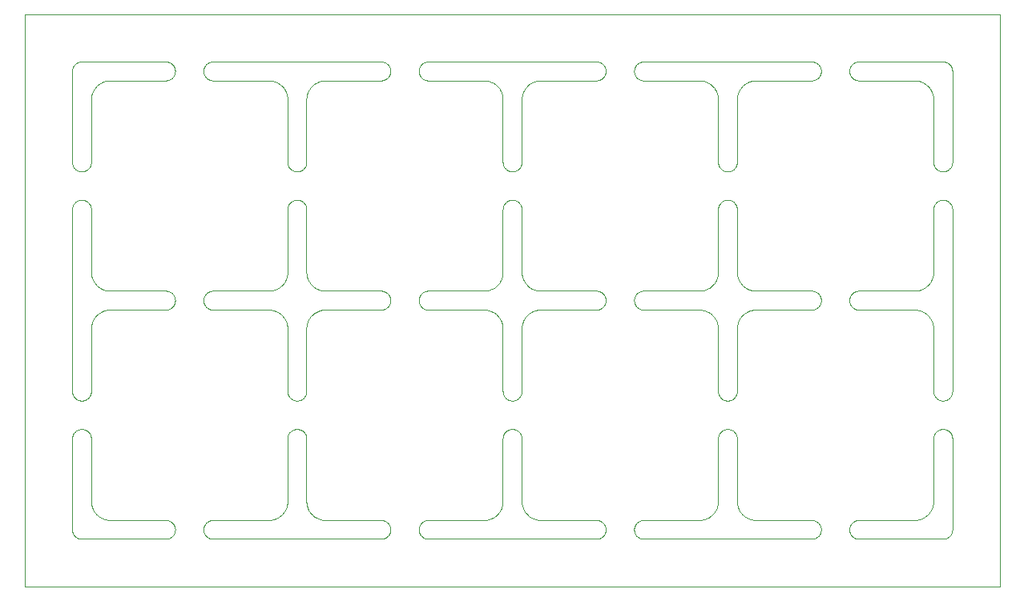
<source format=gbr>
%TF.GenerationSoftware,KiCad,Pcbnew,8.0.6*%
%TF.CreationDate,2024-11-11T11:34:17+07:00*%
%TF.ProjectId,HV-BOARD - pannel,48562d42-4f41-4524-9420-2d2070616e6e,rev?*%
%TF.SameCoordinates,Original*%
%TF.FileFunction,Profile,NP*%
%FSLAX46Y46*%
G04 Gerber Fmt 4.6, Leading zero omitted, Abs format (unit mm)*
G04 Created by KiCad (PCBNEW 8.0.6) date 2024-11-11 11:34:17*
%MOMM*%
%LPD*%
G01*
G04 APERTURE LIST*
%TA.AperFunction,Profile*%
%ADD10C,0.100000*%
%TD*%
G04 APERTURE END LIST*
D10*
X42381261Y-29279939D02*
X42429103Y-29269196D01*
X38614185Y-54647584D02*
X38605802Y-54695896D01*
X8993678Y-53499839D02*
X9006319Y-53499999D01*
X7060986Y-27738989D02*
X7067322Y-27763460D01*
X61232868Y-55014589D02*
X61206635Y-55056015D01*
X5662447Y-43933398D02*
X5709005Y-43918017D01*
X53059354Y-31863127D02*
X53041938Y-31881448D01*
X73247597Y-33158388D02*
X73246230Y-33132303D01*
X75317326Y-27763484D02*
X75338232Y-27836546D01*
X97000982Y-43875000D02*
X97050013Y-43876204D01*
X61178401Y-5403896D02*
X61206635Y-5443985D01*
X38221101Y-53696596D02*
X38259757Y-53726763D01*
X50184164Y-32171861D02*
X50169938Y-32149955D01*
X96029934Y-40118737D02*
X96019191Y-40070895D01*
X27525765Y-8080514D02*
X27488295Y-8011504D01*
X42477414Y-31239187D02*
X42429103Y-31230804D01*
X61009756Y-5226762D02*
X61046884Y-5258790D01*
X31236536Y-53432675D02*
X31261007Y-53439011D01*
X75239184Y-20477416D02*
X75245186Y-20526081D01*
X73246229Y-27367698D02*
X73247596Y-27341613D01*
X49923221Y-28654719D02*
X49977275Y-28597758D01*
X52538704Y-32859872D02*
X52525297Y-32934674D01*
X26355480Y-7094168D02*
X26280187Y-7071866D01*
X15816601Y-5662447D02*
X15831982Y-5709005D01*
X96142124Y-40389588D02*
X96117956Y-40346925D01*
X65037444Y-31191602D02*
X64991696Y-31173955D01*
X96117956Y-16096925D02*
X96095910Y-16053127D01*
X5043016Y-20334006D02*
X5058397Y-20287447D01*
X53285978Y-7410967D02*
X53265989Y-7426440D01*
X49105479Y-31344168D02*
X49030186Y-31321866D01*
X50519193Y-44679105D02*
X50529936Y-44631263D01*
X96004806Y-39973919D02*
X96001199Y-39925019D01*
X52441600Y-15962553D02*
X52423953Y-16008301D01*
X15873795Y-54449981D02*
X15874999Y-54499012D01*
X61373793Y-54449981D02*
X61374997Y-54499012D01*
X75310980Y-32761035D02*
X75293802Y-32835061D01*
X27754809Y-39973919D02*
X27751202Y-39925019D01*
X30973049Y-29092614D02*
X31043622Y-29120804D01*
X72261135Y-7274775D02*
X72238514Y-7261715D01*
X61232868Y-53985411D02*
X61257036Y-54028075D01*
X27154716Y-7576775D02*
X27097755Y-7522721D01*
X26254932Y-53434902D02*
X26280162Y-53428141D01*
X30949797Y-53332636D02*
X30973026Y-53342605D01*
X88026077Y-29254811D02*
X88074977Y-29251204D01*
X7245443Y-32290625D02*
X7210258Y-32357983D01*
X50504808Y-39973919D02*
X50501201Y-39925019D01*
X87610408Y-5142129D02*
X87653071Y-5117960D01*
X8223031Y-31407397D02*
X8199801Y-31417365D01*
X95725206Y-7988838D02*
X95684176Y-7921883D01*
X53889306Y-29154188D02*
X53913425Y-29161756D01*
X95562240Y-7751724D02*
X95545802Y-7731425D01*
X29306014Y-40706638D02*
X29264588Y-40732871D01*
X95477273Y-7652243D02*
X95423219Y-7595282D01*
X75345814Y-52110713D02*
X75370393Y-52182622D01*
X61316599Y-6337553D02*
X61298952Y-6383301D01*
X30535979Y-7410967D02*
X30515990Y-7426440D01*
X8413430Y-31338246D02*
X8389311Y-31345814D01*
X41990239Y-29476763D02*
X42028895Y-29446596D01*
X76835082Y-29206201D02*
X76859842Y-29211290D01*
X64418014Y-6290994D02*
X64404936Y-6243737D01*
X15346924Y-6882039D02*
X15303126Y-6904085D01*
X6671887Y-16366210D02*
X6634759Y-16398237D01*
X50903894Y-16428404D02*
X50865238Y-16398237D01*
X9006329Y-7000001D02*
X8993674Y-7000161D01*
X29457399Y-40582399D02*
X29421886Y-40616210D01*
X96485406Y-44017129D02*
X96528070Y-43992961D01*
X87787443Y-6941602D02*
X87741695Y-6923955D01*
X95078111Y-31565818D02*
X95011156Y-31524789D01*
X52456981Y-15915994D02*
X52441600Y-15962553D01*
X75676437Y-7765990D02*
X75660964Y-7785979D01*
X65324978Y-6998796D02*
X65276078Y-6995189D01*
X5001203Y-54550019D02*
X5000000Y-54500988D01*
X26738516Y-28988285D02*
X26761136Y-28975225D01*
X97671882Y-40616210D02*
X97634753Y-40648237D01*
X95738279Y-32261481D02*
X95725219Y-32238860D01*
X76934694Y-53474705D02*
X76959681Y-53478533D01*
X54011010Y-31310991D02*
X53986539Y-31317327D01*
X94402972Y-29208676D02*
X94428521Y-29203246D01*
X52511858Y-33035120D02*
X52509300Y-33060269D01*
X73203236Y-32821447D02*
X73184904Y-32745090D01*
X29879192Y-52206374D02*
X29907382Y-52276947D01*
X84066598Y-29912447D02*
X84081979Y-29959006D01*
X73367957Y-40346925D02*
X73345911Y-40303127D01*
X83639585Y-6857871D02*
X83596921Y-6882039D01*
X75239184Y-40022584D02*
X75230801Y-40070895D01*
X27173222Y-52904719D02*
X27227276Y-52847758D01*
X71855503Y-53405824D02*
X71880344Y-53397752D01*
X75271461Y-8709710D02*
X75261860Y-8785095D01*
X64517126Y-30764588D02*
X64492958Y-30721925D01*
X52538706Y-51890152D02*
X52543795Y-51914912D01*
X19101762Y-5365241D02*
X19133789Y-5328112D01*
X84105800Y-54304105D02*
X84114183Y-54352416D01*
X87220911Y-6428127D02*
X87201041Y-6383300D01*
X18904938Y-5756262D02*
X18918016Y-5709005D01*
X87144192Y-5804104D02*
X87154935Y-5756262D01*
X87168013Y-29959006D02*
X87183394Y-29912447D01*
X72654732Y-28673207D02*
X72673201Y-28654738D01*
X37820893Y-6980804D02*
X37772582Y-6989187D01*
X41917599Y-55207400D02*
X41883788Y-55171888D01*
X87293358Y-5443985D02*
X87321592Y-5403896D01*
X29523236Y-19990241D02*
X29553403Y-20028897D01*
X87453109Y-5258790D02*
X87490237Y-5226762D01*
X64818983Y-29418362D02*
X64860409Y-29392130D01*
X96058393Y-40212553D02*
X96043012Y-40165994D01*
X30291936Y-52868552D02*
X30309352Y-52886873D01*
X74678125Y-16529085D02*
X74633298Y-16548955D01*
X48722032Y-29237336D02*
X48799887Y-29227086D01*
X27918360Y-40431014D02*
X27892127Y-40389588D01*
X60889585Y-55357871D02*
X60846922Y-55382040D01*
X27647749Y-52130350D02*
X27655820Y-52105509D01*
X5485411Y-40732871D02*
X5443985Y-40706638D01*
X29761859Y-27464903D02*
X29771460Y-27540288D01*
X51256260Y-16595061D02*
X51209003Y-16581983D01*
X52480802Y-44679105D02*
X52489185Y-44727416D01*
X27749998Y-39875988D02*
X27749998Y-33256545D01*
X53723048Y-53342614D02*
X53793621Y-53370804D01*
X74921884Y-40616210D02*
X74884756Y-40648237D01*
X95347751Y-28727279D02*
X95404712Y-28673225D01*
X50985408Y-19767129D02*
X51028072Y-19742961D01*
X61370186Y-54598920D02*
X61364184Y-54647584D01*
X71880345Y-7102248D02*
X71855503Y-7094176D01*
X7000000Y-15625988D02*
X6998796Y-15675019D01*
X75417369Y-52300223D02*
X75449097Y-52369276D01*
X95423219Y-28654719D02*
X95477273Y-28597758D01*
X42196871Y-29345915D02*
X42241697Y-29326045D01*
X15831982Y-29959006D02*
X15845060Y-30006263D01*
X30363123Y-52940645D02*
X30381445Y-52958060D01*
X29087552Y-43933398D02*
X29133300Y-43951045D01*
X74199977Y-43876204D02*
X74249008Y-43875000D01*
X31335062Y-31293807D02*
X31261035Y-31310985D01*
X64571593Y-55096104D02*
X64543359Y-55056015D01*
X30973030Y-7157397D02*
X30949800Y-7167365D01*
X27684899Y-32745065D02*
X27678139Y-32719835D01*
X51116696Y-16548955D02*
X51071870Y-16529085D01*
X76449775Y-7167376D02*
X76380721Y-7199104D01*
X53059354Y-7613127D02*
X53041938Y-7631448D01*
X7351503Y-32118042D02*
X7309684Y-32181494D01*
X27655821Y-32644492D02*
X27647750Y-32619650D01*
X50828110Y-16366210D02*
X50792598Y-16332399D01*
X50490066Y-33053967D02*
X50487336Y-33027990D01*
X5662447Y-40816602D02*
X5616699Y-40798955D01*
X29040993Y-43918017D02*
X29087552Y-43933398D01*
X96095910Y-44446873D02*
X96117956Y-44403075D01*
X27360063Y-32064043D02*
X27312259Y-32001744D01*
X52809679Y-52568505D02*
X52851498Y-52631958D01*
X96226758Y-19990241D02*
X96258785Y-19953113D01*
X7785997Y-53089049D02*
X7847250Y-53134028D01*
X51743735Y-19654939D02*
X51790992Y-19668017D01*
X51028072Y-19742961D02*
X51071869Y-19720915D01*
X15022583Y-6989187D02*
X14973918Y-6995189D01*
X28651079Y-19629811D02*
X28699979Y-19626204D01*
X41883788Y-5328112D02*
X41917599Y-5292600D01*
X7157393Y-28026970D02*
X7167361Y-28050199D01*
X28115239Y-16398237D02*
X28078111Y-16366210D01*
X52745441Y-32290625D02*
X52710256Y-32357983D01*
X87144192Y-6195895D02*
X87135809Y-6147584D01*
X84123792Y-6050019D02*
X84120185Y-6098919D01*
X42028895Y-6803404D02*
X41990239Y-6773237D01*
X95423219Y-52904719D02*
X95477273Y-52847758D01*
X95928129Y-32719810D02*
X95905826Y-32644517D01*
X51883299Y-16548955D02*
X51837551Y-16566602D01*
X29706982Y-40165994D02*
X29691601Y-40212553D01*
X52489185Y-40022584D02*
X52480802Y-40070895D01*
X15258300Y-53576044D02*
X15303126Y-53595915D01*
X97904080Y-16053127D02*
X97882034Y-16096925D01*
X15831982Y-54790995D02*
X15816601Y-54837553D01*
X270Y-1245D02*
X0Y-12247D01*
X7000000Y-39875988D02*
X6998796Y-39925019D01*
X29607870Y-16139589D02*
X29581637Y-16181015D01*
X19446872Y-29345915D02*
X19491698Y-29326045D01*
X15616209Y-29578113D02*
X15648236Y-29615241D01*
X29750160Y-33243679D02*
X29750000Y-33256320D01*
X83796883Y-6741210D02*
X83759755Y-6773237D01*
X29346103Y-40678404D02*
X29306014Y-40706638D01*
X37772582Y-5010812D02*
X37820893Y-5019195D01*
X8684676Y-31275301D02*
X8609874Y-31288708D01*
X54310269Y-31259305D02*
X54285120Y-31261862D01*
X28078111Y-16366210D02*
X28042599Y-16332399D01*
X27419924Y-32149933D02*
X27375447Y-32085217D01*
X65179102Y-31230804D02*
X65131260Y-31220061D01*
X15431014Y-6831638D02*
X15389588Y-6857871D01*
X8785119Y-29238141D02*
X8810267Y-29240698D01*
X84029081Y-29821872D02*
X84048951Y-29866699D01*
X71341607Y-53497601D02*
X71367692Y-53496234D01*
X38605802Y-30445895D02*
X38595059Y-30493737D01*
X75370396Y-32567376D02*
X75345817Y-32639286D01*
X50477082Y-51799892D02*
X50487332Y-51722037D01*
X60803124Y-29345915D02*
X60846922Y-29367961D01*
X29491209Y-40546887D02*
X29457399Y-40582399D01*
X73735408Y-40732871D02*
X73693982Y-40706638D01*
X75791934Y-52868552D02*
X75809350Y-52886873D01*
X76663448Y-29161763D02*
X76736510Y-29182669D01*
X8317375Y-29129601D02*
X8389284Y-29154181D01*
X49419482Y-53275767D02*
X49488492Y-53238298D01*
X7707055Y-31724495D02*
X7687875Y-31740961D01*
X64818983Y-31081638D02*
X64778894Y-31053404D01*
X30681495Y-31559684D02*
X30618042Y-31601503D01*
X75660961Y-28464021D02*
X75676433Y-28484010D01*
X8486537Y-29182675D02*
X8511008Y-29189011D01*
X73279935Y-20381263D02*
X73293013Y-20334006D01*
X18879810Y-30348919D02*
X18876203Y-30300018D01*
X87490237Y-5226762D02*
X87528893Y-5196595D01*
X41701043Y-54883301D02*
X41683396Y-54837553D01*
X19133789Y-5328112D02*
X19167600Y-5292600D01*
X29749999Y-39875988D02*
X29748795Y-39925019D01*
X50487333Y-8777964D02*
X50477083Y-8700109D01*
X94728800Y-31387839D02*
X94704415Y-31378478D01*
X94801397Y-53332091D02*
X94825259Y-53321467D01*
X95990065Y-27446008D02*
X95996226Y-27367724D01*
X52382037Y-16096925D02*
X52357869Y-16139589D01*
X71855478Y-7094168D02*
X71780185Y-7071866D01*
X27793015Y-40165994D02*
X27779937Y-40118737D01*
X8130721Y-29050898D02*
X8199775Y-29082626D01*
X30363109Y-31809373D02*
X30309373Y-31863109D01*
X52926438Y-7765990D02*
X52910965Y-7785979D01*
X75220058Y-15868737D02*
X75206980Y-15915994D01*
X52056013Y-40706638D02*
X52014587Y-40732871D01*
X31043645Y-29120814D02*
X31067350Y-29129593D01*
X38398235Y-6634759D02*
X38366208Y-6671887D01*
X49977293Y-28597739D02*
X49994770Y-28578328D01*
X41644194Y-30054105D02*
X41654937Y-30006263D01*
X75863107Y-7559373D02*
X75809371Y-7613109D01*
X93993449Y-31250000D02*
X88124008Y-31250000D01*
X41644194Y-6195895D02*
X41635811Y-6147584D01*
X73037633Y-8103810D02*
X73025775Y-8080537D01*
X27525776Y-52419463D02*
X27537634Y-52396190D01*
X71472005Y-7012661D02*
X71446028Y-7009931D01*
X96168357Y-40431014D02*
X96142124Y-40389588D01*
X64470912Y-54928128D02*
X64451042Y-54883301D01*
X52495187Y-44776081D02*
X52498794Y-44824981D01*
X77243675Y-53499839D02*
X77256316Y-53499999D01*
X96258785Y-44203113D02*
X96292595Y-44167601D01*
X5095914Y-5571872D02*
X5117960Y-5528074D01*
X28008788Y-44203113D02*
X28042598Y-44167601D01*
X6596103Y-19821596D02*
X6634759Y-19851763D01*
X76835082Y-53456201D02*
X76859842Y-53461290D01*
X29838241Y-27836570D02*
X29845808Y-27860689D01*
X53113108Y-31809373D02*
X53059372Y-31863109D01*
X31236515Y-31317333D02*
X31163453Y-31338239D01*
X53793644Y-29120814D02*
X53817349Y-29129593D01*
X26850064Y-28919927D02*
X26914779Y-28875449D01*
X97741204Y-40546887D02*
X97707394Y-40582399D01*
X5142129Y-5485411D02*
X5168362Y-5443985D01*
X52503526Y-8886094D02*
X52502246Y-8911339D01*
X38221101Y-31053404D02*
X38181013Y-31081638D01*
X7613124Y-52940645D02*
X7631446Y-52958060D01*
X27808396Y-15962553D02*
X27793015Y-15915994D01*
X15346924Y-31132039D02*
X15303126Y-31154085D01*
X54411362Y-53497753D02*
X54493664Y-53499839D01*
X76736534Y-29182675D02*
X76761005Y-29189011D01*
X95928135Y-27780166D02*
X95934895Y-27754936D01*
X42028895Y-53696596D02*
X42068984Y-53668362D01*
X5571872Y-19720915D02*
X5616699Y-19701045D01*
X30857983Y-31460258D02*
X30790625Y-31495443D01*
X25946004Y-31259929D02*
X25867720Y-31253768D01*
X61298952Y-6383301D02*
X61279082Y-6428128D01*
X88026077Y-5004810D02*
X88074977Y-5001203D01*
X29632038Y-20153075D02*
X29654084Y-20196873D01*
X29706982Y-20334006D02*
X29720060Y-20381263D01*
X77243659Y-7000161D02*
X77161356Y-7002249D01*
X31067374Y-29129601D02*
X31139283Y-29154181D01*
X95862155Y-27978807D02*
X95871516Y-27954422D01*
X6707400Y-40582399D02*
X6671887Y-40616210D01*
X74764586Y-16482871D02*
X74721922Y-16507039D01*
X15816601Y-6337553D02*
X15798954Y-6383301D01*
X15070894Y-55480805D02*
X15022583Y-55489188D01*
X83796883Y-30991210D02*
X83759755Y-31023237D01*
X95987333Y-27472011D02*
X95990063Y-27446034D01*
X97707394Y-44167601D02*
X97741204Y-44203113D01*
X8018480Y-7257735D02*
X7952991Y-7296287D01*
X73249996Y-44874012D02*
X73251200Y-44824981D01*
X73308394Y-40212553D02*
X73293013Y-40165994D01*
X73476759Y-44240241D02*
X73508786Y-44203113D01*
X29133300Y-19701045D02*
X29178126Y-19720915D01*
X50184177Y-52578117D02*
X50225207Y-52511163D01*
X50501201Y-44824981D02*
X50504808Y-44776081D01*
X60889586Y-29392129D02*
X60931012Y-29418362D01*
X50332087Y-8198596D02*
X50321463Y-8174734D01*
X7765987Y-28823561D02*
X7785977Y-28839034D01*
X49768591Y-53045791D02*
X49828303Y-52994792D01*
X75740971Y-28562145D02*
X75791917Y-28618533D01*
X74540991Y-19668017D02*
X74587550Y-19683398D01*
X61355801Y-30445895D02*
X61345058Y-30493737D01*
X87129807Y-6098919D02*
X87126200Y-6050018D01*
X27749998Y-33256532D02*
X27749827Y-33243470D01*
X71780160Y-31321859D02*
X71754930Y-31315098D01*
X64492958Y-54971926D02*
X64470912Y-54928128D01*
X52480802Y-15820895D02*
X52470059Y-15868737D01*
X75259297Y-33060294D02*
X75253527Y-33136068D01*
X95977080Y-27549892D02*
X95987330Y-27472037D01*
X83125984Y-29250000D02*
X83175015Y-29251203D01*
X5999012Y-55500001D02*
X5949981Y-55498797D01*
X60846922Y-6882039D02*
X60803124Y-6904085D01*
X42381261Y-53529939D02*
X42429103Y-53519196D01*
X76449795Y-53332636D02*
X76473024Y-53342605D01*
X18876203Y-5949981D02*
X18879810Y-5901080D01*
X53986514Y-31317333D02*
X53913452Y-31338239D01*
X75379184Y-8293648D02*
X75370405Y-8317353D01*
X50758787Y-19953113D02*
X50792597Y-19917601D01*
X84029081Y-54071872D02*
X84048951Y-54116699D01*
X30597270Y-28884043D02*
X30618017Y-28898483D01*
X83508297Y-29326044D02*
X83553123Y-29345915D01*
X49904733Y-52923207D02*
X49923202Y-52904738D01*
X38620187Y-6098919D02*
X38614185Y-6147584D01*
X64379808Y-5901080D02*
X64385810Y-5852416D01*
X50519193Y-20429105D02*
X50529936Y-20381263D01*
X53265969Y-7426455D02*
X53207073Y-7474479D01*
X54109868Y-29211294D02*
X54184670Y-29224701D01*
X18951044Y-5616699D02*
X18970914Y-5571872D01*
X49977275Y-7652243D02*
X49923221Y-7595282D01*
X94704391Y-7128469D02*
X94630368Y-7102256D01*
X8293646Y-53370814D02*
X8317351Y-53379593D01*
X18874999Y-30249012D02*
X18876203Y-30199982D01*
X6634759Y-19851763D02*
X6671887Y-19883790D01*
X18876203Y-30300018D02*
X18874999Y-30250988D01*
X75250157Y-27256329D02*
X75252242Y-27338631D01*
X27154734Y-52923207D02*
X27173203Y-52904738D01*
X73254807Y-20526081D02*
X73260809Y-20477416D01*
X7631464Y-52958078D02*
X7687853Y-53009023D01*
X7157393Y-52276970D02*
X7167361Y-52300199D01*
X64385810Y-5852416D02*
X64394193Y-5804104D01*
X49396162Y-31462351D02*
X49325285Y-31428544D01*
X51352413Y-19635813D02*
X51401078Y-19629811D01*
X71256525Y-31250171D02*
X71243463Y-31250000D01*
X73345911Y-40303127D02*
X73326041Y-40258301D01*
X8886078Y-31253532D02*
X8810296Y-31259303D01*
X94825260Y-7178533D02*
X94801398Y-7167909D01*
X72744770Y-31921673D02*
X72727292Y-31902262D01*
X41793360Y-6556014D02*
X41767127Y-6514588D01*
X52560984Y-51988989D02*
X52567320Y-52013460D01*
X5142129Y-55014589D02*
X5117960Y-54971926D01*
X29087552Y-16566602D02*
X29040993Y-16581983D01*
X38366208Y-5328112D02*
X38398235Y-5365241D01*
X75460243Y-8108005D02*
X75449111Y-8130700D01*
X6741210Y-19953113D02*
X6773237Y-19990241D01*
X28459004Y-19668017D02*
X28506261Y-19654939D01*
X73912443Y-43933398D02*
X73959002Y-43918017D01*
X6195895Y-19644196D02*
X6243737Y-19654939D01*
X38529083Y-29821872D02*
X38548953Y-29866699D01*
X94325709Y-31277004D02*
X94299911Y-31272918D01*
X49748252Y-7437738D02*
X49685953Y-7389935D01*
X51304102Y-19644196D02*
X51352413Y-19635813D01*
X94006537Y-53499829D02*
X94091580Y-53497602D01*
X60971100Y-53696596D02*
X61009756Y-53726763D01*
X87490237Y-31023237D02*
X87453109Y-30991210D01*
X73251200Y-44824981D02*
X73254807Y-44776081D01*
X52910962Y-52714021D02*
X52926434Y-52734010D01*
X73578109Y-19883790D02*
X73615237Y-19851763D01*
X88074977Y-5001203D02*
X88124008Y-5000000D01*
X64418014Y-54209006D02*
X64433395Y-54162447D01*
X97831632Y-20068986D02*
X97857865Y-20110412D01*
X15582398Y-55207400D02*
X15546886Y-55241210D01*
X50828110Y-40616210D02*
X50792598Y-40582399D01*
X75407390Y-28026970D02*
X75417358Y-28050199D01*
X75293799Y-27664937D02*
X75310977Y-27738964D01*
X41883788Y-53828113D02*
X41917599Y-53792601D01*
X76473047Y-29092614D02*
X76543620Y-29120804D01*
X97980799Y-40070895D02*
X97970055Y-40118737D01*
X18874999Y-6000988D02*
X18874999Y-5999012D01*
X6857871Y-20110412D02*
X6882039Y-20153075D01*
X76097251Y-31615973D02*
X76035998Y-31660952D01*
X87144192Y-30445895D02*
X87135809Y-30397584D01*
X27793015Y-44584006D02*
X27808396Y-44537447D01*
X76736513Y-31317333D02*
X76663451Y-31338239D01*
X37915992Y-53543017D02*
X37962551Y-53558398D01*
X15873795Y-30300019D02*
X15870188Y-30348919D01*
X48617693Y-7003766D02*
X48591608Y-7002399D01*
X64404936Y-54256263D02*
X64418014Y-54209006D01*
X73227081Y-51799892D02*
X73237331Y-51722037D01*
X29761859Y-51714903D02*
X29771460Y-51790288D01*
X64703110Y-30991210D02*
X64667598Y-30957399D01*
X48506526Y-31250171D02*
X48493464Y-31250000D01*
X65374009Y-5000000D02*
X83125984Y-5000000D01*
X50458673Y-32847022D02*
X50453242Y-32821473D01*
X29845811Y-8389310D02*
X29838244Y-8413428D01*
X83272580Y-55489188D02*
X83223915Y-55495190D01*
X6980804Y-44679105D02*
X6989187Y-44727416D01*
X38623794Y-30199981D02*
X38624998Y-30249012D01*
X26355505Y-29155824D02*
X26380346Y-29147752D01*
X26575263Y-31428533D02*
X26551401Y-31417909D01*
X75191599Y-15962553D02*
X75173952Y-16008301D01*
X73155819Y-32644492D02*
X73147748Y-32619650D01*
X95958671Y-8597022D02*
X95953240Y-8571473D01*
X49768572Y-31704193D02*
X49748273Y-31687755D01*
X27621520Y-8295579D02*
X27612159Y-8271194D01*
X87293358Y-55056015D02*
X87267125Y-55014589D01*
X7952969Y-7296300D02*
X7931517Y-7309671D01*
X50453241Y-27678528D02*
X50458672Y-27652979D01*
X27571463Y-52325266D02*
X27582087Y-52301404D01*
X8886093Y-29246472D02*
X8911338Y-29247752D01*
X5662447Y-55441603D02*
X5616699Y-55423956D01*
X5058397Y-15962553D02*
X5043016Y-15915994D01*
X83368733Y-6970061D02*
X83320891Y-6980804D01*
X73866695Y-19701045D02*
X73912443Y-19683398D01*
X6882039Y-16096925D02*
X6857871Y-16139589D01*
X75740958Y-31937875D02*
X75724493Y-31957054D01*
X73147747Y-52130350D02*
X73155818Y-52105509D01*
X73542596Y-44167601D02*
X73578109Y-44133790D01*
X38605802Y-54695896D02*
X38595059Y-54743738D01*
X54386076Y-31253532D02*
X54310294Y-31259303D01*
X72812241Y-7751724D02*
X72795803Y-7731425D01*
X8130701Y-31449115D02*
X8108007Y-31460247D01*
X95669935Y-52600046D02*
X95684161Y-52578140D01*
X25972007Y-7012661D02*
X25946030Y-7009931D01*
X74721922Y-43992961D02*
X74764585Y-44017129D01*
X97050013Y-43876204D02*
X97098914Y-43879811D01*
X73121518Y-32545579D02*
X73112157Y-32521194D01*
X73025774Y-52419463D02*
X73037632Y-52396190D01*
X27749826Y-27256531D02*
X27749997Y-27243469D01*
X38624998Y-54499012D02*
X38624998Y-54500988D01*
X18918016Y-54790995D02*
X18904938Y-54743738D01*
X31560292Y-29240700D02*
X31636066Y-29246471D01*
X51971923Y-19742961D02*
X52014586Y-19767129D01*
X5292600Y-55207400D02*
X5258790Y-55171888D01*
X94091580Y-7002398D02*
X94006537Y-7000171D01*
X6941602Y-40212553D02*
X6923955Y-40258301D01*
X50558395Y-20287447D02*
X50576042Y-20241699D01*
X5485411Y-44017129D02*
X5528074Y-43992961D01*
X61331980Y-29959006D02*
X61345058Y-30006263D01*
X41654937Y-54743738D02*
X41644194Y-54695896D01*
X97195890Y-43894196D02*
X97243732Y-43904939D01*
X29748795Y-44824981D02*
X29749999Y-44874012D01*
X19446872Y-6904085D02*
X19403074Y-6882039D01*
X41668015Y-54790995D02*
X41654937Y-54743738D01*
X72498251Y-7437738D02*
X72435952Y-7389935D01*
X64601760Y-29615241D02*
X64633787Y-29578113D01*
X83681010Y-55331638D02*
X83639584Y-55357871D01*
X49828323Y-28744775D02*
X49847734Y-28727297D01*
X61009756Y-29476763D02*
X61046884Y-29508790D01*
X7952987Y-53203715D02*
X8018477Y-53242266D01*
X50617958Y-20153075D02*
X50642126Y-20110411D01*
X25743465Y-53500000D02*
X25756527Y-53499829D01*
X38096923Y-55382040D02*
X38053125Y-55404086D01*
X75601500Y-32118042D02*
X75559681Y-32181494D01*
X15070894Y-29269196D02*
X15118736Y-29279939D01*
X38296885Y-6741210D02*
X38259757Y-6773237D01*
X87154935Y-6243737D02*
X87144192Y-6195895D01*
X51598917Y-40870189D02*
X51550017Y-40873796D01*
X41793360Y-55056015D02*
X41767127Y-55014589D01*
X18970914Y-6428127D02*
X18951044Y-6383300D01*
X51971923Y-40757039D02*
X51928126Y-40779085D01*
X61373793Y-30199981D02*
X61374997Y-30249012D01*
X15471102Y-55303405D02*
X15431013Y-55331638D01*
X53518497Y-53242279D02*
X53540598Y-53254546D01*
X87453109Y-30991210D02*
X87417597Y-30957399D01*
X8199778Y-7167376D02*
X8130724Y-7199104D01*
X74102412Y-16614187D02*
X74054101Y-16605804D01*
X29771464Y-51790313D02*
X29775291Y-51815300D01*
X72328134Y-28934168D02*
X72350040Y-28919942D01*
X84081979Y-54209006D02*
X84095057Y-54256263D01*
X48799887Y-7022914D02*
X48722032Y-7012664D01*
X75937853Y-31740978D02*
X75881465Y-31791923D01*
X61331980Y-6290994D02*
X61316599Y-6337553D01*
X97671882Y-44133790D02*
X97707394Y-44167601D01*
X71549886Y-7022914D02*
X71472031Y-7012664D01*
X15845060Y-30493737D02*
X15831982Y-30540994D01*
X31043625Y-31379197D02*
X30973053Y-31407387D01*
X5019195Y-44679105D02*
X5029939Y-44631263D01*
X61009756Y-55273238D02*
X60971100Y-55303405D01*
X15303126Y-29345915D02*
X15346924Y-29367961D01*
X83223915Y-55495190D02*
X83175015Y-55498797D01*
X30702986Y-53203715D02*
X30768476Y-53242266D01*
X74493734Y-43904939D02*
X74540991Y-43918017D01*
X96142124Y-16139588D02*
X96117956Y-16096925D01*
X41767127Y-55014589D02*
X41742959Y-54971926D01*
X53285995Y-53089049D02*
X53347248Y-53134028D01*
X49923203Y-7595263D02*
X49904733Y-7576793D01*
X29749999Y-27243681D02*
X29750159Y-27256316D01*
X48799887Y-31272914D02*
X48722032Y-31262664D01*
X61373793Y-30300019D02*
X61370186Y-30348919D01*
X42287445Y-53558398D02*
X42334004Y-53543017D01*
X87124996Y-5999012D02*
X87126200Y-5949981D01*
X76567372Y-29129601D02*
X76639281Y-29154181D01*
X60665991Y-5043016D02*
X60712550Y-5058397D01*
X97596098Y-55303405D02*
X97556009Y-55331638D01*
X72518571Y-7454193D02*
X72498272Y-7437755D01*
X6995189Y-44776081D02*
X6998796Y-44824981D01*
X73446592Y-16221103D02*
X73418358Y-16181014D01*
X38221101Y-55303405D02*
X38181012Y-55331638D01*
X15509758Y-55273238D02*
X15471102Y-55303405D01*
X76290601Y-31495455D02*
X76268499Y-31507723D01*
X73249825Y-8993457D02*
X73247598Y-8908414D01*
X15678403Y-6596104D02*
X15648236Y-6634759D01*
X50543014Y-15915994D02*
X50529936Y-15868737D01*
X64394193Y-6195895D02*
X64385810Y-6147584D01*
X95423201Y-31845263D02*
X95404731Y-31826793D01*
X15389587Y-5142129D02*
X15431013Y-5168362D01*
X48799913Y-29227082D02*
X48825711Y-29222996D01*
X64433395Y-6337553D02*
X64418014Y-6290994D01*
X51304102Y-40855804D02*
X51256260Y-40845061D01*
X97290989Y-5043016D02*
X97337547Y-5058397D01*
X7631464Y-28708078D02*
X7687853Y-28759023D01*
X51883299Y-40798955D02*
X51837551Y-40816602D01*
X27295804Y-52768576D02*
X27312242Y-52748277D01*
X73251200Y-39925019D02*
X73249996Y-39875988D01*
X26998253Y-7437738D02*
X26935954Y-7389935D01*
X41701043Y-30633300D02*
X41683396Y-30587553D01*
X53207053Y-7474495D02*
X53187873Y-7490961D01*
X31043625Y-7129197D02*
X30973053Y-7157387D01*
X50275775Y-52419463D02*
X50287633Y-52396190D01*
X26575286Y-53321456D02*
X26646163Y-53287649D01*
X64433395Y-29912447D02*
X64451042Y-29866700D01*
X49847734Y-31772703D02*
X49828323Y-31755225D01*
X97941597Y-20287447D02*
X97956978Y-20334006D01*
X75310980Y-8511035D02*
X75293802Y-8585061D01*
X18933397Y-30587553D02*
X18918016Y-30540994D01*
X64517126Y-29735412D02*
X64543359Y-29693986D01*
X7365969Y-52652747D02*
X7410948Y-52714000D01*
X7009300Y-33060294D02*
X7003530Y-33136068D01*
X42477414Y-53510813D02*
X42526079Y-53504811D01*
X75259297Y-51689730D02*
X75261854Y-51714878D01*
X30224491Y-28542946D02*
X30240957Y-28562126D01*
X64517126Y-6514588D02*
X64492958Y-6471925D01*
X42153073Y-55382040D02*
X42110410Y-55357871D01*
X31636092Y-29246472D02*
X31661337Y-29247752D01*
X97428122Y-40779085D02*
X97383295Y-40798955D01*
X95953235Y-32821447D02*
X95934903Y-32745090D01*
X95832085Y-8198596D02*
X95821461Y-8174734D01*
X52303402Y-20028897D02*
X52331636Y-20068986D01*
X75724476Y-31957074D02*
X75676453Y-32015970D01*
X97956978Y-20334006D02*
X97970055Y-20381263D01*
X26935953Y-28860066D02*
X26998252Y-28812262D01*
X41742959Y-54028075D02*
X41767127Y-53985412D01*
X61331980Y-54209006D02*
X61345058Y-54256263D01*
X7490974Y-28562145D02*
X7541920Y-28618533D01*
X27737336Y-27472011D02*
X27740066Y-27446034D01*
X50499825Y-27256531D02*
X50499996Y-27243469D01*
X74493734Y-16595061D02*
X74445892Y-16605804D01*
X73778071Y-19742961D02*
X73821868Y-19720915D01*
X97671882Y-16366210D02*
X97634753Y-16398237D01*
X64470912Y-54071873D02*
X64492958Y-54028075D01*
X60375985Y-5000000D02*
X60425016Y-5001203D01*
X51647582Y-43885813D02*
X51695893Y-43894196D01*
X72261157Y-53225212D02*
X72328112Y-53184182D01*
X41629809Y-5901080D02*
X41635811Y-5852416D01*
X52926450Y-28484030D02*
X52974474Y-28542926D01*
X73112147Y-32521169D02*
X73082097Y-32448620D01*
X15258300Y-6923956D02*
X15212552Y-6941602D01*
X29133300Y-40798955D02*
X29087552Y-40816602D01*
X7000161Y-33243679D02*
X7000001Y-33256320D01*
X29178126Y-19720915D02*
X29221924Y-19742961D01*
X8993662Y-7000161D02*
X8911359Y-7002249D01*
X51209003Y-19668017D02*
X51256260Y-19654939D01*
X87293358Y-30806014D02*
X87267125Y-30764588D01*
X95268589Y-53045791D02*
X95328301Y-52994792D01*
X95928135Y-52030166D02*
X95934895Y-52004936D01*
X96756258Y-16595061D02*
X96709001Y-16581983D01*
X97671882Y-5258790D02*
X97707394Y-5292600D01*
X52441600Y-44537447D02*
X52456981Y-44584006D01*
X65084003Y-53543017D02*
X65131260Y-53529939D01*
X75023234Y-19990241D02*
X75053401Y-20028897D01*
X7000160Y-51506329D02*
X7002245Y-51588631D01*
X74921884Y-16366210D02*
X74884756Y-16398237D01*
X18992960Y-29778075D02*
X19017128Y-29735412D01*
X42429103Y-6980804D02*
X42381261Y-6970061D01*
X73508786Y-40546887D02*
X73476759Y-40509759D01*
X41917599Y-6707399D02*
X41883788Y-6671887D01*
X61298952Y-29866699D02*
X61316599Y-29912447D01*
X75154082Y-44446873D02*
X75173952Y-44491699D01*
X49130346Y-31352248D02*
X49105504Y-31344176D01*
X15678403Y-30846104D02*
X15648236Y-30884759D01*
X19043361Y-5443985D02*
X19071595Y-5403896D01*
X28602414Y-19635813D02*
X28651079Y-19629811D01*
X73121526Y-52204397D02*
X73147739Y-52130375D01*
X15471102Y-6803404D02*
X15431014Y-6831638D01*
X28078111Y-19883790D02*
X28115239Y-19851763D01*
X19278896Y-53696596D02*
X19318985Y-53668362D01*
X15873795Y-6050019D02*
X15870188Y-6098919D01*
X19776080Y-31245189D02*
X19727415Y-31239187D01*
X48506539Y-53499829D02*
X48591582Y-53497602D01*
X52710244Y-32358005D02*
X52699112Y-32380700D01*
X27703242Y-27678528D02*
X27708673Y-27652979D01*
X42110410Y-31107870D02*
X42068984Y-31081638D01*
X83639585Y-29392129D02*
X83681011Y-29418362D01*
X75460243Y-32358005D02*
X75449111Y-32380700D01*
X61206635Y-5443985D02*
X61232868Y-5485411D01*
X41683396Y-6337553D02*
X41668015Y-6290994D01*
X50529936Y-40118737D02*
X50519193Y-40070895D01*
X73653892Y-19821596D02*
X73693981Y-19793362D01*
X8911334Y-7002250D02*
X8886103Y-7003530D01*
X72812256Y-28498256D02*
X72860060Y-28435957D01*
X74806011Y-19793362D02*
X74846100Y-19821596D01*
X74054101Y-19644196D02*
X74102412Y-19635813D01*
X52303402Y-16221103D02*
X52273235Y-16259759D01*
X5076044Y-40258301D02*
X5058397Y-40212553D01*
X87977412Y-29260813D02*
X88026077Y-29254811D01*
X60473916Y-29254811D02*
X60522581Y-29260813D01*
X7000000Y-27243681D02*
X7000160Y-27256316D01*
X60889585Y-5142129D02*
X60931011Y-5168362D01*
X83272580Y-29260813D02*
X83320891Y-29269196D01*
X27173222Y-28654719D02*
X27227276Y-28597758D01*
X73246229Y-51617698D02*
X73247596Y-51591613D01*
X83681010Y-5168362D02*
X83721099Y-5196595D01*
X73367957Y-16096925D02*
X73345911Y-16053127D01*
X64492958Y-6471925D02*
X64470912Y-6428127D01*
X27475221Y-28261140D02*
X27488282Y-28238520D01*
X50434898Y-32745065D02*
X50428138Y-32719835D01*
X7541923Y-7631467D02*
X7490978Y-7687856D01*
X53889285Y-31345821D02*
X53817376Y-31370401D01*
X87787443Y-31191602D02*
X87741695Y-31173955D01*
X97290989Y-43918017D02*
X97337547Y-43933398D01*
X52851501Y-32118042D02*
X52809682Y-32181494D01*
X41917599Y-53792601D02*
X41953111Y-53758790D01*
X5403896Y-19821596D02*
X5443985Y-19793362D01*
X94919457Y-7224221D02*
X94896184Y-7212362D01*
X38614185Y-30397584D02*
X38605802Y-30445895D01*
X15648236Y-5365241D02*
X15678403Y-5403896D01*
X48696029Y-29240069D02*
X48722006Y-29237339D01*
X74250985Y-40875000D02*
X74249008Y-40875000D01*
X52521462Y-32959710D02*
X52511861Y-33035095D01*
X15706637Y-5443985D02*
X15732870Y-5485411D01*
X61257036Y-5528074D02*
X61279082Y-5571872D01*
X75252244Y-8911365D02*
X75250158Y-8993666D01*
X27867959Y-44403075D02*
X27892127Y-44360411D01*
X15509758Y-31023237D02*
X15471102Y-31053404D01*
X95821450Y-8174711D02*
X95787644Y-8103834D01*
X38296885Y-55241210D02*
X38259757Y-55273238D01*
X30363109Y-7559373D02*
X30309373Y-7613109D01*
X50062242Y-7751724D02*
X50045804Y-7731425D01*
X54085061Y-31293807D02*
X54011034Y-31310985D01*
X54285117Y-29238141D02*
X54310265Y-29240698D01*
X73269192Y-20429105D02*
X73279935Y-20381263D01*
X38398235Y-55134759D02*
X38366208Y-55171888D01*
X87610408Y-29392130D02*
X87653071Y-29367961D01*
X29384758Y-40648237D02*
X29346103Y-40678404D01*
X51743735Y-16595061D02*
X51695893Y-16605804D01*
X96142124Y-44360411D02*
X96168357Y-44318985D01*
X15864186Y-30102416D02*
X15870188Y-30151081D01*
X19631262Y-53529939D02*
X19679104Y-53519196D01*
X19017128Y-53985412D02*
X19043361Y-53943986D01*
X7000000Y-20624012D02*
X7000000Y-27243668D01*
X97514583Y-44017129D02*
X97556009Y-44043362D01*
X7025295Y-32934699D02*
X7021467Y-32959685D01*
X42068984Y-29418362D02*
X42110410Y-29392130D01*
X41644194Y-30445895D02*
X41635811Y-30397584D01*
X84114183Y-6147584D02*
X84105800Y-6195895D01*
X61355801Y-54304105D02*
X61364184Y-54352416D01*
X94325709Y-7027004D02*
X94299911Y-7022918D01*
X30381448Y-31791940D02*
X30363127Y-31809356D01*
X52470059Y-44631263D02*
X52480802Y-44679105D01*
X42153073Y-53617961D02*
X42196871Y-53595915D01*
X97383295Y-16548955D02*
X97337547Y-16566602D01*
X65084003Y-29293017D02*
X65131260Y-29279939D01*
X30949777Y-31417376D02*
X30880723Y-31449104D01*
X15845060Y-5756262D02*
X15855803Y-5804104D01*
X74249008Y-16625000D02*
X74199978Y-16623796D01*
X5142129Y-16139588D02*
X5117960Y-16096925D01*
X76567351Y-31370409D02*
X76543647Y-31379188D01*
X30535979Y-31660967D02*
X30515990Y-31676440D01*
X19360411Y-53642130D02*
X19403074Y-53617961D01*
X19727415Y-55489188D02*
X19679104Y-55480805D01*
X27708678Y-51902953D02*
X27722988Y-51825742D01*
X26152975Y-53458676D02*
X26178524Y-53453246D01*
X41624998Y-30250988D02*
X41624998Y-30249012D01*
X95905825Y-27855484D02*
X95928128Y-27780191D01*
X50558395Y-15962553D02*
X50543014Y-15915994D01*
X7025295Y-8684699D02*
X7021467Y-8709685D01*
X102987722Y0D02*
X12272Y0D01*
X64667598Y-6707399D02*
X64633787Y-6671887D01*
X87977412Y-55489188D02*
X87929101Y-55480805D01*
X48825711Y-31277004D02*
X48799913Y-31272918D01*
X48928549Y-29203240D02*
X49004905Y-29184908D01*
X97428122Y-19720915D02*
X97471920Y-19742961D01*
X61345058Y-54256263D02*
X61355801Y-54304105D01*
X76202984Y-53203715D02*
X76268474Y-53242266D01*
X50275764Y-8080514D02*
X50238294Y-8011504D01*
X14973918Y-29254811D02*
X15022583Y-29260813D01*
X97995184Y-39973919D02*
X97989182Y-40022584D01*
X50321452Y-8174711D02*
X50287646Y-8103834D01*
X76118019Y-7351517D02*
X76097271Y-7365958D01*
X42068984Y-53668362D02*
X42110410Y-53642130D01*
X52851512Y-52631979D02*
X52865952Y-52652726D01*
X61279082Y-54071872D02*
X61298952Y-54116699D01*
X64418014Y-30540994D02*
X64404936Y-30493737D01*
X49301376Y-7167899D02*
X49228827Y-7137848D01*
X96292595Y-44167601D02*
X96328108Y-44133790D01*
X97980799Y-5804104D02*
X97989182Y-5852416D01*
X7095812Y-32639310D02*
X7088245Y-32663428D01*
X5258790Y-16296887D02*
X5226762Y-16259759D01*
X42287445Y-55441603D02*
X42241697Y-55423956D01*
X28993736Y-19654939D02*
X29040993Y-19668017D01*
X83320891Y-5019195D02*
X83368733Y-5029939D01*
X94117691Y-7003766D02*
X94091606Y-7002399D01*
X15798954Y-30633301D02*
X15779084Y-30678128D01*
X7613110Y-31809373D02*
X7559374Y-31863109D01*
X87168013Y-54209006D02*
X87183394Y-54162447D01*
X8293626Y-31379197D02*
X8223054Y-31407387D01*
X87242957Y-54971926D02*
X87220911Y-54928128D01*
X60931012Y-29418362D02*
X60971100Y-29446596D01*
X52500158Y-27256329D02*
X52502243Y-27338631D01*
X18992960Y-6471925D02*
X18970914Y-6428127D01*
X38595059Y-54256263D02*
X38605802Y-54304105D01*
X96485407Y-40732871D02*
X96443981Y-40706638D01*
X97904080Y-5571872D02*
X97923950Y-5616699D01*
X27703238Y-32821447D02*
X27684906Y-32745090D01*
X84123792Y-30199981D02*
X84124996Y-30249012D01*
X50499997Y-39875988D02*
X50499997Y-33256545D01*
X5485411Y-55357871D02*
X5443985Y-55331638D01*
X30309369Y-28636891D02*
X30363105Y-28690627D01*
X5258790Y-55171888D02*
X5226762Y-55134759D01*
X52134757Y-44101763D02*
X52171885Y-44133790D01*
X75957052Y-31724495D02*
X75937872Y-31740961D01*
X31661333Y-7002250D02*
X31636102Y-7003530D01*
X84081979Y-30540994D02*
X84066598Y-30587553D01*
X97634753Y-40648237D02*
X97596098Y-40678404D01*
X7199103Y-32380723D02*
X7167375Y-32449776D01*
X64470912Y-5571872D02*
X64492958Y-5528074D01*
X96010808Y-40022584D02*
X96004806Y-39973919D01*
X75206980Y-44584006D02*
X75220058Y-44631263D01*
X72578303Y-7505208D02*
X72518591Y-7454209D01*
X19101762Y-53865241D02*
X19133789Y-53828113D01*
X49828304Y-31755208D02*
X49768592Y-31704209D01*
X52423953Y-44491699D02*
X52441600Y-44537447D01*
X95905818Y-32644492D02*
X95897747Y-32619650D01*
X51695893Y-16605804D02*
X51647582Y-16614187D01*
X5258790Y-19953113D02*
X5292600Y-19917601D01*
X83721099Y-6803404D02*
X83681011Y-6831638D01*
X60618734Y-31220061D02*
X60570892Y-31230804D01*
X95775773Y-28169463D02*
X95787631Y-28146190D01*
X75615966Y-52652747D02*
X75660945Y-52714000D01*
X15678403Y-55096104D02*
X15648236Y-55134759D01*
X73418358Y-20068985D02*
X73446592Y-20028897D01*
X76663448Y-53411763D02*
X76736510Y-53432669D01*
X84029081Y-30678128D02*
X84007035Y-30721925D01*
X15706637Y-29693985D02*
X15732870Y-29735411D01*
X14875987Y-29250000D02*
X14925018Y-29251203D01*
X29346102Y-19821596D02*
X29384758Y-19851763D01*
X87383786Y-6671887D02*
X87351759Y-6634759D01*
X15864186Y-30397584D02*
X15855803Y-30445895D01*
X60425016Y-31248797D02*
X60375985Y-31250000D01*
X54011031Y-53439017D02*
X54085058Y-53456196D01*
X19133789Y-55171888D02*
X19101762Y-55134759D01*
X29750160Y-8993679D02*
X29750000Y-9006320D01*
X29753527Y-8886094D02*
X29752247Y-8911339D01*
X94117717Y-29246232D02*
X94196001Y-29240071D01*
X50225208Y-7988838D02*
X50184178Y-7921883D01*
X50453237Y-8571447D02*
X50434905Y-8495090D01*
X72812256Y-52748256D02*
X72860060Y-52685957D01*
X52851501Y-7868042D02*
X52809682Y-7931494D01*
X28554103Y-16605804D02*
X28506261Y-16595061D01*
X29960253Y-28142016D02*
X29995438Y-28209375D01*
X5095914Y-44446873D02*
X5117960Y-44403075D01*
X7129193Y-52206374D02*
X7157383Y-52276947D01*
X75338234Y-32663453D02*
X75317329Y-32736514D01*
X48799913Y-53477082D02*
X48825711Y-53472996D01*
X71341581Y-7002398D02*
X71256538Y-7000171D01*
X29949110Y-52369299D02*
X29960242Y-52391994D01*
X75249997Y-9006333D02*
X75249997Y-15625988D01*
X64740238Y-6773237D02*
X64703110Y-6741210D01*
X74249008Y-19625000D02*
X74250985Y-19625000D01*
X30007730Y-52481521D02*
X30046282Y-52547010D01*
X25946004Y-7009929D02*
X25867720Y-7003768D01*
X15471102Y-29446596D02*
X15509758Y-29476763D01*
X51352413Y-43885813D02*
X51401078Y-43879811D01*
X64903072Y-6882039D02*
X64860409Y-6857870D01*
X73227081Y-27549892D02*
X73237331Y-27472037D01*
X19824980Y-5001203D02*
X19874011Y-5000000D01*
X50062242Y-32001724D02*
X50045804Y-31981425D01*
X74991207Y-16296887D02*
X74957397Y-16332399D01*
X38614185Y-5852416D02*
X38620187Y-5901080D01*
X73246228Y-8882277D02*
X73240067Y-8803993D01*
X60931012Y-31081638D02*
X60889586Y-31107871D01*
X38259757Y-6773237D02*
X38221101Y-6803404D01*
X15582398Y-30957400D02*
X15546886Y-30991210D01*
X52502244Y-51588656D02*
X52503524Y-51613907D01*
X19491698Y-29326045D02*
X19537446Y-29308398D01*
X31043645Y-53370814D02*
X31067350Y-53379593D01*
X52331636Y-16181015D02*
X52303402Y-16221103D01*
X72975219Y-28261140D02*
X72988280Y-28238520D01*
X7060983Y-8511035D02*
X7043805Y-8585061D01*
X51209003Y-16581983D02*
X51162444Y-16566602D01*
X27845913Y-44446873D02*
X27867959Y-44403075D01*
X73392125Y-40389588D02*
X73367957Y-40346925D01*
X42526079Y-53504811D02*
X42574979Y-53501204D01*
X37625986Y-53500000D02*
X37675017Y-53501203D01*
X97671882Y-19883790D02*
X97707394Y-19917601D01*
X27727080Y-8700083D02*
X27722994Y-8674285D01*
X30115968Y-52652747D02*
X30160947Y-52714000D01*
X15874999Y-54500988D02*
X15873795Y-54550019D01*
X29720060Y-40118737D02*
X29706982Y-40165994D01*
X73184897Y-8495065D02*
X73178137Y-8469835D01*
X77136075Y-7003532D02*
X77060293Y-7009303D01*
X72578322Y-52994775D02*
X72597733Y-52977297D01*
X95999824Y-33243457D02*
X95997597Y-33158414D01*
X48825737Y-29222992D02*
X48902948Y-29208681D01*
X15870188Y-30151081D02*
X15873795Y-30199981D01*
X95897738Y-32619626D02*
X95871526Y-32545603D01*
X7210246Y-8108005D02*
X7199114Y-8130700D01*
X71341607Y-29247601D02*
X71367692Y-29246234D01*
X38181012Y-55331638D02*
X38139586Y-55357871D01*
X25756540Y-29249829D02*
X25841583Y-29247602D01*
X74806012Y-40706638D02*
X74764586Y-40732871D01*
X19491698Y-31173955D02*
X19446872Y-31154085D01*
X27375432Y-7835196D02*
X27360078Y-7814064D01*
X65131260Y-53529939D02*
X65179102Y-53519196D01*
X38595059Y-30493737D02*
X38581981Y-30540994D01*
X94825260Y-31428533D02*
X94801398Y-31417909D01*
X8040623Y-53254558D02*
X8107981Y-53289743D01*
X19203112Y-6741210D02*
X19167600Y-6707399D01*
X64571593Y-6596103D02*
X64543359Y-6556014D01*
X38428402Y-29653896D02*
X38456636Y-29693985D01*
X5168362Y-55056015D02*
X5142129Y-55014589D01*
X42624010Y-53500000D02*
X48493451Y-53500000D01*
X97831632Y-5443985D02*
X97857865Y-5485411D01*
X83553123Y-55404086D02*
X83508297Y-55423956D01*
X8389287Y-7095821D02*
X8317378Y-7120401D01*
X6995189Y-20526081D02*
X6998796Y-20574981D01*
X52560984Y-27738989D02*
X52567320Y-27763460D01*
X75275294Y-51815325D02*
X75288700Y-51890127D01*
X75132036Y-44403075D02*
X75154082Y-44446873D01*
X64667598Y-30957399D02*
X64633787Y-30921887D01*
X96258785Y-16296887D02*
X96226758Y-16259759D01*
X50362148Y-8271169D02*
X50332098Y-8198620D01*
X87242957Y-30721925D02*
X87220911Y-30678127D01*
X15732870Y-6514589D02*
X15706637Y-6556015D01*
X27749998Y-20624012D02*
X27751202Y-20574981D01*
X76202966Y-7296300D02*
X76181514Y-7309671D01*
X26850064Y-53169927D02*
X26914779Y-53125449D01*
X97941597Y-5662447D02*
X97956978Y-5709005D01*
X27173204Y-7595263D02*
X27154734Y-7576793D01*
X61178401Y-29653896D02*
X61206635Y-29693985D01*
X73693981Y-44043362D02*
X73735407Y-44017129D01*
X64703110Y-5258790D02*
X64740238Y-5226762D01*
X5001203Y-20574981D02*
X5004810Y-20526081D01*
X26075738Y-53472992D02*
X26152949Y-53458681D01*
X72146161Y-31462351D02*
X72075284Y-31428544D01*
X5043016Y-40165994D02*
X5029939Y-40118737D01*
X31743661Y-7000161D02*
X31661358Y-7002249D01*
X8018480Y-31507735D02*
X7952991Y-31546287D01*
X84095057Y-5756262D02*
X84105800Y-5804104D01*
X96117956Y-20153075D02*
X96142124Y-20110411D01*
X50332097Y-28051380D02*
X50362147Y-27978831D01*
X30160963Y-28464021D02*
X30176435Y-28484010D01*
X50943983Y-16456638D02*
X50903894Y-16428404D01*
X65037444Y-55441603D02*
X64991696Y-55423956D01*
X5571872Y-16529085D02*
X5528074Y-16507039D01*
X53986535Y-29182675D02*
X54011006Y-29189011D01*
X83721099Y-29446596D02*
X83759755Y-29476763D01*
X75053401Y-16221103D02*
X75023234Y-16259759D01*
X5004810Y-39973919D02*
X5001203Y-39925019D01*
X7426440Y-7765990D02*
X7410967Y-7785979D01*
X95494769Y-31921673D02*
X95477291Y-31902262D01*
X84095057Y-54256263D02*
X84105800Y-54304105D01*
X83681011Y-6831638D02*
X83639585Y-6857871D01*
X52509298Y-33060294D02*
X52503528Y-33136068D01*
X95404731Y-28673207D02*
X95423200Y-28654738D01*
X75417361Y-32449800D02*
X75407393Y-32473029D01*
X94988513Y-28988285D02*
X95011133Y-28975225D01*
X28412445Y-40816602D02*
X28366697Y-40798955D01*
X19874011Y-55500001D02*
X19824980Y-55498797D01*
X37723917Y-53504811D02*
X37772582Y-53510813D01*
X37625986Y-55500001D02*
X19874011Y-55500001D01*
X6428127Y-43970915D02*
X6471925Y-43992961D01*
X5168362Y-20068986D02*
X5196595Y-20028897D01*
X5043016Y-54790995D02*
X5029939Y-54743738D01*
X50903893Y-19821596D02*
X50943982Y-19793362D01*
X37723917Y-29254811D02*
X37772582Y-29260813D01*
X83982867Y-5485411D02*
X84007035Y-5528074D01*
X5443985Y-5168362D02*
X5485411Y-5142129D01*
X6956983Y-40165994D02*
X6941602Y-40212553D01*
X37772582Y-6989187D02*
X37723917Y-6995189D01*
X50595912Y-44446873D02*
X50617958Y-44403075D01*
X87293358Y-53943986D02*
X87321592Y-53903897D01*
X52809668Y-7931516D02*
X52796297Y-7952968D01*
X30160951Y-7786000D02*
X30115972Y-7847253D01*
X97050013Y-16623796D02*
X97000982Y-16625000D01*
X96043012Y-20334006D02*
X96058393Y-20287447D01*
X64991696Y-53576045D02*
X65037444Y-53558398D01*
X95871517Y-32545579D02*
X95862156Y-32521194D01*
X54493676Y-53499839D02*
X54506317Y-53499999D01*
X73578109Y-16366210D02*
X73542597Y-16332399D01*
X15732870Y-55014589D02*
X15706637Y-55056015D01*
X8886078Y-7003532D02*
X8810296Y-7009303D01*
X29264588Y-16482871D02*
X29221924Y-16507039D01*
X60803124Y-5095914D02*
X60846922Y-5117960D01*
X27154734Y-28673207D02*
X27173203Y-28654738D01*
X54285095Y-31261865D02*
X54209710Y-31271466D01*
X7003528Y-27363932D02*
X7009298Y-27439704D01*
X75310983Y-51988989D02*
X75317319Y-52013460D01*
X97773232Y-19990241D02*
X97803399Y-20028897D01*
X30160963Y-52714021D02*
X30176435Y-52734010D01*
X5756262Y-16595061D02*
X5709005Y-16581983D01*
X42287445Y-29308398D02*
X42334004Y-29293017D01*
X87787443Y-55441603D02*
X87741695Y-55423956D01*
X26935933Y-31639919D02*
X26914801Y-31624566D01*
X28042598Y-19917601D02*
X28078111Y-19883790D01*
X37772582Y-29260813D02*
X37820893Y-29269196D01*
X15431014Y-53668362D02*
X15471102Y-53696596D01*
X15845060Y-30006263D02*
X15855803Y-30054105D01*
X53608001Y-29039755D02*
X53630696Y-29050887D01*
X74921884Y-44133790D02*
X74957396Y-44167601D01*
X19240240Y-53726763D02*
X19278896Y-53696596D01*
X95347732Y-31772703D02*
X95328321Y-31755225D01*
X72597752Y-52977279D02*
X72654713Y-52923225D01*
X96196591Y-20028897D02*
X96226758Y-19990241D01*
X29178126Y-43970915D02*
X29221924Y-43992961D01*
X42241697Y-55423956D02*
X42196871Y-55404086D01*
X30046285Y-32202989D02*
X30007734Y-32268479D01*
X38139587Y-53642129D02*
X38181013Y-53668362D01*
X38428402Y-5403896D02*
X38456636Y-5443985D01*
X64740238Y-29476763D02*
X64778894Y-29446596D01*
X73121518Y-8295579D02*
X73112157Y-8271194D01*
X26761137Y-7274775D02*
X26738516Y-7261715D01*
X84114183Y-54352416D02*
X84120185Y-54401081D01*
X53041935Y-28618552D02*
X53059351Y-28636873D01*
X74921884Y-19883790D02*
X74957396Y-19917601D01*
X38428402Y-6596104D02*
X38398235Y-6634759D01*
X18918016Y-5709005D02*
X18933397Y-5662447D01*
X64703110Y-53758790D02*
X64740238Y-53726763D01*
X64451042Y-54883301D02*
X64433395Y-54837553D01*
X19491698Y-55423956D02*
X19446872Y-55404086D01*
X96001199Y-20574981D02*
X96004806Y-20526081D01*
X64703110Y-6741210D02*
X64667598Y-6707399D01*
X8486516Y-31317333D02*
X8413454Y-31338239D01*
X72673220Y-52904719D02*
X72727274Y-52847758D01*
X97989182Y-40022584D02*
X97980799Y-40070895D01*
X74884756Y-44101763D02*
X74921884Y-44133790D01*
X27434165Y-7921861D02*
X27419939Y-7899955D01*
X6195895Y-40855804D02*
X6147584Y-40864187D01*
X97923950Y-40258301D02*
X97904080Y-40303127D01*
X61316599Y-29912447D02*
X61331980Y-29959006D01*
X38548953Y-6383301D02*
X38529083Y-6428128D01*
X6000988Y-16625000D02*
X5999012Y-16625000D01*
X27678138Y-27780166D02*
X27684898Y-27754936D01*
X73821869Y-40779085D02*
X73778071Y-40757039D01*
X65227413Y-31239187D02*
X65179102Y-31230804D01*
X50321452Y-32424711D02*
X50287646Y-32353834D01*
X5168362Y-44318986D02*
X5196595Y-44278897D01*
X42574979Y-6998796D02*
X42526079Y-6995189D01*
X29457398Y-44167601D02*
X29491209Y-44203113D01*
X77243659Y-31250161D02*
X77161356Y-31252249D01*
X75259297Y-27439730D02*
X75261854Y-27464878D01*
X97998791Y-15675019D02*
X97995184Y-15723919D01*
X41742959Y-6471925D02*
X41720913Y-6428127D01*
X73418358Y-44318985D02*
X73446592Y-44278897D01*
X73446592Y-20028897D02*
X73476759Y-19990241D01*
X19874011Y-5000000D02*
X37625986Y-5000000D01*
X51837551Y-16566602D02*
X51790992Y-16581983D01*
X97970055Y-15868737D02*
X97956978Y-15915994D01*
X5662447Y-19683398D02*
X5709005Y-19668017D01*
X61148234Y-30884759D02*
X61116207Y-30921887D01*
X74587550Y-43933398D02*
X74633298Y-43951045D01*
X97243732Y-19654939D02*
X97290989Y-19668017D01*
X38008299Y-5076044D02*
X38053125Y-5095914D01*
X27918360Y-20068985D02*
X27946594Y-20028897D01*
X6634759Y-44101763D02*
X6671887Y-44133790D01*
X19318985Y-6831638D02*
X19278896Y-6803404D01*
X97050013Y-5001203D02*
X97098914Y-5004810D01*
X50045803Y-52768576D02*
X50062241Y-52748277D01*
X51883299Y-43951045D02*
X51928125Y-43970915D01*
X8911334Y-31252250D02*
X8886103Y-31253530D01*
X97941597Y-40212553D02*
X97923950Y-40258301D01*
X26998253Y-31687738D02*
X26935954Y-31639935D01*
X38529083Y-6428128D02*
X38507037Y-6471925D01*
X77035116Y-29238141D02*
X77060264Y-29240698D01*
X49685932Y-31639919D02*
X49664800Y-31624566D01*
X52456981Y-44584006D02*
X52470059Y-44631263D01*
X94196001Y-7009929D02*
X94117717Y-7003768D01*
X50642126Y-20110411D02*
X50668359Y-20068985D01*
X50287645Y-28146167D02*
X50321451Y-28075290D01*
X74721922Y-40757039D02*
X74678125Y-40779085D01*
X76859867Y-29211294D02*
X76934669Y-29224701D01*
X27754809Y-20526081D02*
X27760811Y-20477416D01*
X60712550Y-6941602D02*
X60665991Y-6956983D01*
X41626202Y-54449982D02*
X41629809Y-54401081D01*
X28321871Y-40779085D02*
X28278073Y-40757039D01*
X41720913Y-6428127D02*
X41701043Y-6383300D01*
X38456636Y-53943985D02*
X38482869Y-53985411D01*
X41720913Y-30678127D02*
X41701043Y-30633300D01*
X19318985Y-55331638D02*
X19278896Y-55303405D01*
X41821594Y-5403896D02*
X41851761Y-5365241D01*
X19631262Y-29279939D02*
X19679104Y-29269196D01*
X26380371Y-53397744D02*
X26454393Y-53371531D01*
X87568982Y-6831638D02*
X87528893Y-6803404D01*
X83596921Y-5117960D02*
X83639584Y-5142129D01*
X28042598Y-44167601D02*
X28078111Y-44133790D01*
X84007035Y-30721925D02*
X83982867Y-30764589D01*
X95684175Y-28328117D02*
X95725205Y-28261163D01*
X73071451Y-32424711D02*
X73037645Y-32353834D01*
X97803399Y-16221103D02*
X97773232Y-16259759D01*
X31459686Y-7021469D02*
X31434700Y-7025297D01*
X50792598Y-16332399D02*
X50758787Y-16296887D01*
X61298952Y-30633301D02*
X61279082Y-30678128D01*
X15779084Y-54071872D02*
X15798954Y-54116699D01*
X27475209Y-7988838D02*
X27434179Y-7921883D01*
X30880700Y-31449115D02*
X30858006Y-31460247D01*
X97556009Y-5168362D02*
X97596098Y-5196595D01*
X76358000Y-53289755D02*
X76380695Y-53300887D01*
X8810293Y-53490700D02*
X8886067Y-53496471D01*
X65084003Y-31206983D02*
X65037444Y-31191602D01*
X7410952Y-32036000D02*
X7365973Y-32097253D01*
X65227413Y-53510813D02*
X65276078Y-53504811D01*
X52495187Y-39973919D02*
X52489185Y-40022584D01*
X64492958Y-30721925D02*
X64470912Y-30678127D01*
X94196001Y-31259929D02*
X94117717Y-31253768D01*
X64394193Y-54695896D02*
X64385810Y-54647584D01*
X71954416Y-29121522D02*
X71978801Y-29112162D01*
X14925018Y-6998797D02*
X14875987Y-7000000D01*
X76934694Y-29224705D02*
X76959681Y-29228533D01*
X42429103Y-31230804D02*
X42381261Y-31220061D01*
X28749010Y-16625000D02*
X28699980Y-16623796D01*
X83596921Y-6882039D02*
X83553123Y-6904085D01*
X96019191Y-40070895D02*
X96010808Y-40022584D01*
X52865956Y-7847273D02*
X52851515Y-7868021D01*
X52974490Y-52792946D02*
X52990956Y-52812126D01*
X96328108Y-19883790D02*
X96365236Y-19851763D01*
X29870404Y-52182646D02*
X29879183Y-52206351D01*
X29907392Y-52276970D02*
X29917360Y-52300199D01*
X6773237Y-44240241D02*
X6803404Y-44278897D01*
X6923955Y-40258301D02*
X6904085Y-40303127D01*
X37625986Y-7000000D02*
X31756340Y-7000000D01*
X64433395Y-54837553D02*
X64418014Y-54790995D01*
X75081635Y-16181015D02*
X75053401Y-16221103D01*
X48617719Y-29246232D02*
X48696003Y-29240071D01*
X8911364Y-29247753D02*
X8993666Y-29249839D01*
X42624010Y-7000000D02*
X42574979Y-6998796D01*
X95832085Y-32448596D02*
X95821461Y-32424734D01*
X95164777Y-31624551D02*
X95100061Y-31580073D01*
X97831632Y-40431014D02*
X97803399Y-40471103D01*
X6941602Y-20287447D02*
X6956983Y-20334006D01*
X77136090Y-53496472D02*
X77161335Y-53497752D01*
X94222030Y-53487336D02*
X94299885Y-53477086D01*
X94402972Y-53458676D02*
X94428521Y-53453246D01*
X74300015Y-43876204D02*
X74348916Y-43879811D01*
X31756328Y-7000001D02*
X31743673Y-7000161D01*
X75230801Y-44679105D02*
X75239184Y-44727416D01*
X53518478Y-31507735D02*
X53452989Y-31546287D01*
X60931011Y-5168362D02*
X60971100Y-5196595D01*
X27078305Y-31755208D02*
X27018593Y-31704209D01*
X50490067Y-27446008D02*
X50496228Y-27367724D01*
X49004906Y-7065092D02*
X48928549Y-7046760D01*
X73254807Y-39973919D02*
X73251200Y-39925019D01*
X76358000Y-29039755D02*
X76380695Y-29050887D01*
X52667370Y-52300223D02*
X52699098Y-52369276D01*
X61355801Y-5804104D02*
X61364184Y-5852416D01*
X96852411Y-43885813D02*
X96901076Y-43879811D01*
X50287634Y-32353810D02*
X50275776Y-32330537D01*
X41654937Y-5756262D02*
X41668015Y-5709005D01*
X60758298Y-53576044D02*
X60803124Y-53595915D01*
X29581637Y-20068986D02*
X29607870Y-20110412D01*
X26049888Y-7022914D02*
X25972033Y-7012664D01*
X38620187Y-5901080D02*
X38623794Y-5949981D01*
X97882034Y-44403075D02*
X97904080Y-44446873D01*
X51071870Y-40779085D02*
X51028072Y-40757039D01*
X49685932Y-7389919D02*
X49664800Y-7374566D01*
X42334004Y-5043016D02*
X42381261Y-5029939D01*
X30702986Y-28953715D02*
X30768476Y-28992266D01*
X28897583Y-40864187D02*
X28848918Y-40870189D01*
X94402946Y-7041319D02*
X94325735Y-7027008D01*
X83223915Y-31245189D02*
X83175015Y-31248797D01*
X72169458Y-31474221D02*
X72146185Y-31462362D01*
X5365241Y-40648237D02*
X5328112Y-40616210D01*
X73178130Y-8469810D02*
X73155827Y-8394517D01*
X38428402Y-55096104D02*
X38398235Y-55134759D01*
X65037444Y-6941602D02*
X64991696Y-6923955D01*
X5662447Y-16566602D02*
X5616699Y-16548955D01*
X49904733Y-28673207D02*
X49923202Y-28654738D01*
X41821594Y-6596103D02*
X41793360Y-6556014D01*
X48722006Y-7012661D02*
X48696029Y-7009931D01*
X30115968Y-28402747D02*
X30160947Y-28464000D01*
X65227413Y-29260813D02*
X65276078Y-29254811D01*
X42068984Y-6831638D02*
X42028895Y-6803404D01*
X31163429Y-7088246D02*
X31139310Y-7095814D01*
X50472992Y-27575716D02*
X50477078Y-27549918D01*
X75449108Y-28119299D02*
X75460240Y-28141994D01*
X96616694Y-19701045D02*
X96662442Y-19683398D01*
X27727083Y-51799892D02*
X27737333Y-51722037D01*
X6956983Y-44584006D02*
X6970061Y-44631263D01*
X87168013Y-30540994D02*
X87154935Y-30493737D01*
X61046884Y-55241210D02*
X61009756Y-55273238D01*
X97098914Y-5004810D02*
X97147578Y-5010812D01*
X50497598Y-33158388D02*
X50496231Y-33132303D01*
X64818983Y-55331638D02*
X64778894Y-55303405D01*
X37868735Y-29279939D02*
X37915992Y-29293017D01*
X65324978Y-55498797D02*
X65276078Y-55495190D01*
X65227413Y-5010812D02*
X65276078Y-5004810D01*
X50903893Y-44071596D02*
X50943982Y-44043362D01*
X76835060Y-31293807D02*
X76761033Y-31310985D01*
X6995189Y-15723919D02*
X6989187Y-15772584D01*
X15648236Y-55134759D02*
X15616209Y-55171888D01*
X28193984Y-16456638D02*
X28153895Y-16428404D01*
X83832395Y-30957400D02*
X83796883Y-30991210D01*
X19101762Y-6634759D02*
X19071595Y-6596103D01*
X42287445Y-31191602D02*
X42241697Y-31173955D01*
X29845816Y-52110713D02*
X29870395Y-52182622D01*
X30880720Y-53300898D02*
X30949774Y-53332626D01*
X14973918Y-53504811D02*
X15022583Y-53510813D01*
X73866695Y-16548955D02*
X73821869Y-16529085D01*
X72518571Y-31704193D02*
X72498272Y-31687755D01*
X5999012Y-5000000D02*
X14875987Y-5000000D01*
X41953111Y-29508790D02*
X41990239Y-29476763D01*
X30309355Y-31863127D02*
X30291939Y-31881448D01*
X38581981Y-54209006D02*
X38595059Y-54256263D01*
X5196595Y-55096104D02*
X5168362Y-55056015D01*
X52629185Y-32543648D02*
X52620406Y-32567353D01*
X83796883Y-5258790D02*
X83832395Y-5292600D01*
X83796883Y-55241210D02*
X83759755Y-55273238D01*
X50504808Y-44776081D02*
X50510810Y-44727416D01*
X15431013Y-55331638D02*
X15389587Y-55357871D01*
X49977293Y-52847739D02*
X49994770Y-52828328D01*
X42153073Y-31132039D02*
X42110410Y-31107870D01*
X41701043Y-29866700D02*
X41720913Y-29821873D01*
X64385810Y-6147584D02*
X64379808Y-6098919D01*
X42624010Y-31250000D02*
X42574979Y-31248796D01*
X15757038Y-5528074D02*
X15779084Y-5571872D01*
X87528893Y-29446596D02*
X87568982Y-29418362D01*
X41742959Y-54971926D02*
X41720913Y-54928128D01*
X53207069Y-28775521D02*
X53265966Y-28823545D01*
X53187854Y-7490978D02*
X53131466Y-7541923D01*
X52926450Y-52734030D02*
X52974474Y-52792926D01*
X87929101Y-31230804D02*
X87881259Y-31220061D01*
X73249996Y-9006532D02*
X73249825Y-8993470D01*
X30007721Y-32268501D02*
X29995454Y-32290602D01*
X7038706Y-8609872D02*
X7025299Y-8684674D01*
X31335084Y-29206201D02*
X31359844Y-29211290D01*
X65374009Y-7000000D02*
X65324978Y-6998796D01*
X49828323Y-52994775D02*
X49847734Y-52977297D01*
X15779084Y-6428128D02*
X15757038Y-6471925D01*
X27621528Y-52204397D02*
X27647741Y-52130375D01*
X95477273Y-31902243D02*
X95423219Y-31845282D01*
X6904085Y-40303127D02*
X6882039Y-40346925D01*
X97290989Y-16581983D02*
X97243732Y-16595061D01*
X64778894Y-53696596D02*
X64818983Y-53668362D01*
X53347269Y-28884043D02*
X53368016Y-28898483D01*
X27749827Y-33243457D02*
X27747600Y-33158414D01*
X95185950Y-53110066D02*
X95248249Y-53062262D01*
X95248270Y-53062246D02*
X95268569Y-53045808D01*
X84029081Y-6428128D02*
X84007035Y-6471925D01*
X15816601Y-29912447D02*
X15831982Y-29959006D01*
X8993662Y-31250161D02*
X8911359Y-31252249D01*
X41742959Y-5528074D02*
X41767127Y-5485411D01*
X72673220Y-28654719D02*
X72727274Y-28597758D01*
X97803399Y-44278897D02*
X97831632Y-44318986D01*
X95996227Y-8882277D02*
X95990066Y-8803993D01*
X96485407Y-16482871D02*
X96443981Y-16456638D01*
X75288705Y-51890152D02*
X75293794Y-51914912D01*
X95934896Y-32745065D02*
X95928136Y-32719835D01*
X72654714Y-7576775D02*
X72597753Y-7522721D01*
X60522581Y-6989187D02*
X60473916Y-6995189D01*
X95821450Y-32424711D02*
X95787644Y-32353834D01*
X31261011Y-31310991D02*
X31236540Y-31317327D01*
X102987747Y-60500000D02*
X102998749Y-60499730D01*
X52796294Y-28297032D02*
X52809665Y-28318484D01*
X97956978Y-40165994D02*
X97941597Y-40212553D01*
X95185930Y-31639919D02*
X95164798Y-31624566D01*
X75249997Y-15625988D02*
X75248793Y-15675019D01*
X27737334Y-8777964D02*
X27727084Y-8700109D01*
X51256260Y-40845061D02*
X51209003Y-40831983D01*
X7707071Y-53025521D02*
X7765968Y-53073545D01*
X71243463Y-53500000D02*
X71256525Y-53499829D01*
X15303126Y-31154085D02*
X15258300Y-31173956D01*
X87741695Y-6923955D02*
X87696869Y-6904085D01*
X5804104Y-5019195D02*
X5852416Y-5010812D01*
X97634753Y-44101763D02*
X97671882Y-44133790D01*
X18970914Y-54928128D02*
X18951044Y-54883301D01*
X83928400Y-6596104D02*
X83898233Y-6634759D01*
X38482869Y-6514589D02*
X38456636Y-6556015D01*
X38008299Y-55423956D02*
X37962551Y-55441603D01*
X54209707Y-53478537D02*
X54285092Y-53488138D01*
X95404731Y-52923207D02*
X95423200Y-52904738D01*
X49228826Y-29112152D02*
X49301375Y-29082101D01*
X8413430Y-7088246D02*
X8389311Y-7095814D01*
X84048951Y-6383301D02*
X84029081Y-6428128D01*
X76015968Y-31676455D02*
X75957072Y-31724479D01*
X48696029Y-53490069D02*
X48722006Y-53487339D01*
X15118736Y-53529939D02*
X15165993Y-53543017D01*
X61257036Y-29778075D02*
X61279082Y-29821872D01*
X75601511Y-52631979D02*
X75615951Y-52652726D01*
X64492958Y-54028075D02*
X64517126Y-53985412D01*
X73147739Y-8369626D02*
X73121527Y-8295603D01*
X97904080Y-40303127D02*
X97882034Y-40346925D01*
X37723917Y-5004810D02*
X37772582Y-5010812D01*
X73112156Y-27978807D02*
X73121517Y-27954422D01*
X29384758Y-16398237D02*
X29346103Y-16428404D01*
X60846922Y-31132039D02*
X60803124Y-31154085D01*
X19101762Y-55134759D02*
X19071595Y-55096104D01*
X61370186Y-54401081D02*
X61373793Y-54449981D01*
X74054101Y-40855804D02*
X74006259Y-40845061D01*
X72795786Y-31981404D02*
X72744787Y-31921692D01*
X28897583Y-16614187D02*
X28848918Y-16620189D01*
X61370186Y-30348919D02*
X61364184Y-30397584D01*
X60473916Y-31245189D02*
X60425016Y-31248797D01*
X6243737Y-19654939D02*
X6290994Y-19668017D01*
X27612149Y-32521169D02*
X27582099Y-32448620D01*
X83982867Y-55014589D02*
X83956634Y-55056015D01*
X31636077Y-7003532D02*
X31560295Y-7009303D01*
X74806011Y-44043362D02*
X74846100Y-44071596D01*
X61009756Y-53726763D02*
X61046884Y-53758790D01*
X30176439Y-7765990D02*
X30160966Y-7785979D01*
X41629809Y-6098919D02*
X41626202Y-6050018D01*
X95669921Y-7899933D02*
X95625444Y-7835217D01*
X19776080Y-6995189D02*
X19727415Y-6989187D01*
X31236536Y-29182675D02*
X31261007Y-29189011D01*
X75245186Y-20526081D02*
X75248793Y-20574981D01*
X5616699Y-40798955D02*
X5571872Y-40779085D01*
X95953235Y-8571447D02*
X95934903Y-8495090D01*
X30790603Y-31495455D02*
X30768501Y-31507723D01*
X87183394Y-29912447D02*
X87201041Y-29866700D01*
X64451042Y-54116700D02*
X64470912Y-54071873D01*
X5019195Y-20429105D02*
X5029939Y-20381263D01*
X64991696Y-29326045D02*
X65037444Y-29308398D01*
X29870404Y-27932646D02*
X29879183Y-27956351D01*
X50696593Y-16221103D02*
X50668359Y-16181014D01*
X95958675Y-27652953D02*
X95972985Y-27575742D01*
X54310291Y-29240700D02*
X54386065Y-29246471D01*
X7296296Y-28297032D02*
X7309667Y-28318484D01*
X29752245Y-27338656D02*
X29753525Y-27363907D01*
X83368733Y-5029939D02*
X83415990Y-5043016D01*
X97195890Y-40855804D02*
X97147578Y-40864187D01*
X15855803Y-30445895D02*
X15845060Y-30493737D01*
X97941597Y-54837553D02*
X97923950Y-54883301D01*
X52620403Y-27932646D02*
X52629182Y-27956351D01*
X73392125Y-20110411D02*
X73418358Y-20068985D01*
X61082396Y-5292600D02*
X61116207Y-5328112D01*
X95787632Y-32353810D02*
X95775774Y-32330537D01*
X73249996Y-27243456D02*
X73249996Y-20624012D01*
X72988280Y-32261481D02*
X72975220Y-32238860D01*
X37868735Y-5029939D02*
X37915992Y-5043016D01*
X75881446Y-31791940D02*
X75863125Y-31809356D01*
X38332397Y-53792600D02*
X38366208Y-53828113D01*
X29748795Y-15675019D02*
X29745188Y-15723919D01*
X18874999Y-5999012D02*
X18876203Y-5949981D01*
X83320891Y-31230804D02*
X83272580Y-31239187D01*
X96168357Y-16181014D02*
X96142124Y-16139588D01*
X76663427Y-31338246D02*
X76639308Y-31345814D01*
X72328112Y-7315818D02*
X72261157Y-7274789D01*
X38296885Y-30991210D02*
X38259757Y-31023237D01*
X49301376Y-31417899D02*
X49228827Y-31387848D01*
X97428122Y-5095914D02*
X97471920Y-5117960D01*
X30681495Y-7309684D02*
X30618042Y-7351503D01*
X18904938Y-54743738D02*
X18894195Y-54695896D01*
X48902974Y-53458676D02*
X48928523Y-53453246D01*
X64778894Y-31053404D02*
X64740238Y-31023237D01*
X5117960Y-54971926D02*
X5095914Y-54928128D01*
X15873795Y-5949981D02*
X15874999Y-5999012D01*
X5058397Y-54837553D02*
X5043016Y-54790995D01*
X49488492Y-31511702D02*
X49419482Y-31474233D01*
X7011860Y-27464903D02*
X7021461Y-27540288D01*
X38296885Y-29508790D02*
X38332397Y-29542600D01*
X88124008Y-31250000D02*
X88074977Y-31248796D01*
X61373793Y-54550019D02*
X61370186Y-54598920D01*
X95953239Y-27678528D02*
X95958670Y-27652979D01*
X83928400Y-53903896D02*
X83956634Y-53943985D01*
X51598917Y-16620189D02*
X51550017Y-16623796D01*
X52567327Y-52013484D02*
X52588233Y-52086546D01*
X6514589Y-16482871D02*
X6471925Y-16507039D01*
X27740067Y-33053967D02*
X27737337Y-33027990D01*
X71880369Y-29147744D02*
X71954391Y-29121531D01*
X64571593Y-29653897D02*
X64601760Y-29615241D01*
X87183394Y-54162447D02*
X87201041Y-54116700D01*
X26454418Y-29121522D02*
X26478803Y-29112162D01*
X31163450Y-29161763D02*
X31236512Y-29182669D01*
X8709687Y-31271469D02*
X8684701Y-31275297D01*
X19491698Y-5076044D02*
X19537446Y-5058397D01*
X28699980Y-40873796D02*
X28651079Y-40870189D01*
X76268496Y-28992279D02*
X76290597Y-29004546D01*
X96901076Y-19629811D02*
X96949976Y-19626204D01*
X42028895Y-31053404D02*
X41990239Y-31023237D01*
X96901076Y-43879811D02*
X96949976Y-43876204D01*
X31434675Y-31275301D02*
X31359873Y-31288708D01*
X6098919Y-43879811D02*
X6147584Y-43885813D01*
X72597733Y-31772703D02*
X72578322Y-31755225D01*
X29761859Y-33035120D02*
X29759301Y-33060269D01*
X75154082Y-16053127D02*
X75132036Y-16096925D01*
X29960245Y-32358005D02*
X29949113Y-32380700D01*
X19403074Y-29367961D02*
X19446872Y-29345915D01*
X30240973Y-28562145D02*
X30291919Y-28618533D01*
X19537446Y-5058397D02*
X19584005Y-5043016D01*
X30790603Y-7245455D02*
X30768501Y-7257723D01*
X95625443Y-52664783D02*
X95669921Y-52600067D01*
X38008299Y-53576044D02*
X38053125Y-53595915D01*
X72169458Y-7224221D02*
X72146185Y-7212362D01*
X6471925Y-19742961D02*
X6514588Y-19767129D01*
X53368037Y-53148498D02*
X53431490Y-53190317D01*
X42526079Y-55495190D02*
X42477414Y-55489188D01*
X52503526Y-51613932D02*
X52509296Y-51689704D01*
X29845816Y-27860713D02*
X29870395Y-27932622D01*
X15678403Y-5403896D02*
X15706637Y-5443985D01*
X54411332Y-7002250D02*
X54386101Y-7003530D01*
X19537446Y-31191602D02*
X19491698Y-31173955D01*
X95953239Y-51928528D02*
X95958670Y-51902979D01*
X74054101Y-43894196D02*
X74102412Y-43885813D01*
X38624998Y-54500988D02*
X38623794Y-54550019D01*
X73254807Y-15723919D02*
X73251200Y-15675019D01*
X29607870Y-40389589D02*
X29581637Y-40431015D01*
X53187870Y-53009040D02*
X53207050Y-53025505D01*
X74493734Y-19654939D02*
X74540991Y-19668017D01*
X73293013Y-40165994D02*
X73279935Y-40118737D01*
X50642126Y-16139588D02*
X50617958Y-16096925D01*
X61009756Y-6773237D02*
X60971100Y-6803404D01*
X50985409Y-40732871D02*
X50943983Y-40706638D01*
X94091606Y-53497601D02*
X94117691Y-53496234D01*
X6556015Y-40706638D02*
X6514589Y-40732871D01*
X96403891Y-44071596D02*
X96443980Y-44043362D01*
X5328112Y-40616210D02*
X5292600Y-40582399D01*
X83462549Y-55441603D02*
X83415990Y-55456984D01*
X29917363Y-8199800D02*
X29907395Y-8223029D01*
X87154935Y-54256263D02*
X87168013Y-54209006D01*
X73222987Y-32924259D02*
X73208677Y-32847048D01*
X97980799Y-15820895D02*
X97970055Y-15868737D01*
X73240065Y-8803967D02*
X73237335Y-8777990D01*
X61364184Y-30397584D02*
X61355801Y-30445895D01*
X74587550Y-19683398D02*
X74633298Y-19701045D01*
X65324978Y-29251204D02*
X65374009Y-29250000D01*
X72498271Y-28812246D02*
X72518570Y-28795808D01*
X87129807Y-5901080D02*
X87135809Y-5852416D01*
X51499009Y-19625000D02*
X51500986Y-19625000D01*
X15258300Y-29326044D02*
X15303126Y-29345915D01*
X52865967Y-28402747D02*
X52910946Y-28464000D01*
X75253525Y-33136094D02*
X75252245Y-33161339D01*
X72860061Y-32064043D02*
X72812257Y-32001744D01*
X5999012Y-40875000D02*
X5949981Y-40873796D01*
X42110410Y-6857870D02*
X42068984Y-6831638D01*
X72744770Y-7671673D02*
X72727292Y-7652262D01*
X28993736Y-43904939D02*
X29040993Y-43918017D01*
X18933397Y-54837553D02*
X18918016Y-54790995D01*
X49228802Y-31387839D02*
X49204417Y-31378478D01*
X7038706Y-32859872D02*
X7025299Y-32934674D01*
X5709005Y-43918017D02*
X5756262Y-43904939D01*
X97337547Y-55441603D02*
X97290989Y-55456984D01*
X54506329Y-53500000D02*
X60375985Y-53500000D01*
X30007730Y-28231521D02*
X30046282Y-28297010D01*
X27684905Y-27754910D02*
X27703237Y-27678554D01*
X97998791Y-20574981D02*
X97999995Y-20624012D01*
X74678124Y-43970915D02*
X74721922Y-43992961D01*
X5142129Y-44360412D02*
X5168362Y-44318986D01*
X19278896Y-5196595D02*
X19318985Y-5168362D01*
X49685952Y-53110066D02*
X49748251Y-53062262D01*
X73308394Y-15962553D02*
X73293013Y-15915994D01*
X74348916Y-40870189D02*
X74300016Y-40873796D01*
X95725218Y-52511140D02*
X95738279Y-52488520D01*
X30457070Y-53025521D02*
X30515967Y-53073545D01*
X87453109Y-6741210D02*
X87417597Y-6707399D01*
X60712550Y-53558398D02*
X60758298Y-53576044D01*
X73208676Y-27652953D02*
X73222986Y-27575742D01*
X5058397Y-5662447D02*
X5076044Y-5616699D01*
X75053401Y-44278897D02*
X75081635Y-44318986D01*
X83175015Y-6998797D02*
X83125984Y-7000000D01*
X87135809Y-6147584D02*
X87129807Y-6098919D01*
X50225208Y-32238838D02*
X50184178Y-32171883D01*
X52525293Y-8684699D02*
X52521465Y-8709685D01*
X72988280Y-8011481D02*
X72975220Y-7988860D01*
X27769194Y-20429105D02*
X27779937Y-20381263D01*
X42624010Y-5000000D02*
X60375985Y-5000000D01*
X48902974Y-29208676D02*
X48928523Y-29203246D01*
X27655821Y-8394492D02*
X27647750Y-8369650D01*
X50362157Y-52228807D02*
X50371518Y-52204422D01*
X97428122Y-16529085D02*
X97383295Y-16548955D01*
X15845060Y-6243737D02*
X15831982Y-6290994D01*
X97803399Y-20028897D02*
X97831632Y-20068986D01*
X61206635Y-55056015D02*
X61178401Y-55096104D01*
X50496229Y-8882277D02*
X50490068Y-8803993D01*
X25756540Y-53499829D02*
X25841583Y-53497602D01*
X29750159Y-27256329D02*
X29752244Y-27338631D01*
X48696003Y-7009929D02*
X48617719Y-7003768D01*
X73227078Y-32950083D02*
X73222992Y-32924285D01*
X52588235Y-8413453D02*
X52567330Y-8486514D01*
X94728824Y-29112152D02*
X94801373Y-29082101D01*
X31139286Y-7095821D02*
X31067377Y-7120401D01*
X53131447Y-31791940D02*
X53113126Y-31809356D01*
X27655828Y-52105484D02*
X27678131Y-52030191D01*
X50428137Y-27780166D02*
X50434897Y-27754936D01*
X87124996Y-30250988D02*
X87124996Y-30249012D01*
X5000000Y-39875988D02*
X5000000Y-20624012D01*
X75809353Y-31863127D02*
X75791937Y-31881448D01*
X26178524Y-7046754D02*
X26152975Y-7041324D01*
X42334004Y-53543017D02*
X42381261Y-53529939D01*
X38595059Y-54743738D02*
X38581981Y-54790995D01*
X50458673Y-8597022D02*
X50453242Y-8571473D01*
X6098919Y-40870189D02*
X6050019Y-40873796D01*
X75293796Y-8585086D02*
X75288708Y-8609847D01*
X38614185Y-30102416D02*
X38620187Y-30151081D01*
X95990064Y-8803967D02*
X95987334Y-8777990D01*
X42477414Y-55489188D02*
X42429103Y-55480805D01*
X6000988Y-43875000D02*
X6050018Y-43876204D01*
X5485411Y-5142129D02*
X5528074Y-5117960D01*
X42153073Y-6882039D02*
X42110410Y-6857870D01*
X15648236Y-30884759D02*
X15616209Y-30921887D01*
X65227413Y-55489188D02*
X65179102Y-55480805D01*
X27976761Y-16259759D02*
X27946594Y-16221103D01*
X41683396Y-54837553D02*
X41668015Y-54790995D01*
X30790622Y-29004558D02*
X30857980Y-29039743D01*
X15070894Y-6980804D02*
X15022583Y-6989187D01*
X75132036Y-40346925D02*
X75107868Y-40389589D01*
X41644194Y-5804104D02*
X41654937Y-5756262D01*
X6671887Y-40616210D02*
X6634759Y-40648237D01*
X49204393Y-7128469D02*
X49130370Y-7102256D01*
X29553403Y-20028897D02*
X29581637Y-20068986D01*
X75791920Y-7631467D02*
X75740975Y-7687856D01*
X84123792Y-54550019D02*
X84120185Y-54598920D01*
X77035094Y-31261865D02*
X76959709Y-31271466D01*
X50397748Y-52130350D02*
X50405819Y-52105509D01*
X8585085Y-53456201D02*
X8609845Y-53461290D01*
X51647582Y-16614187D02*
X51598917Y-16620189D01*
X97556009Y-55331638D02*
X97514583Y-55357871D01*
X83415990Y-29293017D02*
X83462549Y-29308398D01*
X38507037Y-29778075D02*
X38529083Y-29821872D01*
X38008299Y-31173956D02*
X37962551Y-31191602D01*
X53817373Y-29129601D02*
X53889282Y-29154181D01*
X29421886Y-44133790D02*
X29457398Y-44167601D01*
X29771463Y-32959710D02*
X29761862Y-33035095D01*
X76639284Y-7095821D02*
X76567375Y-7120401D01*
X29748795Y-20574981D02*
X29749999Y-20624012D01*
X60570892Y-5019195D02*
X60618734Y-5029939D01*
X60971100Y-29446596D02*
X61009756Y-29476763D01*
X73208676Y-51902953D02*
X73222986Y-51825742D01*
X26152975Y-29208676D02*
X26178524Y-29203246D01*
X52273235Y-40509759D02*
X52241208Y-40546887D01*
X50497598Y-8908388D02*
X50496231Y-8882303D01*
X7060983Y-32761035D02*
X7043805Y-32835061D01*
X27582098Y-52301380D02*
X27612148Y-52228831D01*
X75154082Y-40303127D02*
X75132036Y-40346925D01*
X95347732Y-7522703D02*
X95328321Y-7505225D01*
X28412445Y-19683398D02*
X28459004Y-19668017D01*
X97831632Y-55056015D02*
X97803399Y-55096104D01*
X30768498Y-28992279D02*
X30790599Y-29004546D01*
X31560270Y-7009305D02*
X31535121Y-7011862D01*
X97050013Y-19626204D02*
X97098914Y-19629811D01*
X38620187Y-54598920D02*
X38614185Y-54647584D01*
X38139587Y-31107871D02*
X38096923Y-31132039D01*
X6980804Y-40070895D02*
X6970061Y-40118737D01*
X75937869Y-28759040D02*
X75957049Y-28775505D01*
X95268589Y-28795791D02*
X95328301Y-28744792D01*
X48928549Y-53453240D02*
X49004905Y-53434908D01*
X5019195Y-54695896D02*
X5010812Y-54647584D01*
X95100039Y-31580058D02*
X95078133Y-31565832D01*
X27769194Y-15820895D02*
X27760811Y-15772584D01*
X19584005Y-31206983D02*
X19537446Y-31191602D01*
X7002246Y-51588656D02*
X7003526Y-51613907D01*
X102998749Y-270D02*
X102987747Y0D01*
X87929101Y-5019195D02*
X87977412Y-5010812D01*
X38053125Y-53595915D02*
X38096923Y-53617961D01*
X49578135Y-28934168D02*
X49600041Y-28919942D01*
X64404936Y-5756262D02*
X64418014Y-5709005D01*
X5142129Y-40389588D02*
X5117960Y-40346925D01*
X8108003Y-53289755D02*
X8130698Y-53300887D01*
X37868735Y-55470061D02*
X37820893Y-55480805D01*
X29739186Y-20477416D02*
X29745188Y-20526081D01*
X30101502Y-32118042D02*
X30059683Y-32181494D01*
X96999007Y-40875000D02*
X96949977Y-40873796D01*
X30007721Y-8018501D02*
X29995454Y-8040602D01*
X95999995Y-33256532D02*
X95999824Y-33243470D01*
X76380698Y-31449115D02*
X76358004Y-31460247D01*
X0Y-12272D02*
X0Y-60487728D01*
X7060986Y-51988989D02*
X7067322Y-52013460D01*
X71754930Y-29184902D02*
X71780160Y-29178141D01*
X52357869Y-20110412D02*
X52382037Y-20153075D01*
X5000000Y-5999012D02*
X5001203Y-5949981D01*
X8585063Y-7043807D02*
X8511036Y-7060985D01*
X6989187Y-20477416D02*
X6995189Y-20526081D01*
X96001199Y-39925019D02*
X95999995Y-39875988D01*
X76097268Y-28884043D02*
X76118015Y-28898483D01*
X64379808Y-54401081D02*
X64385810Y-54352416D01*
X61082396Y-30957400D02*
X61046884Y-30991210D01*
X19776080Y-53504811D02*
X19824980Y-53501204D01*
X96001199Y-44824981D02*
X96004806Y-44776081D01*
X61331980Y-30540994D02*
X61316599Y-30587553D01*
X60425016Y-55498797D02*
X60375985Y-55500001D01*
X29523236Y-40509759D02*
X29491209Y-40546887D01*
X52498794Y-15675019D02*
X52495187Y-15723919D01*
X19167600Y-30957399D02*
X19133789Y-30921887D01*
X53113108Y-7559373D02*
X53059372Y-7613109D01*
X31535096Y-31261865D02*
X31459711Y-31271466D01*
X75191599Y-44537447D02*
X75206980Y-44584006D01*
X29384758Y-19851763D02*
X29421886Y-19883790D01*
X7474479Y-31957074D02*
X7426456Y-32015970D01*
X65276078Y-31245189D02*
X65227413Y-31239187D01*
X65227413Y-6989187D02*
X65179102Y-6980804D01*
X29749999Y-44874012D02*
X29749999Y-51493668D01*
X41953111Y-5258790D02*
X41990239Y-5226762D01*
X75252243Y-27338656D02*
X75253523Y-27363907D01*
X5403896Y-16428404D02*
X5365241Y-16398237D01*
X6989187Y-15772584D02*
X6980804Y-15820895D01*
X97956978Y-15915994D02*
X97941597Y-15962553D01*
X29553403Y-16221103D02*
X29523236Y-16259759D01*
X51071869Y-43970915D02*
X51116696Y-43951045D01*
X18879810Y-5901080D02*
X18885812Y-5852416D01*
X75338239Y-52086570D02*
X75345806Y-52110689D01*
X83415990Y-55456984D02*
X83368733Y-55470061D01*
X37820893Y-55480805D02*
X37772582Y-55489188D01*
X97243732Y-16595061D02*
X97195890Y-16605804D01*
X28602414Y-40864187D02*
X28554103Y-40855804D01*
X53699796Y-53332636D02*
X53723025Y-53342605D01*
X6773237Y-16259759D02*
X6741210Y-16296887D01*
X50499997Y-51493456D02*
X50499997Y-44874012D01*
X51790992Y-40831983D02*
X51743735Y-40845061D01*
X87154935Y-30006263D02*
X87168013Y-29959006D01*
X73735408Y-16482871D02*
X73693982Y-16456638D01*
X96485406Y-19767129D02*
X96528070Y-19742961D01*
X7245443Y-8040625D02*
X7210258Y-8107983D01*
X49847753Y-52977279D02*
X49904714Y-52923225D01*
X60375985Y-29250000D02*
X60425016Y-29251203D01*
X27946594Y-20028897D02*
X27976761Y-19990241D01*
X95164798Y-53125434D02*
X95185929Y-53110081D01*
X29771463Y-8709710D02*
X29761862Y-8785095D01*
X26178550Y-29203240D02*
X26254906Y-29184908D01*
X96076040Y-20241699D02*
X96095910Y-20196873D01*
X5043016Y-5709005D02*
X5058397Y-5662447D01*
X28459004Y-40831983D02*
X28412445Y-40816602D01*
X8511033Y-53439017D02*
X8585060Y-53456196D01*
X6857871Y-40389589D02*
X6831638Y-40431015D01*
X28848918Y-16620189D02*
X28800018Y-16623796D01*
X42574979Y-55498797D02*
X42526079Y-55495190D01*
X15546886Y-55241210D02*
X15509758Y-55273238D01*
X60425016Y-6998797D02*
X60375985Y-7000000D01*
X73508786Y-16296887D02*
X73476759Y-16259759D01*
X97556009Y-16456638D02*
X97514583Y-16482871D01*
X49004906Y-31315092D02*
X48928549Y-31296760D01*
X7847254Y-31615973D02*
X7786001Y-31660952D01*
X75379190Y-27956374D02*
X75407380Y-28026947D01*
X41917599Y-30957399D02*
X41883788Y-30921887D01*
X15816601Y-54837553D02*
X15798954Y-54883301D01*
X49325262Y-7178533D02*
X49301400Y-7167909D01*
X65324978Y-31248796D02*
X65276078Y-31245189D01*
X30176451Y-52734030D02*
X30224475Y-52792926D01*
X54493660Y-7000161D02*
X54411357Y-7002249D01*
X7167372Y-52300223D02*
X7199100Y-52369276D01*
X52567323Y-32736539D02*
X52560987Y-32761010D01*
X5616699Y-43951045D02*
X5662447Y-43933398D01*
X94091606Y-29247601D02*
X94117691Y-29246234D01*
X96004806Y-44776081D02*
X96010808Y-44727416D01*
X29264587Y-19767129D02*
X29306013Y-19793362D01*
X88026077Y-55495190D02*
X87977412Y-55489188D01*
X29221924Y-40757039D02*
X29178127Y-40779085D01*
X64633787Y-30921887D02*
X64601760Y-30884759D01*
X77243675Y-29249839D02*
X77256316Y-29249999D01*
X52543797Y-8585086D02*
X52538709Y-8609847D01*
X64404936Y-30493737D02*
X64394193Y-30445895D01*
X15798954Y-5616699D02*
X15816601Y-5662447D01*
X15346924Y-55382040D02*
X15303126Y-55404086D01*
X52865967Y-52652747D02*
X52910946Y-52714000D01*
X29178127Y-16529085D02*
X29133300Y-16548955D01*
X5365241Y-19851763D02*
X5403896Y-19821596D01*
X53113122Y-52940645D02*
X53131444Y-52958060D01*
X7011860Y-8785120D02*
X7009302Y-8810269D01*
X75249997Y-33256333D02*
X75249997Y-39875988D01*
X52498794Y-44824981D02*
X52499998Y-44874012D01*
X41990239Y-55273238D02*
X41953111Y-55241210D01*
X27244789Y-28578308D02*
X27295787Y-28518596D01*
X6634759Y-40648237D02*
X6596104Y-40678404D01*
X7043802Y-51914937D02*
X7060980Y-51988964D01*
X27749826Y-51506531D02*
X27749997Y-51493469D01*
X26914780Y-7374551D02*
X26850064Y-7330073D01*
X41990239Y-53726763D02*
X42028895Y-53696596D01*
X54506327Y-31250001D02*
X54493672Y-31250161D01*
X75957068Y-28775521D02*
X76015965Y-28823545D01*
X6857871Y-44360412D02*
X6882039Y-44403075D01*
X96029934Y-44631263D02*
X96043012Y-44584006D01*
X60618734Y-53529939D02*
X60665991Y-53543017D01*
X28749010Y-43875000D02*
X28750987Y-43875000D01*
X29788705Y-8609872D02*
X29775298Y-8684674D01*
X75154082Y-20196873D02*
X75173952Y-20241699D01*
X42429103Y-29269196D02*
X42477414Y-29260813D01*
X48591582Y-7002398D02*
X48506539Y-7000171D01*
X18885812Y-54647584D02*
X18879810Y-54598920D01*
X88074977Y-6998796D02*
X88026077Y-6995189D01*
X75107868Y-20110412D02*
X75132036Y-20153075D01*
X41883788Y-30921887D02*
X41851761Y-30884759D01*
X30949777Y-7167376D02*
X30880723Y-7199104D01*
X29306013Y-19793362D02*
X29346102Y-19821596D01*
X73249996Y-20624012D02*
X73251200Y-20574981D01*
X19727415Y-5010812D02*
X19776080Y-5004810D01*
X9006329Y-31250001D02*
X8993674Y-31250161D01*
X72934163Y-32171861D02*
X72919937Y-32149955D01*
X7021465Y-27540313D02*
X7025292Y-27565300D01*
X73203240Y-51928528D02*
X73208671Y-51902979D01*
X38529083Y-54928128D02*
X38507037Y-54971926D01*
X50287634Y-8103810D02*
X50275776Y-8080537D01*
X27754809Y-44776081D02*
X27760811Y-44727416D01*
X75345809Y-8389310D02*
X75338242Y-8413428D01*
X53452967Y-7296300D02*
X53431515Y-7309671D01*
X83320891Y-53519196D02*
X83368733Y-53529939D01*
X49301399Y-29082091D02*
X49325261Y-29071467D01*
X29748795Y-39925019D02*
X29745188Y-39973919D01*
X87220911Y-5571872D02*
X87242957Y-5528074D01*
X74102412Y-19635813D02*
X74151077Y-19629811D01*
X71855478Y-31344168D02*
X71780185Y-31321866D01*
X15873795Y-30199981D02*
X15874999Y-30249012D01*
X30618021Y-7351517D02*
X30597273Y-7365958D01*
X95787632Y-8103810D02*
X95775774Y-8080537D01*
X50497598Y-27341587D02*
X50499825Y-27256544D01*
X5662447Y-5058397D02*
X5709005Y-5043016D01*
X41654937Y-30493737D02*
X41644194Y-30445895D01*
X27737334Y-33027964D02*
X27727084Y-32950109D01*
X5010812Y-54647584D02*
X5004810Y-54598920D01*
X25972033Y-53487336D02*
X26049888Y-53477086D01*
X74249008Y-40875000D02*
X74199978Y-40873796D01*
X29632038Y-16096925D02*
X29607870Y-16139589D01*
X76959684Y-31271469D02*
X76934698Y-31275297D01*
X64404936Y-6243737D02*
X64394193Y-6195895D01*
X19240240Y-29476763D02*
X19278896Y-29446596D01*
X5258790Y-5328112D02*
X5292600Y-5292600D01*
X53913449Y-29161763D02*
X53986511Y-29182669D01*
X87417597Y-53792601D02*
X87453109Y-53758790D01*
X75261857Y-8785120D02*
X75259299Y-8810269D01*
X50397748Y-27880350D02*
X50405819Y-27855509D01*
X7129187Y-32543648D02*
X7120408Y-32567353D01*
X73037633Y-32353810D02*
X73025775Y-32330537D01*
X5852416Y-40864187D02*
X5804104Y-40855804D01*
X73476759Y-19990241D02*
X73508786Y-19953113D01*
X64404936Y-30006263D02*
X64418014Y-29959006D01*
X38259757Y-5226762D02*
X38296885Y-5258790D01*
X60665991Y-6956983D02*
X60618734Y-6970061D01*
X83721099Y-55303405D02*
X83681010Y-55331638D01*
X74006259Y-16595061D02*
X73959002Y-16581983D01*
X6050019Y-16623796D02*
X6000988Y-16625000D01*
X76380718Y-53300898D02*
X76449772Y-53332626D01*
X29654084Y-44446873D02*
X29673954Y-44491699D01*
X75081635Y-40431015D02*
X75053401Y-40471103D01*
X73367957Y-44403075D02*
X73392125Y-44360411D01*
X18885812Y-30102416D02*
X18894195Y-30054105D01*
X76357981Y-31460258D02*
X76290623Y-31495443D01*
X61279082Y-5571872D02*
X61298952Y-5616699D01*
X52134757Y-16398237D02*
X52096102Y-16428404D01*
X19824980Y-29251204D02*
X19874011Y-29250000D01*
X42526079Y-5004810D02*
X42574979Y-5001203D01*
X83553123Y-53595915D02*
X83596921Y-53617961D01*
X60473916Y-55495190D02*
X60425016Y-55498797D01*
X7541937Y-52868552D02*
X7559353Y-52886873D01*
X27360063Y-7814043D02*
X27312259Y-7751744D01*
X96443981Y-16456638D02*
X96403892Y-16428404D01*
X19278896Y-6803404D02*
X19240240Y-6773237D01*
X15706637Y-53943985D02*
X15732870Y-53985411D01*
X41767127Y-30764588D02*
X41742959Y-30721925D01*
X87568982Y-55331638D02*
X87528893Y-55303405D01*
X7474479Y-7707074D02*
X7426456Y-7765970D01*
X29749999Y-20624012D02*
X29749999Y-27243668D01*
X87653071Y-53617961D02*
X87696869Y-53595915D01*
X87201041Y-29866700D02*
X87220911Y-29821873D01*
X7410964Y-28464021D02*
X7426436Y-28484010D01*
X73147739Y-32619626D02*
X73121527Y-32545603D01*
X94728824Y-53362152D02*
X94801373Y-53332101D01*
X96004806Y-20526081D02*
X96010808Y-20477416D01*
X5226762Y-16259759D02*
X5196595Y-16221103D01*
X96292595Y-19917601D02*
X96328108Y-19883790D01*
X7000161Y-8993679D02*
X7000001Y-9006320D01*
X72988292Y-28238497D02*
X73025762Y-28169486D01*
X87124996Y-6000988D02*
X87124996Y-5999012D01*
X41624998Y-5999012D02*
X41626202Y-5949981D01*
X7765987Y-53073561D02*
X7785977Y-53089034D01*
X96058393Y-20287447D02*
X96076040Y-20241699D01*
X97098914Y-40870189D02*
X97050013Y-40873796D01*
X74884756Y-40648237D02*
X74846101Y-40678404D01*
X72238514Y-28988285D02*
X72261134Y-28975225D01*
X61279082Y-29821872D02*
X61298952Y-29866699D01*
X52511858Y-8785120D02*
X52509300Y-8810269D01*
X7952969Y-31546300D02*
X7931517Y-31559671D01*
X96999007Y-16625000D02*
X96949977Y-16623796D01*
X52207398Y-16332399D02*
X52171885Y-16366210D01*
X73247597Y-51591587D02*
X73249824Y-51506544D01*
X26761159Y-53225212D02*
X26828114Y-53184182D01*
X5443985Y-16456638D02*
X5403896Y-16428404D01*
X49977275Y-31902243D02*
X49923221Y-31845282D01*
X51162444Y-43933398D02*
X51209003Y-43918017D01*
X27571453Y-32424711D02*
X27537647Y-32353834D01*
X41883788Y-6671887D02*
X41851761Y-6634759D01*
X38221101Y-29446596D02*
X38259757Y-29476763D01*
X6596104Y-16428404D02*
X6556015Y-16456638D01*
X27737336Y-51722011D02*
X27740066Y-51696034D01*
X41917599Y-29542601D02*
X41953111Y-29508790D01*
X42574979Y-53501204D02*
X42624010Y-53500000D01*
X95996227Y-33132277D02*
X95990066Y-33053993D01*
X5616699Y-5076044D02*
X5662447Y-5058397D01*
X29720060Y-44631263D02*
X29730803Y-44679105D01*
X61345058Y-54743738D02*
X61331980Y-54790995D01*
X87696869Y-31154085D02*
X87653071Y-31132039D01*
X7043802Y-27664937D02*
X7060980Y-27738964D01*
X64376201Y-54449982D02*
X64379808Y-54401081D01*
X96076040Y-40258301D02*
X96058393Y-40212553D01*
X15303126Y-5095914D02*
X15346924Y-5117960D01*
X50529936Y-15868737D02*
X50519193Y-15820895D01*
X73615237Y-44101763D02*
X73653892Y-44071596D01*
X74587550Y-16566602D02*
X74540991Y-16581983D01*
X73254807Y-44776081D02*
X73260809Y-44727416D01*
X6050018Y-19626204D02*
X6098919Y-19629811D01*
X75507728Y-52481521D02*
X75546280Y-52547010D01*
X72075261Y-31428533D02*
X72051399Y-31417909D01*
X87881259Y-6970061D02*
X87834002Y-6956983D01*
X51928125Y-43970915D02*
X51971923Y-43992961D01*
X97941597Y-44537447D02*
X97956978Y-44584006D01*
X31535118Y-29238141D02*
X31560266Y-29240698D01*
X74300016Y-40873796D02*
X74250985Y-40875000D01*
X75220058Y-40118737D02*
X75206980Y-40165994D01*
X19679104Y-53519196D02*
X19727415Y-53510813D01*
X75248793Y-15675019D02*
X75245186Y-15723919D01*
X72975207Y-7988838D02*
X72934177Y-7921883D01*
X42153073Y-5117960D02*
X42196871Y-5095914D01*
X72860076Y-52685936D02*
X72875429Y-52664804D01*
X7785997Y-28839049D02*
X7847250Y-28884028D01*
X76639305Y-53404188D02*
X76663424Y-53411756D01*
X7009300Y-51689730D02*
X7011857Y-51714878D01*
X61345058Y-30493737D02*
X61331980Y-30540994D01*
X87653071Y-6882039D02*
X87610408Y-6857870D01*
X5485411Y-19767129D02*
X5528074Y-19742961D01*
X72578303Y-31755208D02*
X72518591Y-31704209D01*
X27892127Y-40389588D02*
X27867959Y-40346925D01*
X75615955Y-32097273D02*
X75601514Y-32118021D01*
X52699101Y-32380723D02*
X52667373Y-32449776D01*
X27826043Y-44491699D02*
X27845913Y-44446873D01*
X28945894Y-43894196D02*
X28993736Y-43904939D01*
X76449795Y-29082636D02*
X76473024Y-29092605D01*
X42429103Y-55480805D02*
X42381261Y-55470061D01*
X73240066Y-51696008D02*
X73246227Y-51617724D01*
X60803124Y-31154085D02*
X60758298Y-31173956D01*
X52503526Y-33136094D02*
X52502246Y-33161339D01*
X83928400Y-30846104D02*
X83898233Y-30884759D01*
X6941602Y-15962553D02*
X6923955Y-16008301D01*
X84081979Y-54790995D02*
X84066598Y-54837553D01*
X15855803Y-54695896D02*
X15845060Y-54743738D01*
X28750987Y-43875000D02*
X28800017Y-43876204D01*
X31661363Y-29247753D02*
X31743665Y-29249839D01*
X72238514Y-53238285D02*
X72261134Y-53225225D01*
X50332097Y-52301380D02*
X50362147Y-52228831D01*
X27434178Y-28328117D02*
X27475208Y-28261163D01*
X71367692Y-7003766D02*
X71341607Y-7002399D01*
X53131462Y-52958078D02*
X53187851Y-53009023D01*
X27867959Y-20153075D02*
X27892127Y-20110411D01*
X37723917Y-6995189D02*
X37675017Y-6998797D01*
X50943982Y-19793362D02*
X50985408Y-19767129D01*
X5756262Y-55470061D02*
X5709005Y-55456984D01*
X95972986Y-8674259D02*
X95958676Y-8597048D01*
X49600063Y-28919927D02*
X49664778Y-28875449D01*
X60665991Y-55456984D02*
X60618734Y-55470061D01*
X87490237Y-53726763D02*
X87528893Y-53696596D01*
X30597270Y-53134043D02*
X30618017Y-53148483D01*
X97970055Y-5756262D02*
X97980799Y-5804104D01*
X7011860Y-33035120D02*
X7009302Y-33060269D01*
X97857865Y-44360412D02*
X97882034Y-44403075D01*
X75791920Y-31881467D02*
X75740975Y-31937856D01*
X87741695Y-5076044D02*
X87787443Y-5058397D01*
X52851512Y-28381979D02*
X52865952Y-28402726D01*
X97803399Y-55096104D02*
X97773232Y-55134759D01*
X50519193Y-15820895D02*
X50510810Y-15772584D01*
X51837551Y-19683398D02*
X51883299Y-19701045D01*
X8130701Y-7199115D02*
X8108007Y-7210247D01*
X15706637Y-55056015D02*
X15678403Y-55096104D01*
X7000000Y-44874012D02*
X7000000Y-51493668D01*
X15165993Y-5043016D02*
X15212552Y-5058397D01*
X53041935Y-52868552D02*
X53059351Y-52886873D01*
X75863121Y-52940645D02*
X75881443Y-52958060D01*
X18992960Y-54971926D02*
X18970914Y-54928128D01*
X75809367Y-52886891D02*
X75863103Y-52940627D01*
X26280162Y-7071859D02*
X26254932Y-7065098D01*
X49685952Y-28860066D02*
X49748251Y-28812262D01*
X87242957Y-54028075D02*
X87267125Y-53985412D01*
X50477079Y-32950083D02*
X50472993Y-32924285D01*
X5949981Y-43876204D02*
X5999012Y-43875000D01*
X26738516Y-53238285D02*
X26761136Y-53225225D01*
X95928129Y-8469810D02*
X95905826Y-8394517D01*
X19043361Y-55056015D02*
X19017128Y-55014589D01*
X15165993Y-31206983D02*
X15118736Y-31220061D01*
X5528074Y-5117960D02*
X5571872Y-5095914D01*
X75495440Y-32290625D02*
X75460255Y-32357983D01*
X95684162Y-32171861D02*
X95669936Y-32149955D01*
X28848918Y-19629811D02*
X28897583Y-19635813D01*
X30437855Y-7490978D02*
X30381467Y-7541923D01*
X31067374Y-53379601D02*
X31139283Y-53404181D01*
X26575286Y-29071456D02*
X26646163Y-29037649D01*
X7707055Y-7474495D02*
X7687875Y-7490961D01*
X95862155Y-52228807D02*
X95871516Y-52204422D01*
X87183394Y-54837553D02*
X87168013Y-54790995D01*
X6383301Y-43951045D02*
X6428127Y-43970915D01*
X73082086Y-32448596D02*
X73071462Y-32424734D01*
X37915992Y-29293017D02*
X37962551Y-29308398D01*
X49301399Y-53332091D02*
X49325261Y-53321467D01*
X27740067Y-8803967D02*
X27737337Y-8777990D01*
X73249824Y-51506531D02*
X73249995Y-51493469D01*
X74054101Y-16605804D02*
X74006259Y-16595061D01*
X30381463Y-28708078D02*
X30437852Y-28759023D01*
X83759755Y-5226762D02*
X83796883Y-5258790D01*
X8785097Y-31261865D02*
X8709712Y-31271466D01*
X74957397Y-40582399D02*
X74921884Y-40616210D01*
X29491209Y-19953113D02*
X29523236Y-19990241D01*
X83898233Y-30884759D02*
X83866206Y-30921887D01*
X41668015Y-54209006D02*
X41683396Y-54162447D01*
X30535996Y-53089049D02*
X30597249Y-53134028D01*
X72051398Y-29082091D02*
X72075260Y-29071467D01*
X87124996Y-54499012D02*
X87126200Y-54449982D01*
X27751202Y-20574981D02*
X27754809Y-20526081D01*
X50490066Y-8803967D02*
X50487336Y-8777990D01*
X41851761Y-5365241D02*
X41883788Y-5328112D01*
X95562255Y-52748256D02*
X95610059Y-52685957D01*
X50487335Y-51722011D02*
X50490065Y-51696034D01*
X73237334Y-27472011D02*
X73240064Y-27446034D01*
X50169923Y-32149933D02*
X50125446Y-32085217D01*
X87528893Y-53696596D02*
X87568982Y-53668362D01*
X64374997Y-5999012D02*
X64376201Y-5949981D01*
X50434904Y-52004910D02*
X50453236Y-51928554D01*
X95934896Y-8495065D02*
X95928136Y-8469835D01*
X61206635Y-6556015D02*
X61178401Y-6596104D01*
X49105504Y-29155824D02*
X49130345Y-29147752D01*
X75601511Y-28381979D02*
X75615951Y-28402726D01*
X27946594Y-44278897D02*
X27976761Y-44240241D01*
X38456636Y-6556015D02*
X38428402Y-6596104D01*
X84066598Y-30587553D02*
X84048951Y-30633301D01*
X27375446Y-28414783D02*
X27419924Y-28350067D01*
X41851761Y-30884759D02*
X41821594Y-30846103D01*
X61298952Y-5616699D02*
X61316599Y-5662447D01*
X61232868Y-29735411D02*
X61257036Y-29778075D01*
X25867720Y-29246232D02*
X25946004Y-29240071D01*
X60758298Y-55423956D02*
X60712550Y-55441603D01*
X19017128Y-29735412D02*
X19043361Y-29693986D01*
X75345814Y-27860713D02*
X75370393Y-27932622D01*
X61374997Y-5999012D02*
X61374997Y-6000988D01*
X75252244Y-33161365D02*
X75250158Y-33243666D01*
X72414778Y-7374551D02*
X72350062Y-7330073D01*
X19824980Y-55498797D02*
X19776080Y-55495190D01*
X52404083Y-44446873D02*
X52423953Y-44491699D01*
X27867959Y-16096925D02*
X27845913Y-16053127D01*
X77060290Y-29240700D02*
X77136064Y-29246471D01*
X87126200Y-54550019D02*
X87124996Y-54500988D01*
X30597253Y-7365973D02*
X30536000Y-7410952D01*
X52357869Y-16139589D02*
X52331636Y-16181015D01*
X75253525Y-51613932D02*
X75259295Y-51689704D01*
X60931011Y-55331638D02*
X60889585Y-55357871D01*
X29691601Y-15962553D02*
X29673954Y-16008301D01*
X65374009Y-53500000D02*
X71243450Y-53500000D01*
X72414778Y-31624551D02*
X72350062Y-31580073D01*
X50499997Y-9006532D02*
X50499826Y-8993470D01*
X73249824Y-27256531D02*
X73249995Y-27243469D01*
X52500159Y-33243679D02*
X52499999Y-33256320D01*
X95164777Y-7374551D02*
X95100061Y-7330073D01*
X87351759Y-30884759D02*
X87321592Y-30846103D01*
X50472992Y-51825716D02*
X50477078Y-51799918D01*
X76959706Y-29228537D02*
X77035091Y-29238138D01*
X41626202Y-30300018D02*
X41624998Y-30250988D01*
X7157386Y-8223052D02*
X7129196Y-8293624D01*
X84048951Y-5616699D02*
X84066598Y-5662447D01*
X87242957Y-6471925D02*
X87220911Y-6428127D01*
X5528074Y-16507039D02*
X5485411Y-16482871D01*
X75495448Y-52459397D02*
X75507716Y-52481499D01*
X42477414Y-5010812D02*
X42526079Y-5004810D01*
X7687872Y-28759040D02*
X7707052Y-28775505D01*
X95832095Y-28051380D02*
X95862145Y-27978831D01*
X7410964Y-52714021D02*
X7426436Y-52734010D01*
X73615237Y-16398237D02*
X73578109Y-16366210D01*
X41654937Y-6243737D02*
X41644194Y-6195895D01*
X73025763Y-8080514D02*
X72988293Y-8011504D01*
X19824980Y-31248796D02*
X19776080Y-31245189D01*
X25841583Y-31252398D02*
X25756540Y-31250171D01*
X8317354Y-7120409D02*
X8293650Y-7129188D01*
X19403074Y-53617961D02*
X19446872Y-53595915D01*
X65037444Y-29308398D02*
X65084003Y-29293017D01*
X52499998Y-9006333D02*
X52499998Y-15625988D01*
X75937869Y-53009040D02*
X75957049Y-53025505D01*
X87653071Y-31132039D02*
X87610408Y-31107870D01*
X6147584Y-43885813D02*
X6195895Y-43894196D01*
X41635811Y-5852416D02*
X41644194Y-5804104D01*
X87267125Y-30764588D02*
X87242957Y-30721925D01*
X26551377Y-31417899D02*
X26478828Y-31387848D01*
X52538706Y-27640152D02*
X52543795Y-27664912D01*
X73367957Y-20153075D02*
X73392125Y-20110411D01*
X5328112Y-16366210D02*
X5292600Y-16332399D01*
X94801397Y-29082091D02*
X94825259Y-29071467D01*
X76035977Y-7410967D02*
X76015988Y-7426440D01*
X15389588Y-29392129D02*
X15431014Y-29418362D01*
X30973049Y-53342614D02*
X31043622Y-53370804D01*
X64818983Y-6831638D02*
X64778894Y-6803404D01*
X41821594Y-29653897D02*
X41851761Y-29615241D01*
X18904938Y-54256263D02*
X18918016Y-54209006D01*
X15212552Y-53558398D02*
X15258300Y-53576044D01*
X50529936Y-20381263D02*
X50543014Y-20334006D01*
X97596098Y-40678404D02*
X97556009Y-40706638D01*
X72261157Y-28975212D02*
X72328112Y-28934182D01*
X75253525Y-8886094D02*
X75252245Y-8911339D01*
X83796883Y-53758790D02*
X83832395Y-53792600D01*
X52745441Y-8040625D02*
X52710256Y-8107983D01*
X77136075Y-31253532D02*
X77060293Y-31259303D01*
X50501201Y-39925019D02*
X50499997Y-39875988D01*
X6707399Y-19917601D02*
X6741210Y-19953113D01*
X37625986Y-31250000D02*
X31756340Y-31250000D01*
X7245451Y-28209397D02*
X7257719Y-28231499D01*
X97882034Y-20153075D02*
X97904080Y-20196873D01*
X8709709Y-53478537D02*
X8785094Y-53488138D01*
X50458677Y-27652953D02*
X50472987Y-27575742D01*
X95821460Y-52325266D02*
X95832084Y-52301404D01*
X27918360Y-16181014D02*
X27892127Y-16139588D01*
X95996228Y-27367698D02*
X95997595Y-27341613D01*
X71367692Y-31253766D02*
X71341607Y-31252399D01*
X61148234Y-6634759D02*
X61116207Y-6671887D01*
X15346924Y-5117960D02*
X15389587Y-5142129D01*
X49004931Y-53434902D02*
X49030161Y-53428141D01*
X97831632Y-44318986D02*
X97857865Y-44360412D01*
X26178524Y-31296754D02*
X26152975Y-31291324D01*
X15855803Y-6195895D02*
X15845060Y-6243737D01*
X29788707Y-51890152D02*
X29793796Y-51914912D01*
X5709005Y-16581983D02*
X5662447Y-16566602D01*
X8785097Y-7011865D02*
X8709712Y-7021466D01*
X38624998Y-30249012D02*
X38624998Y-30250988D01*
X72435951Y-28860066D02*
X72498250Y-28812262D01*
X52171885Y-19883790D02*
X52207397Y-19917601D01*
X72795802Y-28518576D02*
X72812240Y-28498277D01*
X73653893Y-16428404D02*
X73615237Y-16398237D01*
X38096923Y-29367961D02*
X38139587Y-29392129D01*
X52667362Y-8199800D02*
X52657394Y-8223029D01*
X19318985Y-53668362D02*
X19360411Y-53642130D01*
X97383295Y-19701045D02*
X97428122Y-19720915D01*
X50371519Y-32545579D02*
X50362158Y-32521194D01*
X5095914Y-54928128D02*
X5076044Y-54883301D01*
X6195895Y-16605804D02*
X6147584Y-16614187D01*
X64433395Y-30587553D02*
X64418014Y-30540994D01*
X60522581Y-5010812D02*
X60570892Y-5019195D01*
X28115239Y-19851763D02*
X28153894Y-19821596D01*
X27655828Y-27855484D02*
X27678131Y-27780191D01*
X87129807Y-30151081D02*
X87135809Y-30102416D01*
X5852416Y-5010812D02*
X5901080Y-5004810D01*
X64451042Y-5616699D02*
X64470912Y-5571872D01*
X72934163Y-7921861D02*
X72919937Y-7899955D01*
X52990972Y-52812145D02*
X53041918Y-52868533D01*
X38053125Y-55404086D02*
X38008299Y-55423956D01*
X87417597Y-5292600D02*
X87453109Y-5258790D01*
X76639305Y-29154188D02*
X76663424Y-29161756D01*
X27488282Y-8011481D02*
X27475222Y-7988860D01*
X87351759Y-5365241D02*
X87383786Y-5328112D01*
X31756328Y-31250001D02*
X31743673Y-31250161D01*
X50321462Y-52325266D02*
X50332086Y-52301404D01*
X87383786Y-30921887D02*
X87351759Y-30884759D01*
X38456636Y-55056015D02*
X38428402Y-55096104D01*
X95248250Y-31687738D02*
X95185951Y-31639935D01*
X51209003Y-43918017D02*
X51256260Y-43904939D01*
X75660949Y-7786000D02*
X75615970Y-7847253D01*
X73578109Y-44133790D02*
X73615237Y-44101763D01*
X30240960Y-7687875D02*
X30224495Y-7707054D01*
X41851761Y-55134759D02*
X41821594Y-55096104D01*
X64470912Y-30678127D02*
X64451042Y-30633300D01*
X27647741Y-32619626D02*
X27621529Y-32545603D01*
X53431494Y-7309684D02*
X53368041Y-7351503D01*
X87267125Y-6514588D02*
X87242957Y-6471925D01*
X74721922Y-16507039D02*
X74678125Y-16529085D01*
X87528893Y-5196595D02*
X87568982Y-5168362D01*
X5328112Y-5258790D02*
X5365241Y-5226762D01*
X29838236Y-8413453D02*
X29817331Y-8486514D01*
X19133789Y-30921887D02*
X19101762Y-30884759D01*
X5058397Y-20287447D02*
X5076044Y-20241699D01*
X29421886Y-40616210D02*
X29384758Y-40648237D01*
X29810982Y-32761035D02*
X29793804Y-32835061D01*
X71880345Y-31352248D02*
X71855503Y-31344176D01*
X95545801Y-52768576D02*
X95562239Y-52748277D01*
X76736513Y-7067333D02*
X76663451Y-7088239D01*
X15870188Y-54401081D02*
X15873795Y-54449981D01*
X54184674Y-31275301D02*
X54109872Y-31288708D01*
X18933397Y-54162447D02*
X18951044Y-54116700D01*
X65084003Y-5043016D02*
X65131260Y-5029939D01*
X64517126Y-55014589D02*
X64492958Y-54971926D01*
X74151077Y-16620189D02*
X74102412Y-16614187D01*
X27867959Y-40346925D02*
X27845913Y-40303127D01*
X29753527Y-51613932D02*
X29759297Y-51689704D01*
X96196591Y-44278897D02*
X96226758Y-44240241D01*
X74633298Y-16548955D02*
X74587550Y-16566602D01*
X87490237Y-6773237D02*
X87453109Y-6741210D01*
X51928126Y-40779085D02*
X51883299Y-40798955D01*
X87453109Y-55241210D02*
X87417597Y-55207400D01*
X52500159Y-8993679D02*
X52499999Y-9006320D01*
X64903072Y-53617961D02*
X64946870Y-53595915D01*
X38595059Y-30006263D02*
X38605802Y-30054105D01*
X19403074Y-6882039D02*
X19360411Y-6857870D01*
X52509298Y-8810294D02*
X52503528Y-8886068D01*
X6050018Y-43876204D02*
X6098919Y-43879811D01*
X5001203Y-15675019D02*
X5000000Y-15625988D01*
X25743452Y-7000000D02*
X19874011Y-7000000D01*
X29753527Y-33136094D02*
X29752247Y-33161339D01*
X38605802Y-5804104D02*
X38614185Y-5852416D01*
X15757038Y-29778075D02*
X15779084Y-29821872D01*
X28321870Y-19720915D02*
X28366697Y-19701045D01*
X83796883Y-29508790D02*
X83832395Y-29542600D01*
X18876203Y-54550019D02*
X18874999Y-54500988D01*
X27647741Y-8369626D02*
X27621529Y-8295603D01*
X72975207Y-32238838D02*
X72934177Y-32171883D01*
X26669483Y-53275767D02*
X26738493Y-53238298D01*
X41668015Y-5709005D02*
X41683396Y-5662447D01*
X94222004Y-31262661D02*
X94196027Y-31259931D01*
X97999995Y-39875988D02*
X97998791Y-39925019D01*
X71472031Y-29237336D02*
X71549886Y-29227086D01*
X5117960Y-40346925D02*
X5095914Y-40303127D01*
X73476759Y-40509759D02*
X73446592Y-40471103D01*
X42526079Y-6995189D02*
X42477414Y-6989187D01*
X18918016Y-29959006D02*
X18933397Y-29912447D01*
X95999824Y-8993457D02*
X95997597Y-8908414D01*
X72350062Y-28919927D02*
X72414777Y-28875449D01*
X41654937Y-30006263D02*
X41668015Y-29959006D01*
X41626202Y-6050018D02*
X41624998Y-6000988D01*
X26998273Y-53062246D02*
X27018572Y-53045808D01*
X52273235Y-44240241D02*
X52303402Y-44278897D01*
X6803404Y-20028897D02*
X6831638Y-20068986D01*
X27018573Y-7454193D02*
X26998274Y-7437755D01*
X49994788Y-28578308D02*
X50045786Y-28518596D01*
X94530159Y-31321859D02*
X94504929Y-31315098D01*
X15389587Y-55357871D02*
X15346924Y-55382040D01*
X52538704Y-8609872D02*
X52525297Y-8684674D01*
X95999995Y-51493456D02*
X95999995Y-44874012D01*
X74199978Y-40873796D02*
X74151077Y-40870189D01*
X64379808Y-30348919D02*
X64376201Y-30300018D01*
X87610408Y-31107870D02*
X87568982Y-31081638D01*
X72261135Y-31524775D02*
X72238514Y-31511715D01*
X41990239Y-5226762D02*
X42028895Y-5196595D01*
X83415990Y-5043016D02*
X83462549Y-5058397D01*
X53368020Y-7351517D02*
X53347272Y-7365958D01*
X84124996Y-30249012D02*
X84124996Y-30250988D01*
X6243737Y-40845061D02*
X6195895Y-40855804D01*
X25841609Y-29247601D02*
X25867694Y-29246234D01*
X41821594Y-53903897D02*
X41851761Y-53865241D01*
X87610408Y-55357871D02*
X87568982Y-55331638D01*
X15864186Y-54647584D02*
X15855803Y-54695896D01*
X73959002Y-40831983D02*
X73912443Y-40816602D01*
X6050019Y-40873796D02*
X6000988Y-40875000D01*
X6923955Y-16008301D02*
X6904085Y-16053127D01*
X7038708Y-27640152D02*
X7043797Y-27664912D01*
X31743677Y-29249839D02*
X31756318Y-29249999D01*
X83462549Y-31191602D02*
X83415990Y-31206983D01*
X38620187Y-54401081D02*
X38623794Y-54449981D01*
X97999995Y-15625988D02*
X97998791Y-15675019D01*
X5616699Y-19701045D02*
X5662447Y-19683398D01*
X14925018Y-53501203D02*
X14973918Y-53504811D01*
X27779937Y-40118737D02*
X27769194Y-40070895D01*
X14875987Y-53500000D02*
X14925018Y-53501203D01*
X37962551Y-31191602D02*
X37915992Y-31206983D01*
X96662442Y-40816602D02*
X96616694Y-40798955D01*
X38529083Y-54071872D02*
X38548953Y-54116699D01*
X42334004Y-31206983D02*
X42287445Y-31191602D01*
X83832395Y-55207400D02*
X83796883Y-55241210D01*
X28554103Y-19644196D02*
X28602414Y-19635813D01*
X64385810Y-30397584D02*
X64379808Y-30348919D01*
X48722032Y-53487336D02*
X48799887Y-53477086D01*
X5168362Y-5443985D02*
X5196595Y-5403896D01*
X15022583Y-5010812D02*
X15070894Y-5019195D01*
X50726760Y-19990241D02*
X50758787Y-19953113D01*
X29221924Y-43992961D02*
X29264587Y-44017129D01*
X60375985Y-7000000D02*
X54506339Y-7000000D01*
X6556014Y-44043362D02*
X6596103Y-44071596D01*
X83508297Y-53576044D02*
X83553123Y-53595915D01*
X72919922Y-7899933D02*
X72875445Y-7835217D01*
X87201041Y-5616699D02*
X87220911Y-5571872D01*
X50828110Y-44133790D02*
X50865238Y-44101763D01*
X27621520Y-32545579D02*
X27612159Y-32521194D01*
X87135809Y-54647584D02*
X87129807Y-54598920D01*
X49325285Y-29071456D02*
X49396162Y-29037649D01*
X48902948Y-31291319D02*
X48825737Y-31277008D01*
X64740238Y-53726763D02*
X64778894Y-53696596D01*
X38623794Y-6050019D02*
X38620187Y-6098919D01*
X73279935Y-15868737D02*
X73269192Y-15820895D01*
X15870188Y-30348919D02*
X15864186Y-30397584D01*
X52521463Y-51790313D02*
X52525290Y-51815300D01*
X49130346Y-7102248D02*
X49105504Y-7094176D01*
X5901080Y-16620189D02*
X5852416Y-16614187D01*
X15389588Y-53642129D02*
X15431014Y-53668362D01*
X28506261Y-19654939D02*
X28554103Y-19644196D01*
X87154935Y-54743738D02*
X87144192Y-54695896D01*
X95871525Y-52204397D02*
X95897738Y-52130375D01*
X29384758Y-44101763D02*
X29421886Y-44133790D01*
X29793801Y-27664937D02*
X29810979Y-27738964D01*
X49748272Y-53062246D02*
X49768571Y-53045808D01*
X29553403Y-44278897D02*
X29581637Y-44318986D01*
X95999995Y-9006532D02*
X95999824Y-8993470D01*
X61370186Y-30151081D02*
X61373793Y-30199981D01*
X38456636Y-5443985D02*
X38482869Y-5485411D01*
X7868039Y-28898498D02*
X7931492Y-28940317D01*
X87741695Y-53576045D02*
X87787443Y-53558398D01*
X87696869Y-5095914D02*
X87741695Y-5076044D01*
X41629809Y-54598920D02*
X41626202Y-54550019D01*
X75379190Y-52206374D02*
X75407380Y-52276947D01*
X94605477Y-31344168D02*
X94530184Y-31321866D01*
X49511158Y-28975212D02*
X49578113Y-28934182D01*
X97383295Y-5076044D02*
X97428122Y-5095914D01*
X38623794Y-5949981D02*
X38624998Y-5999012D01*
X6989187Y-44727416D02*
X6995189Y-44776081D01*
X15831982Y-5709005D02*
X15845060Y-5756262D01*
X75507719Y-8018501D02*
X75495452Y-8040602D01*
X87696869Y-55404086D02*
X87653071Y-55382040D01*
X73037644Y-28146167D02*
X73071450Y-28075290D01*
X6970061Y-44631263D02*
X6980804Y-44679105D01*
X19584005Y-5043016D02*
X19631262Y-5029939D01*
X6970061Y-40118737D02*
X6956983Y-40165994D01*
X60846922Y-29367961D02*
X60889586Y-29392129D01*
X19101762Y-29615241D02*
X19133789Y-29578113D01*
X52809679Y-28318505D02*
X52851498Y-28381958D01*
X74587550Y-40816602D02*
X74540991Y-40831983D01*
X29960245Y-8108005D02*
X29949113Y-8130700D01*
X52303402Y-44278897D02*
X52331636Y-44318986D01*
X72051398Y-53332091D02*
X72075260Y-53321467D01*
X75317326Y-52013484D02*
X75338232Y-52086546D01*
X50576042Y-44491699D02*
X50595912Y-44446873D01*
X76118019Y-31601517D02*
X76097271Y-31615958D01*
X95684162Y-7921861D02*
X95669936Y-7899955D01*
X53913449Y-53411763D02*
X53986511Y-53432669D01*
X72518590Y-28795791D02*
X72578302Y-28744792D01*
X87977412Y-31239187D02*
X87929101Y-31230804D01*
X61374997Y-30249012D02*
X61374997Y-30250988D01*
X60803124Y-53595915D02*
X60846922Y-53617961D01*
X75407390Y-52276970D02*
X75417358Y-52300199D01*
X95987333Y-51722011D02*
X95990063Y-51696034D01*
X7541923Y-31881467D02*
X7490978Y-31937856D01*
X18894195Y-6195895D02*
X18885812Y-6147584D01*
X64667598Y-53792601D02*
X64703110Y-53758790D01*
X75023234Y-16259759D02*
X74991207Y-16296887D01*
X53913428Y-31338246D02*
X53889309Y-31345814D01*
X50943983Y-40706638D02*
X50903894Y-40678404D01*
X30437871Y-53009040D02*
X30457051Y-53025505D01*
X71754930Y-53434902D02*
X71780160Y-53428141D01*
X28153895Y-16428404D02*
X28115239Y-16398237D01*
X38008299Y-29326044D02*
X38053125Y-29345915D01*
X29788705Y-32859872D02*
X29775298Y-32934674D01*
X38595059Y-5756262D02*
X38605802Y-5804104D01*
X76015984Y-53073561D02*
X76035974Y-53089034D01*
X19240240Y-31023237D02*
X19203112Y-30991210D01*
X87881259Y-5029939D02*
X87929101Y-5019195D01*
X30702968Y-7296300D02*
X30681516Y-7309671D01*
X60846922Y-55382040D02*
X60803124Y-55404086D01*
X95987331Y-33027964D02*
X95977081Y-32950109D01*
X8293646Y-29120814D02*
X8317351Y-29129593D01*
X6290994Y-40831983D02*
X6243737Y-40845061D01*
X50519193Y-40070895D02*
X50510810Y-40022584D01*
X61373793Y-6050019D02*
X61370186Y-6098919D01*
X8810271Y-31259305D02*
X8785122Y-31261862D01*
X26551400Y-53332091D02*
X26575262Y-53321467D01*
X51971923Y-43992961D02*
X52014586Y-44017129D01*
X74957397Y-16332399D02*
X74921884Y-16366210D01*
X54310269Y-7009305D02*
X54285120Y-7011862D01*
X97857865Y-55014589D02*
X97831632Y-55056015D01*
X5443985Y-44043362D02*
X5485411Y-44017129D01*
X7365958Y-32097273D02*
X7351517Y-32118021D01*
X15022583Y-53510813D02*
X15070894Y-53519196D01*
X15431013Y-5168362D02*
X15471102Y-5196595D01*
X95972990Y-51825716D02*
X95977076Y-51799918D01*
X64517126Y-53985412D02*
X64543359Y-53943986D01*
X50110077Y-52685936D02*
X50125430Y-52664804D01*
X18874999Y-54499012D02*
X18876203Y-54449982D01*
X15546886Y-53758790D02*
X15582398Y-53792600D01*
X83832395Y-29542600D02*
X83866206Y-29578113D01*
X95997596Y-33158388D02*
X95996229Y-33132303D01*
X96010808Y-15772584D02*
X96004806Y-15723919D01*
X75081635Y-44318986D02*
X75107868Y-44360412D01*
X53265969Y-31676455D02*
X53207073Y-31724479D01*
X28235410Y-16482871D02*
X28193984Y-16456638D01*
X52595815Y-52110713D02*
X52620394Y-52182622D01*
X28945894Y-16605804D02*
X28897583Y-16614187D01*
X15757038Y-54028075D02*
X15779084Y-54071872D01*
X7002246Y-27338656D02*
X7003526Y-27363907D01*
X27419924Y-7899933D02*
X27375447Y-7835217D01*
X61257036Y-6471925D02*
X61232868Y-6514589D01*
X38096923Y-31132039D02*
X38053125Y-31154085D01*
X7011860Y-51714903D02*
X7021461Y-51790288D01*
X53431511Y-53190330D02*
X53452963Y-53203701D01*
X5076044Y-44491699D02*
X5095914Y-44446873D01*
X72812241Y-32001724D02*
X72795803Y-31981425D01*
X15816601Y-54162447D02*
X15831982Y-54209006D01*
X37915992Y-6956983D02*
X37868735Y-6970061D01*
X96010808Y-20477416D02*
X96019191Y-20429105D01*
X75288703Y-32859872D02*
X75275296Y-32934674D01*
X6995189Y-39973919D02*
X6989187Y-40022584D01*
X52423953Y-16008301D02*
X52404083Y-16053127D01*
X27097754Y-28727279D02*
X27154715Y-28673225D01*
X61279082Y-6428128D02*
X61257036Y-6471925D01*
X5365241Y-44101763D02*
X5403896Y-44071596D01*
X48928523Y-31296754D02*
X48902974Y-31291324D01*
X75660961Y-52714021D02*
X75676433Y-52734010D01*
X7296296Y-52547032D02*
X7309667Y-52568484D01*
X28412445Y-16566602D02*
X28366697Y-16548955D01*
X87881259Y-55470061D02*
X87834002Y-55456984D01*
X38398235Y-53865241D02*
X38428402Y-53903896D01*
X61082396Y-53792600D02*
X61116207Y-53828113D01*
X75370396Y-8317376D02*
X75345817Y-8389286D01*
X27760811Y-15772584D02*
X27754809Y-15723919D01*
X50496230Y-27367698D02*
X50497597Y-27341613D01*
X15258300Y-55423956D02*
X15212552Y-55441603D01*
X26761159Y-28975212D02*
X26828114Y-28934182D01*
X7613110Y-7559373D02*
X7559374Y-7613109D01*
X52629191Y-52206374D02*
X52657381Y-52276947D01*
X15509758Y-6773237D02*
X15471102Y-6803404D01*
X75495448Y-28209397D02*
X75507716Y-28231499D01*
X76959684Y-7021469D02*
X76934698Y-7025297D01*
X95494769Y-7671673D02*
X95477291Y-7652262D01*
X7000000Y-9006333D02*
X7000000Y-15625988D01*
X52543797Y-32835086D02*
X52538709Y-32859847D01*
X52588240Y-27836570D02*
X52595807Y-27860689D01*
X96365236Y-44101763D02*
X96403891Y-44071596D01*
X49204417Y-29121522D02*
X49228802Y-29112162D01*
X5004810Y-44776081D02*
X5010812Y-44727416D01*
X50045787Y-31981404D02*
X49994788Y-31921692D01*
X48825711Y-7027004D02*
X48799913Y-7022918D01*
X75245186Y-15723919D02*
X75239184Y-15772584D01*
X49204393Y-31378469D02*
X49130370Y-31352256D01*
X61370186Y-5901080D02*
X61373793Y-5949981D01*
X27295788Y-7731404D02*
X27244789Y-7671692D01*
X50595912Y-16053127D02*
X50576042Y-16008301D01*
X49600041Y-31580058D02*
X49578135Y-31565832D01*
X5010812Y-15772584D02*
X5004810Y-15723919D01*
X54209685Y-31271469D02*
X54184699Y-31275297D01*
X7210254Y-52392016D02*
X7245439Y-52459375D01*
X75546293Y-52547032D02*
X75559664Y-52568484D01*
X75740971Y-52812145D02*
X75791917Y-52868533D01*
X28042599Y-40582399D02*
X28008788Y-40546887D01*
X73222991Y-51825716D02*
X73227077Y-51799918D01*
X27018573Y-31704193D02*
X26998274Y-31687755D01*
X7931496Y-7309684D02*
X7868043Y-7351503D01*
X38624998Y-30250988D02*
X38623794Y-30300019D01*
X73693981Y-19793362D02*
X73735407Y-19767129D01*
X52910950Y-32036000D02*
X52865971Y-32097253D01*
X31743661Y-31250161D02*
X31661358Y-31252249D01*
X37962551Y-29308398D02*
X38008299Y-29326044D01*
X52745449Y-52459397D02*
X52757717Y-52481499D01*
X29879192Y-27956374D02*
X29907382Y-28026947D01*
X95248270Y-28812246D02*
X95268569Y-28795808D01*
X49748252Y-31687738D02*
X49685953Y-31639935D01*
X48902948Y-7041319D02*
X48825737Y-7027008D01*
X18876203Y-6050018D02*
X18874999Y-6000988D01*
X96226758Y-16259759D02*
X96196591Y-16221103D01*
X6980804Y-15820895D02*
X6970061Y-15868737D01*
X95328321Y-52994775D02*
X95347732Y-52977297D01*
X14875987Y-5000000D02*
X14925018Y-5001203D01*
X87124996Y-54500988D02*
X87124996Y-54499012D01*
X15582398Y-6707400D02*
X15546886Y-6741210D01*
X29810985Y-27738989D02*
X29817321Y-27763460D01*
X27678132Y-32719810D02*
X27655829Y-32644517D01*
X19776080Y-55495190D02*
X19727415Y-55489188D01*
X72919936Y-28350046D02*
X72934162Y-28328140D01*
X50169937Y-28350046D02*
X50184163Y-28328140D01*
X5029939Y-20381263D02*
X5043016Y-20334006D01*
X88124008Y-5000000D02*
X97000982Y-5000000D01*
X53265985Y-28823561D02*
X53285975Y-28839034D01*
X96709001Y-43918017D02*
X96756258Y-43904939D01*
X5403896Y-44071596D02*
X5443985Y-44043362D01*
X48696003Y-31259929D02*
X48617719Y-31253768D01*
X30515970Y-7426455D02*
X30457074Y-7474479D01*
X95185950Y-28860066D02*
X95248249Y-28812262D01*
X74151077Y-40870189D02*
X74102412Y-40864187D01*
X41635811Y-54647584D02*
X41629809Y-54598920D01*
X31359869Y-29211294D02*
X31434671Y-29224701D01*
X6741210Y-40546887D02*
X6707400Y-40582399D01*
X19537446Y-53558398D02*
X19584005Y-53543017D01*
X7199111Y-28119299D02*
X7210243Y-28141994D01*
X41624998Y-30249012D02*
X41626202Y-30199982D01*
X29752246Y-8911365D02*
X29750160Y-8993666D01*
X64946870Y-6904085D02*
X64903072Y-6882039D01*
X18894195Y-54304105D02*
X18904938Y-54256263D01*
X49664779Y-7374551D02*
X49600063Y-7330073D01*
X42241697Y-5076044D02*
X42287445Y-5058397D01*
X41821594Y-55096104D02*
X41793360Y-55056015D01*
X65179102Y-55480805D02*
X65131260Y-55470061D01*
X41644194Y-54304105D02*
X41654937Y-54256263D01*
X7067325Y-8486539D02*
X7060989Y-8511010D01*
X74102412Y-40864187D02*
X74054101Y-40855804D01*
X73326041Y-40258301D02*
X73308394Y-40212553D01*
X5226762Y-19990241D02*
X5258790Y-19953113D01*
X28235410Y-40732871D02*
X28193984Y-40706638D01*
X88124008Y-55500001D02*
X88074977Y-55498797D01*
X49994771Y-31921673D02*
X49977293Y-31902262D01*
X52331636Y-40431015D02*
X52303402Y-40471103D01*
X97337547Y-5058397D02*
X97383295Y-5076044D01*
X29178127Y-40779085D02*
X29133300Y-40798955D01*
X76859867Y-53461294D02*
X76934669Y-53474701D01*
X97337547Y-43933398D02*
X97383295Y-43951045D01*
X37675017Y-5001203D02*
X37723917Y-5004810D01*
X60570892Y-6980804D02*
X60522581Y-6989187D01*
X50238293Y-28238497D02*
X50275763Y-28169486D01*
X76859846Y-31288713D02*
X76835085Y-31293801D01*
X29346103Y-16428404D02*
X29306014Y-16456638D01*
X38529083Y-5571872D02*
X38548953Y-5616699D01*
X29817328Y-52013484D02*
X29838234Y-52086546D01*
X50428137Y-52030166D02*
X50434897Y-52004936D01*
X60889586Y-53642129D02*
X60931012Y-53668362D01*
X31756330Y-53500000D02*
X37625986Y-53500000D01*
X14925018Y-29251203D02*
X14973918Y-29254811D01*
X51071869Y-19720915D02*
X51116696Y-19701045D01*
X75191599Y-20287447D02*
X75206980Y-20334006D01*
X71243450Y-31250000D02*
X65374009Y-31250000D01*
X29793798Y-8585086D02*
X29788710Y-8609847D01*
X83681011Y-29418362D02*
X83721099Y-29446596D01*
X5142129Y-20110412D02*
X5168362Y-20068986D01*
X72578322Y-28744775D02*
X72597733Y-28727297D01*
X29346102Y-44071596D02*
X29384758Y-44101763D01*
X76473047Y-53342614D02*
X76543620Y-53370804D01*
X97383295Y-55423956D02*
X97337547Y-55441603D01*
X87834002Y-55456984D02*
X87787443Y-55441603D01*
X87977412Y-53510813D02*
X88026077Y-53504811D01*
X94896160Y-31462351D02*
X94825283Y-31428544D01*
X28993736Y-16595061D02*
X28945894Y-16605804D01*
X94630368Y-29147744D02*
X94704390Y-29121531D01*
X74348916Y-43879811D02*
X74397581Y-43885813D01*
X87977412Y-6989187D02*
X87929101Y-6980804D01*
X42110410Y-53642130D02*
X42153073Y-53617961D01*
X52014587Y-16482871D02*
X51971923Y-16507039D01*
X71780185Y-29178134D02*
X71855478Y-29155832D01*
X52171885Y-44133790D02*
X52207397Y-44167601D01*
X12272Y-60500001D02*
X102987722Y-60500001D01*
X87929101Y-53519196D02*
X87977412Y-53510813D01*
X75107868Y-16139589D02*
X75081635Y-16181015D01*
X71754905Y-31315092D02*
X71678548Y-31296760D01*
X28153894Y-44071596D02*
X28193983Y-44043362D01*
X30224491Y-52792946D02*
X30240957Y-52812126D01*
X73071461Y-52325266D02*
X73082085Y-52301404D01*
X26551400Y-29082091D02*
X26575262Y-29071467D01*
X95610060Y-32064043D02*
X95562256Y-32001744D01*
X97147578Y-5010812D02*
X97195890Y-5019195D01*
X72238491Y-31511702D02*
X72169481Y-31474233D01*
X28699979Y-43876204D02*
X28749010Y-43875000D01*
X27244772Y-7671673D02*
X27227294Y-7652262D01*
X50428131Y-8469810D02*
X50405828Y-8394517D01*
X75081635Y-20068986D02*
X75107868Y-20110412D01*
X72328112Y-31565818D02*
X72261157Y-31524789D01*
X64379808Y-30151081D02*
X64385810Y-30102416D01*
X49923203Y-31845263D02*
X49904733Y-31826793D01*
X52423953Y-40258301D02*
X52404083Y-40303127D01*
X31261011Y-7060991D02*
X31236540Y-7067327D01*
X37915992Y-55456984D02*
X37868735Y-55470061D01*
X27419938Y-52600046D02*
X27434164Y-52578140D01*
X15831982Y-54209006D02*
X15845060Y-54256263D01*
X18951044Y-54116700D02*
X18970914Y-54071873D01*
X5004810Y-5901080D02*
X5010812Y-5852416D01*
X96001199Y-15675019D02*
X95999995Y-15625988D01*
X83223915Y-29254811D02*
X83272580Y-29260813D01*
X27537635Y-32353810D02*
X27525777Y-32330537D01*
X50696593Y-44278897D02*
X50726760Y-44240241D01*
X71243450Y-7000000D02*
X65374009Y-7000000D01*
X87220911Y-54071873D02*
X87242957Y-54028075D01*
X97556009Y-44043362D02*
X97596098Y-44071596D01*
X61116207Y-29578113D02*
X61148234Y-29615241D01*
X95862146Y-8271169D02*
X95832096Y-8198620D01*
X95775762Y-8080514D02*
X95738292Y-8011504D01*
X87135809Y-5852416D02*
X87144192Y-5804104D01*
X15509758Y-53726763D02*
X15546886Y-53758790D01*
X6998796Y-15675019D02*
X6995189Y-15723919D01*
X50510810Y-40022584D02*
X50504808Y-39973919D01*
X15779084Y-54928128D02*
X15757038Y-54971926D01*
X15165993Y-29293017D02*
X15212552Y-29308398D01*
X54109847Y-7038713D02*
X54085086Y-7043801D01*
X94630344Y-7102248D02*
X94605502Y-7094176D01*
X74445892Y-19644196D02*
X74493734Y-19654939D01*
X64374997Y-6000988D02*
X64374997Y-5999012D01*
X26380371Y-29147744D02*
X26454393Y-29121531D01*
X41644194Y-54695896D02*
X41635811Y-54647584D01*
X95738279Y-8011481D02*
X95725219Y-7988860D01*
X83272580Y-31239187D02*
X83223915Y-31245189D01*
X83223915Y-6995189D02*
X83175015Y-6998797D01*
X38398235Y-29615241D02*
X38428402Y-29653896D01*
X5226762Y-44240241D02*
X5258790Y-44203113D01*
X71472031Y-53487336D02*
X71549886Y-53477086D01*
X51695893Y-19644196D02*
X51743735Y-19654939D01*
X15212552Y-29308398D02*
X15258300Y-29326044D01*
X53347252Y-7365973D02*
X53285999Y-7410952D01*
X87126200Y-5949981D02*
X87129807Y-5901080D01*
X61178401Y-53903896D02*
X61206635Y-53943985D01*
X29654084Y-40303127D02*
X29632038Y-40346925D01*
X26075712Y-7027004D02*
X26049914Y-7022918D01*
X5095914Y-20196873D02*
X5117960Y-20153075D01*
X19360411Y-6857870D02*
X19318985Y-6831638D01*
X97471920Y-16507039D02*
X97428122Y-16529085D01*
X48617693Y-31253766D02*
X48591608Y-31252399D01*
X8130721Y-53300898D02*
X8199775Y-53332626D01*
X18918016Y-54209006D02*
X18933397Y-54162447D01*
X84066598Y-54837553D02*
X84048951Y-54883301D01*
X38566600Y-29912447D02*
X38581981Y-29959006D01*
X51928126Y-16529085D02*
X51883299Y-16548955D01*
X53285978Y-31660967D02*
X53265989Y-31676440D01*
X50499997Y-33256532D02*
X50499826Y-33243470D01*
X84048951Y-29866699D02*
X84066598Y-29912447D01*
X7120399Y-8317376D02*
X7095820Y-8389286D01*
X72414799Y-28875434D02*
X72435930Y-28860081D01*
X28115239Y-44101763D02*
X28153894Y-44071596D01*
X30858002Y-53289755D02*
X30880697Y-53300887D01*
X87417597Y-55207400D02*
X87383786Y-55171888D01*
X15870188Y-6098919D02*
X15864186Y-6147584D01*
X61370186Y-6098919D02*
X61364184Y-6147584D01*
X15864186Y-5852416D02*
X15870188Y-5901080D01*
X61046884Y-53758790D02*
X61082396Y-53792600D01*
X7199111Y-52369299D02*
X7210243Y-52391994D01*
X15546886Y-30991210D02*
X15509758Y-31023237D01*
X51837551Y-43933398D02*
X51883299Y-43951045D01*
X7351503Y-7868042D02*
X7309684Y-7931494D01*
X73260809Y-40022584D02*
X73254807Y-39973919D01*
X14973918Y-31245189D02*
X14925018Y-31248797D01*
X38482869Y-5485411D02*
X38507037Y-5528074D01*
X64633787Y-29578113D02*
X64667598Y-29542601D01*
X73025763Y-32330514D02*
X72988293Y-32261504D01*
X96571867Y-19720915D02*
X96616694Y-19701045D01*
X74846100Y-44071596D02*
X74884756Y-44101763D01*
X94919480Y-29025767D02*
X94988490Y-28988298D01*
X52543800Y-51914937D02*
X52560978Y-51988964D01*
X64703110Y-29508790D02*
X64740238Y-29476763D01*
X83320891Y-6980804D02*
X83272580Y-6989187D01*
X87568982Y-5168362D02*
X87610408Y-5142129D01*
X30515970Y-31676455D02*
X30457074Y-31724479D01*
X64740238Y-31023237D02*
X64703110Y-30991210D01*
X75957052Y-7474495D02*
X75937872Y-7490961D01*
X73247597Y-8908388D02*
X73246230Y-8882303D01*
X94402946Y-31291319D02*
X94325735Y-31277008D01*
X49030186Y-29178134D02*
X49105479Y-29155832D01*
X52499998Y-20624012D02*
X52499998Y-27243668D01*
X83898233Y-53865241D02*
X83928400Y-53903896D01*
X27808396Y-40212553D02*
X27793015Y-40165994D01*
X52404083Y-16053127D02*
X52382037Y-16096925D01*
X15346924Y-53617961D02*
X15389588Y-53642129D01*
X83928400Y-55096104D02*
X83898233Y-55134759D01*
X52441600Y-20287447D02*
X52456981Y-20334006D01*
X15509758Y-5226762D02*
X15546886Y-5258790D01*
X27537646Y-28146167D02*
X27571452Y-28075290D01*
X51116696Y-43951045D02*
X51162444Y-43933398D01*
X15874999Y-30250988D02*
X15873795Y-30300019D01*
X49847753Y-28727279D02*
X49904714Y-28673225D01*
X6904085Y-20196873D02*
X6923955Y-20241699D01*
X7025297Y-27565325D02*
X7038703Y-27640127D01*
X64385810Y-54647584D02*
X64379808Y-54598920D01*
X31261032Y-29189017D02*
X31335059Y-29206196D01*
X7210246Y-32358005D02*
X7199114Y-32380700D01*
X95977077Y-32950083D02*
X95972991Y-32924285D01*
X5001203Y-44824981D02*
X5004810Y-44776081D01*
X64778894Y-55303405D02*
X64740238Y-55273238D01*
X38366208Y-53828113D02*
X38398235Y-53865241D01*
X19679104Y-29269196D02*
X19727415Y-29260813D01*
X29730803Y-40070895D02*
X29720060Y-40118737D01*
X65276078Y-6995189D02*
X65227413Y-6989187D01*
X6596103Y-44071596D02*
X6634759Y-44101763D01*
X29907385Y-32473052D02*
X29879195Y-32543624D01*
X52241208Y-16296887D02*
X52207398Y-16332399D01*
X53187870Y-28759040D02*
X53207050Y-28775505D01*
X38332397Y-30957400D02*
X38296885Y-30991210D01*
X8018499Y-28992279D02*
X8040600Y-29004546D01*
X5258790Y-44203113D02*
X5292600Y-44167601D01*
X42287445Y-5058397D02*
X42334004Y-5043016D01*
X61257036Y-30721925D02*
X61232868Y-30764589D01*
X7021465Y-51790313D02*
X7025292Y-51815300D01*
X64394193Y-54304105D02*
X64404936Y-54256263D01*
X29691601Y-20287447D02*
X29706982Y-20334006D01*
X38259757Y-53726763D02*
X38296885Y-53758790D01*
X96226758Y-40509759D02*
X96196591Y-40471103D01*
X73249996Y-51493456D02*
X73249996Y-44874012D01*
X38614185Y-6147584D02*
X38605802Y-6195895D01*
X73222987Y-8674259D02*
X73208677Y-8597048D01*
X53540621Y-29004558D02*
X53607979Y-29039743D01*
X51499009Y-43875000D02*
X51500986Y-43875000D01*
X18879810Y-54598920D02*
X18876203Y-54550019D01*
X38581981Y-30540994D02*
X38566600Y-30587553D01*
X42287445Y-6941602D02*
X42241697Y-6923955D01*
X53986514Y-7067333D02*
X53913452Y-7088239D01*
X64633787Y-55171888D02*
X64601760Y-55134759D01*
X19537446Y-55441603D02*
X19491698Y-55423956D01*
X19203112Y-55241210D02*
X19167600Y-55207400D01*
X5443985Y-55331638D02*
X5403896Y-55303405D01*
X51449979Y-40873796D02*
X51401078Y-40870189D01*
X61364184Y-54352416D02*
X61370186Y-54401081D01*
X77035094Y-7011865D02*
X76959709Y-7021466D01*
X95684175Y-52578117D02*
X95725205Y-52511163D01*
X73025774Y-28169463D02*
X73037632Y-28146190D01*
X97514583Y-55357871D02*
X97471920Y-55382040D01*
X41668015Y-29959006D02*
X41683396Y-29912447D01*
X54411362Y-29247753D02*
X54493664Y-29249839D01*
X76357981Y-7210258D02*
X76290623Y-7245443D01*
X74445892Y-16605804D02*
X74397581Y-16614187D01*
X6290994Y-43918017D02*
X6337553Y-43933398D01*
X41668015Y-30540994D02*
X41654937Y-30493737D01*
X73345911Y-44446873D02*
X73367957Y-44403075D01*
X96328108Y-40616210D02*
X96292596Y-40582399D01*
X50225220Y-28261140D02*
X50238281Y-28238520D01*
X18904938Y-6243737D02*
X18894195Y-6195895D01*
X48493464Y-53500000D02*
X48506526Y-53499829D01*
X53518497Y-28992279D02*
X53540598Y-29004546D01*
X30618038Y-53148498D02*
X30681491Y-53190317D01*
X5292600Y-19917601D02*
X5328112Y-19883790D01*
X5292600Y-5292600D02*
X5328112Y-5258790D01*
X83320891Y-55480805D02*
X83272580Y-55489188D01*
X83898233Y-6634759D02*
X83866206Y-6671887D01*
X75275292Y-32934699D02*
X75271464Y-32959685D01*
X37772582Y-53510813D02*
X37820893Y-53519196D01*
X88124008Y-29250000D02*
X93993449Y-29250000D01*
X60665991Y-31206983D02*
X60618734Y-31220061D01*
X42068984Y-31081638D02*
X42028895Y-31053404D01*
X75791934Y-28618552D02*
X75809350Y-28636873D01*
X52495187Y-20526081D02*
X52498794Y-20574981D01*
X83415990Y-6956983D02*
X83368733Y-6970061D01*
X52521463Y-27540313D02*
X52525290Y-27565300D01*
X87267125Y-55014589D02*
X87242957Y-54971926D01*
X27097735Y-7522703D02*
X27078324Y-7505225D01*
X61232868Y-6514589D02*
X61206635Y-6556015D01*
X19679104Y-5019195D02*
X19727415Y-5010812D01*
X6989187Y-40022584D02*
X6980804Y-40070895D01*
X83832395Y-53792600D02*
X83866206Y-53828113D01*
X51790992Y-16581983D02*
X51743735Y-16595061D01*
X14925018Y-55498797D02*
X14875987Y-55500001D01*
X97989182Y-44727416D02*
X97995184Y-44776081D01*
X5756262Y-43904939D02*
X5804104Y-43894196D01*
X41767127Y-29735412D02*
X41793360Y-29693986D01*
X61355801Y-6195895D02*
X61345058Y-6243737D01*
X8107984Y-31460258D02*
X8040626Y-31495443D01*
X15706637Y-6556015D02*
X15678403Y-6596104D01*
X97098914Y-55495190D02*
X97050013Y-55498797D01*
X5019195Y-5804104D02*
X5029939Y-5756262D01*
X15870188Y-5901080D02*
X15873795Y-5949981D01*
X61206635Y-53943985D02*
X61232868Y-53985411D01*
X84081979Y-5709005D02*
X84095057Y-5756262D01*
X52974477Y-7707074D02*
X52926454Y-7765970D01*
X75173952Y-44491699D02*
X75191599Y-44537447D01*
X94605502Y-53405824D02*
X94630343Y-53397752D01*
X51162444Y-16566602D02*
X51116696Y-16548955D01*
X50405827Y-52105484D02*
X50428130Y-52030191D01*
X5001203Y-5949981D02*
X5004810Y-5901080D01*
X0Y-60487753D02*
X270Y-60498755D01*
X96010808Y-44727416D02*
X96019191Y-44679105D01*
X29654084Y-20196873D02*
X29673954Y-20241699D01*
X95832095Y-52301380D02*
X95862145Y-52228831D01*
X95477291Y-28597739D02*
X95494768Y-28578328D01*
X60712550Y-5058397D02*
X60758298Y-5076044D01*
X28800018Y-40873796D02*
X28750987Y-40875000D01*
X83125984Y-31250000D02*
X77256338Y-31250000D01*
X61364184Y-5852416D02*
X61370186Y-5901080D01*
X97999995Y-20624012D02*
X97999995Y-39875988D01*
X6290994Y-16581983D02*
X6243737Y-16595061D01*
X97671882Y-55241210D02*
X97634753Y-55273238D01*
X50510810Y-15772584D02*
X50504808Y-15723919D01*
X75107868Y-40389589D02*
X75081635Y-40431015D01*
X96328108Y-16366210D02*
X96292596Y-16332399D01*
X75288705Y-27640152D02*
X75293794Y-27664912D01*
X60473916Y-53504811D02*
X60522581Y-53510813D01*
X94530159Y-7071859D02*
X94504929Y-7065098D01*
X5019195Y-15820895D02*
X5010812Y-15772584D01*
X97707394Y-16332399D02*
X97671882Y-16366210D01*
X28366697Y-16548955D02*
X28321871Y-16529085D01*
X42574979Y-5001203D02*
X42624010Y-5000000D01*
X5196595Y-40471103D02*
X5168362Y-40431014D01*
X42381261Y-5029939D02*
X42429103Y-5019195D01*
X84120185Y-54401081D02*
X84123792Y-54449981D01*
X94896183Y-29037638D02*
X94919456Y-29025780D01*
X7613124Y-28690645D02*
X7631446Y-28708060D01*
X42574979Y-31248796D02*
X42526079Y-31245189D01*
X30949797Y-29082636D02*
X30973026Y-29092605D01*
X53723029Y-31407397D02*
X53699799Y-31417365D01*
X15870188Y-54598920D02*
X15864186Y-54647584D01*
X76473028Y-31407397D02*
X76449798Y-31417365D01*
X27312243Y-32001724D02*
X27295805Y-31981425D01*
X30059669Y-32181516D02*
X30046298Y-32202968D01*
X83125984Y-5000000D02*
X83175015Y-5001203D01*
X15874999Y-6000988D02*
X15873795Y-6050019D01*
X64740238Y-5226762D02*
X64778894Y-5196595D01*
X29739186Y-40022584D02*
X29730803Y-40070895D01*
X71754905Y-7065092D02*
X71678548Y-7046760D01*
X71575736Y-53472992D02*
X71652947Y-53458681D01*
X38221101Y-6803404D02*
X38181013Y-6831638D01*
X75249997Y-27243681D02*
X75250157Y-27256316D01*
X41767127Y-53985412D02*
X41793360Y-53943986D01*
X30381448Y-7541940D02*
X30363127Y-7559356D01*
X95248250Y-7437738D02*
X95185951Y-7389935D01*
X97999995Y-44874012D02*
X97999995Y-54500988D01*
X49325262Y-31428533D02*
X49301400Y-31417909D01*
X15258300Y-31173956D02*
X15212552Y-31191602D01*
X71446002Y-7009929D02*
X71367718Y-7003768D01*
X65276078Y-53504811D02*
X65324978Y-53501204D01*
X52588235Y-32663453D02*
X52567330Y-32736514D01*
X97803399Y-5403896D02*
X97831632Y-5443985D01*
X52499998Y-27243681D02*
X52500158Y-27256316D01*
X73959002Y-19668017D02*
X74006259Y-19654939D01*
X5058397Y-40212553D02*
X5043016Y-40165994D01*
X73246228Y-33132277D02*
X73240067Y-33053993D01*
X73653892Y-44071596D02*
X73693981Y-44043362D01*
X6831638Y-44318986D02*
X6857871Y-44360412D01*
X5949981Y-55498797D02*
X5901080Y-55495190D01*
X7952987Y-28953715D02*
X8018477Y-28992266D01*
X74199978Y-16623796D02*
X74151077Y-16620189D01*
X84105800Y-30054105D02*
X84114183Y-30102416D01*
X72673202Y-31845263D02*
X72654732Y-31826793D01*
X19203112Y-5258790D02*
X19240240Y-5226762D01*
X96901076Y-16620189D02*
X96852411Y-16614187D01*
X94299885Y-31272914D02*
X94222030Y-31262664D01*
X52560981Y-8511035D02*
X52543803Y-8585061D01*
X95775762Y-32330514D02*
X95738292Y-32261504D01*
X18894195Y-30445895D02*
X18885812Y-30397584D01*
X14875987Y-55500001D02*
X5999012Y-55500001D01*
X94988490Y-31511702D02*
X94919480Y-31474233D01*
X30457054Y-7474495D02*
X30437874Y-7490961D01*
X71678548Y-29203240D02*
X71754904Y-29184908D01*
X73615237Y-19851763D02*
X73653892Y-19821596D01*
X64571593Y-5403896D02*
X64601760Y-5365241D01*
X75288703Y-8609872D02*
X75275296Y-8684674D01*
X5443985Y-40706638D02*
X5403896Y-40678404D01*
X54386091Y-29246472D02*
X54411336Y-29247752D01*
X30790622Y-53254558D02*
X30857980Y-53289743D01*
X73912443Y-16566602D02*
X73866695Y-16548955D01*
X31661363Y-53497753D02*
X31743665Y-53499839D01*
X76181493Y-7309684D02*
X76118040Y-7351503D01*
X64379808Y-6098919D02*
X64376201Y-6050018D01*
X76268477Y-7257735D02*
X76202988Y-7296287D01*
X71652947Y-31291319D02*
X71575736Y-31277008D01*
X5010812Y-20477416D02*
X5019195Y-20429105D01*
X73392125Y-16139588D02*
X73367957Y-16096925D01*
X41793360Y-29693986D02*
X41821594Y-29653897D01*
X87183394Y-5662447D02*
X87201041Y-5616699D01*
X38053125Y-5095914D02*
X38096923Y-5117960D01*
X50287645Y-52396167D02*
X50321451Y-52325290D01*
X7296286Y-32202989D02*
X7257735Y-32268479D01*
X52990959Y-7687875D02*
X52974494Y-7707054D01*
X87144192Y-30054105D02*
X87154935Y-30006263D01*
X50617958Y-16096925D02*
X50595912Y-16053127D01*
X64543359Y-55056015D02*
X64517126Y-55014589D01*
X83596921Y-29367961D02*
X83639585Y-29392129D01*
X41626202Y-30199982D02*
X41629809Y-30151081D01*
X29788707Y-27640152D02*
X29793796Y-27664912D01*
X96662442Y-16566602D02*
X96616694Y-16548955D01*
X7541937Y-28618552D02*
X7559353Y-28636873D01*
X19133789Y-53828113D02*
X19167600Y-53792601D01*
X51401078Y-40870189D02*
X51352413Y-40864187D01*
X7426440Y-32015990D02*
X7410967Y-32035979D01*
X95871525Y-27954397D02*
X95897738Y-27880375D01*
X27703242Y-51928528D02*
X27708673Y-51902979D01*
X6098919Y-16620189D02*
X6050019Y-16623796D01*
X74397581Y-16614187D02*
X74348916Y-16620189D01*
X74884756Y-19851763D02*
X74921884Y-19883790D01*
X52382037Y-20153075D02*
X52404083Y-20196873D01*
X37962551Y-5058397D02*
X38008299Y-5076044D01*
X52567323Y-8486539D02*
X52560987Y-8511010D01*
X27946594Y-40471103D02*
X27918360Y-40431014D01*
X97857865Y-20110412D02*
X97882034Y-20153075D01*
X87881259Y-29279939D02*
X87929101Y-29269196D01*
X60425016Y-5001203D02*
X60473916Y-5004810D01*
X38507037Y-6471925D02*
X38482869Y-6514589D01*
X54493676Y-29249839D02*
X54506317Y-29249999D01*
X64903072Y-31132039D02*
X64860409Y-31107870D01*
X38053125Y-29345915D02*
X38096923Y-29367961D01*
X27475221Y-52511140D02*
X27488282Y-52488520D01*
X73071461Y-28075266D02*
X73082085Y-28051404D01*
X87129807Y-54598920D02*
X87126200Y-54550019D01*
X51352413Y-16614187D02*
X51304102Y-16605804D01*
X96196591Y-40471103D02*
X96168357Y-40431014D01*
X61364184Y-30102416D02*
X61370186Y-30151081D01*
X96709001Y-19668017D02*
X96756258Y-19654939D01*
X26828114Y-31565818D02*
X26761159Y-31524789D01*
X49419482Y-29025767D02*
X49488492Y-28988298D01*
X83866206Y-29578113D02*
X83898233Y-29615241D01*
X37915992Y-31206983D02*
X37868735Y-31220061D01*
X83462549Y-53558398D02*
X83508297Y-53576044D01*
X27760811Y-44727416D02*
X27769194Y-44679105D01*
X50238281Y-32261481D02*
X50225221Y-32238860D01*
X87220911Y-54928128D02*
X87201041Y-54883301D01*
X64860409Y-31107870D02*
X64818983Y-31081638D01*
X7067325Y-32736539D02*
X7060989Y-32761010D01*
X26828114Y-7315818D02*
X26761159Y-7274789D01*
X29949102Y-32380723D02*
X29917374Y-32449776D01*
X28506261Y-40845061D02*
X28459004Y-40831983D01*
X95100061Y-53169927D02*
X95164776Y-53125449D01*
X65276078Y-55495190D02*
X65227413Y-55489188D01*
X27845913Y-20196873D02*
X27867959Y-20153075D01*
X26935953Y-53110066D02*
X26998252Y-53062262D01*
X73260809Y-20477416D02*
X73269192Y-20429105D01*
X83866206Y-30921887D02*
X83832395Y-30957400D01*
X27582098Y-28051380D02*
X27612148Y-27978831D01*
X49204417Y-53371522D02*
X49228802Y-53362162D01*
X26454394Y-7128469D02*
X26380371Y-7102256D01*
X52511858Y-27464903D02*
X52521459Y-27540288D01*
X83368733Y-53529939D02*
X83415990Y-53543017D01*
X38623794Y-30300019D02*
X38620187Y-30348919D01*
X95999823Y-51506531D02*
X95999994Y-51493469D01*
X50501201Y-15675019D02*
X50499997Y-15625988D01*
X31335062Y-7043807D02*
X31261035Y-7060985D01*
X38332397Y-55207400D02*
X38296885Y-55241210D01*
X96616694Y-43951045D02*
X96662442Y-43933398D01*
X31756330Y-29250000D02*
X37625986Y-29250000D01*
X26355480Y-31344168D02*
X26280187Y-31321866D01*
X87168013Y-54790995D02*
X87154935Y-54743738D01*
X6290994Y-19668017D02*
X6337553Y-19683398D01*
X15212552Y-6941602D02*
X15165993Y-6956983D01*
X74445892Y-43894196D02*
X74493734Y-43904939D01*
X6243737Y-43904939D02*
X6290994Y-43918017D01*
X50499997Y-15625988D02*
X50499997Y-9006545D01*
X96662442Y-19683398D02*
X96709001Y-19668017D01*
X41793360Y-5443985D02*
X41821594Y-5403896D01*
X51028072Y-16507039D02*
X50985409Y-16482871D01*
X27678138Y-52030166D02*
X27684898Y-52004936D01*
X97383295Y-40798955D02*
X97337547Y-40816602D01*
X38482869Y-30764589D02*
X38456636Y-30806015D01*
X5949981Y-5001203D02*
X5999012Y-5000000D01*
X76567372Y-53379601D02*
X76639281Y-53404181D01*
X49600063Y-53169927D02*
X49664778Y-53125449D01*
X74957396Y-19917601D02*
X74991207Y-19953113D01*
X5001203Y-39925019D02*
X5000000Y-39875988D01*
X26254907Y-31315092D02*
X26178550Y-31296760D01*
X83956634Y-29693985D02*
X83982867Y-29735411D01*
X83553123Y-31154085D02*
X83508297Y-31173956D01*
X53630719Y-53300898D02*
X53699773Y-53332626D01*
X75245186Y-44776081D02*
X75248793Y-44824981D01*
X51500986Y-19625000D02*
X51550016Y-19626204D01*
X49030161Y-7071859D02*
X49004931Y-7065098D01*
X75132036Y-16096925D02*
X75107868Y-16139589D01*
X30880700Y-7199115D02*
X30858006Y-7210247D01*
X54085083Y-29206201D02*
X54109843Y-29211290D01*
X64543359Y-30806014D02*
X64517126Y-30764588D01*
X53518478Y-7257735D02*
X53452989Y-7296287D01*
X87267125Y-29735412D02*
X87293358Y-29693986D01*
X97882034Y-54971926D02*
X97857865Y-55014589D01*
X27582088Y-32448596D02*
X27571464Y-32424734D01*
X19631262Y-55470061D02*
X19584005Y-55456984D01*
X87351759Y-6634759D02*
X87321592Y-6596103D01*
X8684676Y-7025301D02*
X8609874Y-7038708D01*
X19584005Y-53543017D02*
X19631262Y-53529939D01*
X97290989Y-40831983D02*
X97243732Y-40845061D01*
X87787443Y-29308398D02*
X87834002Y-29293017D01*
X83866206Y-53828113D02*
X83898233Y-53865241D01*
X19043361Y-6556014D02*
X19017128Y-6514588D01*
X65179102Y-53519196D02*
X65227413Y-53510813D01*
X97428122Y-43970915D02*
X97471920Y-43992961D01*
X71446028Y-29240069D02*
X71472005Y-29237339D01*
X64451042Y-30633300D02*
X64433395Y-30587553D01*
X15303126Y-6904085D02*
X15258300Y-6923956D01*
X19874011Y-31250000D02*
X19824980Y-31248796D01*
X87126200Y-30199982D02*
X87129807Y-30151081D01*
X28749010Y-40875000D02*
X28699980Y-40873796D01*
X38507037Y-54971926D02*
X38482869Y-55014589D01*
X64376201Y-30199982D02*
X64379808Y-30151081D01*
X50169937Y-52600046D02*
X50184163Y-52578140D01*
X74884756Y-16398237D02*
X74846101Y-16428404D01*
X18876203Y-30199982D02*
X18879810Y-30151081D01*
X87383786Y-5328112D02*
X87417597Y-5292600D01*
X94896160Y-7212351D02*
X94825283Y-7178544D01*
X97000982Y-40875000D02*
X96999007Y-40875000D01*
X64903072Y-29367961D02*
X64946870Y-29345915D01*
X72919922Y-32149933D02*
X72875445Y-32085217D01*
X5804104Y-43894196D02*
X5852416Y-43885813D01*
X7559370Y-52886891D02*
X7613106Y-52940627D01*
X95100039Y-7330058D02*
X95078133Y-7315832D01*
X93993462Y-53500000D02*
X94006524Y-53499829D01*
X71341581Y-31252398D02*
X71256538Y-31250171D01*
X49030161Y-31321859D02*
X49004931Y-31315098D01*
X30597253Y-31615973D02*
X30536000Y-31660952D01*
X96117956Y-40346925D02*
X96095910Y-40303127D01*
X84120185Y-54598920D02*
X84114183Y-54647584D01*
X83982867Y-6514589D02*
X83956634Y-6556015D01*
X51647582Y-19635813D02*
X51695893Y-19644196D01*
X64492958Y-29778075D02*
X64517126Y-29735412D01*
X53452985Y-28953715D02*
X53518475Y-28992266D01*
X64903072Y-5117960D02*
X64946870Y-5095914D01*
X65324978Y-53501204D02*
X65374009Y-53500000D01*
X73308394Y-20287447D02*
X73326041Y-20241699D01*
X27647749Y-27880350D02*
X27655820Y-27855509D01*
X75248793Y-44824981D02*
X75249997Y-44874012D01*
X5485411Y-16482871D02*
X5443985Y-16456638D01*
X42381261Y-31220061D02*
X42334004Y-31206983D01*
X60971100Y-5196595D02*
X61009756Y-5226762D01*
X28554103Y-40855804D02*
X28506261Y-40845061D01*
X73082096Y-28051380D02*
X73112146Y-27978831D01*
X38398235Y-30884759D02*
X38366208Y-30921887D01*
X76736534Y-53432675D02*
X76761005Y-53439011D01*
X29995442Y-8040625D02*
X29960257Y-8107983D01*
X73240065Y-33053967D02*
X73237335Y-33027990D01*
X41701043Y-6383300D02*
X41683396Y-6337553D01*
X64633787Y-53828113D02*
X64667598Y-53792601D01*
X76290620Y-53254558D02*
X76357978Y-53289743D01*
X18879810Y-6098919D02*
X18876203Y-6050018D01*
X53368037Y-28898498D02*
X53431490Y-28940317D01*
X75417361Y-8199800D02*
X75407393Y-8223029D01*
X74493734Y-40845061D02*
X74445892Y-40855804D01*
X8609870Y-53461294D02*
X8684672Y-53474701D01*
X27760811Y-40022584D02*
X27754809Y-39973919D01*
X73249996Y-39875988D02*
X73249996Y-33256545D01*
X28153894Y-19821596D02*
X28193983Y-19793362D01*
X95011156Y-53225212D02*
X95078111Y-53184182D01*
X27419938Y-28350046D02*
X27434164Y-28328140D01*
X15798954Y-54883301D02*
X15779084Y-54928128D01*
X75261857Y-51714903D02*
X75271458Y-51790288D01*
X15022583Y-29260813D02*
X15070894Y-29269196D01*
X7167372Y-28050223D02*
X7199100Y-28119276D01*
X28459004Y-16581983D02*
X28412445Y-16566602D01*
X52357869Y-40389589D02*
X52331636Y-40431015D01*
X50543014Y-44584006D02*
X50558395Y-44537447D01*
X95987331Y-8777964D02*
X95977081Y-8700109D01*
X51499009Y-16625000D02*
X51449979Y-16623796D01*
X95821460Y-28075266D02*
X95832084Y-28051404D01*
X61331980Y-5709005D02*
X61345058Y-5756262D01*
X50758787Y-16296887D02*
X50726760Y-16259759D01*
X71652973Y-29208676D02*
X71678522Y-29203246D01*
X28278073Y-40757039D02*
X28235410Y-40732871D01*
X96365236Y-19851763D02*
X96403891Y-19821596D01*
X97989182Y-54647584D02*
X97980799Y-54695896D01*
X52096101Y-44071596D02*
X52134757Y-44101763D01*
X27746230Y-33132277D02*
X27740069Y-33053993D01*
X61345058Y-30006263D02*
X61355801Y-30054105D01*
X19278896Y-55303405D02*
X19240240Y-55273238D01*
X31139307Y-29154188D02*
X31163426Y-29161756D01*
X52207397Y-19917601D02*
X52241208Y-19953113D01*
X53041921Y-7631467D02*
X52990976Y-7687856D01*
X5901080Y-19629811D02*
X5949981Y-19626204D01*
X26075738Y-29222992D02*
X26152949Y-29208681D01*
X87653071Y-5117960D02*
X87696869Y-5095914D01*
X28699980Y-16623796D02*
X28651079Y-16620189D01*
X42028895Y-29446596D02*
X42068984Y-29418362D01*
X26355505Y-53405824D02*
X26380346Y-53397752D01*
X94428521Y-31296754D02*
X94402972Y-31291324D01*
X7120405Y-52182646D02*
X7129184Y-52206351D01*
X51449978Y-43876204D02*
X51499009Y-43875000D01*
X96443981Y-40706638D02*
X96403892Y-40678404D01*
X27018592Y-53045791D02*
X27078304Y-52994792D01*
X94530184Y-29178134D02*
X94605477Y-29155832D01*
X29917371Y-52300223D02*
X29949099Y-52369276D01*
X76449775Y-31417376D02*
X76380721Y-31449104D01*
X19679104Y-55480805D02*
X19631262Y-55470061D01*
X64376201Y-54550019D02*
X64374997Y-54500988D01*
X73184897Y-32745065D02*
X73178137Y-32719835D01*
X19167600Y-29542601D02*
X19203112Y-29508790D01*
X28602414Y-16614187D02*
X28554103Y-16605804D01*
X6741210Y-44203113D02*
X6773237Y-44240241D01*
X75546283Y-7952989D02*
X75507732Y-8018479D01*
X7157386Y-32473052D02*
X7129196Y-32543624D01*
X95328302Y-31755208D02*
X95268590Y-31704209D01*
X41701043Y-5616699D02*
X41720913Y-5571872D01*
X88026077Y-31245189D02*
X87977412Y-31239187D01*
X7120399Y-32567376D02*
X7095820Y-32639286D01*
X95100061Y-28919927D02*
X95164776Y-28875449D01*
X54209685Y-7021469D02*
X54184699Y-7025297D01*
X27751202Y-39925019D02*
X27749998Y-39875988D01*
X7003528Y-51613932D02*
X7009298Y-51689704D01*
X48928523Y-7046754D02*
X48902974Y-7041324D01*
X6831638Y-16181015D02*
X6803404Y-16221103D01*
X31236515Y-7067333D02*
X31163453Y-7088239D01*
X52498794Y-20574981D02*
X52499998Y-20624012D01*
X7000160Y-27256329D02*
X7002245Y-27338631D01*
X94428521Y-7046754D02*
X94402972Y-7041324D01*
X7559356Y-7613127D02*
X7541940Y-7631448D01*
X60425016Y-53501203D02*
X60473916Y-53504811D01*
X71472005Y-31262661D02*
X71446028Y-31259931D01*
X73866695Y-43951045D02*
X73912443Y-43933398D01*
X83553123Y-29345915D02*
X83596921Y-29367961D01*
X65374009Y-29250000D02*
X71243450Y-29250000D01*
X96571867Y-43970915D02*
X96616694Y-43951045D01*
X87929101Y-6980804D02*
X87881259Y-6970061D01*
X64571593Y-53903897D02*
X64601760Y-53865241D01*
X26380347Y-31352248D02*
X26355505Y-31344176D01*
X6634759Y-16398237D02*
X6596104Y-16428404D01*
X77060290Y-53490700D02*
X77136064Y-53496471D01*
X64778894Y-5196595D02*
X64818983Y-5168362D01*
X61374997Y-54499012D02*
X61374997Y-54500988D01*
X72350040Y-7330058D02*
X72328134Y-7315832D01*
X75881446Y-7541940D02*
X75863125Y-7559356D01*
X5095914Y-40303127D02*
X5076044Y-40258301D01*
X51790992Y-43918017D02*
X51837551Y-43933398D01*
X52134757Y-19851763D02*
X52171885Y-19883790D01*
X83223915Y-5004810D02*
X83272580Y-5010812D01*
X6941602Y-44537447D02*
X6956983Y-44584006D01*
X54506327Y-7000001D02*
X54493672Y-7000161D01*
X41720913Y-29821873D02*
X41742959Y-29778075D01*
X27312243Y-7751724D02*
X27295805Y-7731425D01*
X53452967Y-31546300D02*
X53431515Y-31559671D01*
X29752246Y-33161365D02*
X29750160Y-33243666D01*
X15346924Y-29367961D02*
X15389588Y-29392129D01*
X52974490Y-28542946D02*
X52990956Y-28562126D01*
X87834002Y-31206983D02*
X87787443Y-31191602D01*
X83462549Y-6941602D02*
X83415990Y-6956983D01*
X50045803Y-28518576D02*
X50062241Y-28498277D01*
X84105800Y-6195895D02*
X84095057Y-6243737D01*
X26254932Y-29184902D02*
X26280162Y-29178141D01*
X27826043Y-40258301D02*
X27808396Y-40212553D01*
X26478827Y-53362152D02*
X26551376Y-53332101D01*
X73227078Y-8700083D02*
X73222992Y-8674285D01*
X64543359Y-29693986D02*
X64571593Y-29653897D01*
X65276078Y-29254811D02*
X65324978Y-29251204D01*
X1245Y-60499730D02*
X12247Y-60500000D01*
X61046884Y-5258790D02*
X61082396Y-5292600D01*
X6707400Y-16332399D02*
X6671887Y-16366210D01*
X29730803Y-44679105D02*
X29739186Y-44727416D01*
X29607870Y-44360412D02*
X29632038Y-44403075D01*
X28321870Y-43970915D02*
X28366697Y-43951045D01*
X6383301Y-16548955D02*
X6337553Y-16566602D01*
X97741204Y-19953113D02*
X97773232Y-19990241D01*
X52456981Y-40165994D02*
X52441600Y-40212553D01*
X27078324Y-28744775D02*
X27097735Y-28727297D01*
X72051375Y-7167899D02*
X71978826Y-7137848D01*
X27793015Y-20334006D02*
X27808396Y-20287447D01*
X26380347Y-7102248D02*
X26355505Y-7094176D01*
X28993736Y-40845061D02*
X28945894Y-40855804D01*
X51256260Y-43904939D02*
X51304102Y-43894196D01*
X5196595Y-5403896D02*
X5226762Y-5365241D01*
X31535118Y-53488141D02*
X31560266Y-53490698D01*
X97596098Y-19821596D02*
X97634753Y-19851763D01*
X95958675Y-51902953D02*
X95972985Y-51825742D01*
X75173952Y-20241699D02*
X75191599Y-20287447D01*
X15258300Y-5076044D02*
X15303126Y-5095914D01*
X7009300Y-8810294D02*
X7003530Y-8886068D01*
X64946870Y-31154085D02*
X64903072Y-31132039D01*
X50110077Y-28435936D02*
X50125430Y-28414804D01*
X28506261Y-16595061D02*
X28459004Y-16581983D01*
X28235409Y-44017129D02*
X28278073Y-43992961D01*
X18992960Y-30721925D02*
X18970914Y-30678127D01*
X30101502Y-7868042D02*
X30059683Y-7931494D01*
X52796284Y-32202989D02*
X52757733Y-32268479D01*
X26280187Y-53428134D02*
X26355480Y-53405832D01*
X19631262Y-6970061D02*
X19584005Y-6956983D01*
X29960253Y-52392016D02*
X29995438Y-52459375D01*
X87321592Y-5403896D02*
X87351759Y-5365241D01*
X83462549Y-29308398D02*
X83508297Y-29326044D01*
X87242957Y-5528074D02*
X87267125Y-5485411D01*
X5852416Y-55489188D02*
X5804104Y-55480805D01*
X54011031Y-29189017D02*
X54085058Y-29206196D01*
X26828136Y-28934168D02*
X26850042Y-28919942D01*
X84048951Y-30633301D02*
X84029081Y-30678128D01*
X95871517Y-8295579D02*
X95862156Y-8271194D01*
X38096923Y-5117960D02*
X38139586Y-5142129D01*
X19240240Y-55273238D02*
X19203112Y-55241210D01*
X83596921Y-55382040D02*
X83553123Y-55404086D01*
X97634753Y-16398237D02*
X97596098Y-16428404D01*
X15118736Y-55470061D02*
X15070894Y-55480805D01*
X28412445Y-43933398D02*
X28459004Y-43918017D01*
X27708674Y-32847022D02*
X27703243Y-32821473D01*
X61148234Y-5365241D02*
X61178401Y-5403896D01*
X41683396Y-30587553D02*
X41668015Y-30540994D01*
X73240066Y-27446008D02*
X73246227Y-27367724D01*
X52588240Y-52086570D02*
X52595807Y-52110689D01*
X29730803Y-20429105D02*
X29739186Y-20477416D01*
X97980799Y-54695896D02*
X97970055Y-54743738D01*
X52241208Y-19953113D02*
X52273235Y-19990241D01*
X96142124Y-20110411D02*
X96168357Y-20068985D01*
X73821869Y-16529085D02*
X73778071Y-16507039D01*
X74397581Y-40864187D02*
X74348916Y-40870189D01*
X52699109Y-52369299D02*
X52710241Y-52391994D01*
X5258790Y-40546887D02*
X5226762Y-40509759D01*
X94504929Y-53434902D02*
X94530159Y-53428141D01*
X84007035Y-5528074D02*
X84029081Y-5571872D01*
X75724489Y-28542946D02*
X75740955Y-28562126D01*
X72744787Y-28578308D02*
X72795785Y-28518596D01*
X97923950Y-54883301D02*
X97904080Y-54928128D01*
X27708674Y-8597022D02*
X27703243Y-8571473D01*
X96528070Y-16507039D02*
X96485407Y-16482871D01*
X19446872Y-5095914D02*
X19491698Y-5076044D01*
X27227276Y-31902243D02*
X27173222Y-31845282D01*
X41953111Y-30991210D02*
X41917599Y-30957399D01*
X72597752Y-28727279D02*
X72654713Y-28673225D01*
X7245451Y-52459397D02*
X7257719Y-52481499D01*
X29771464Y-27540313D02*
X29775291Y-27565300D01*
X53699776Y-31417376D02*
X53630722Y-31449104D01*
X75559678Y-52568505D02*
X75601497Y-52631958D01*
X77035116Y-53488141D02*
X77060264Y-53490698D01*
X64601760Y-30884759D02*
X64571593Y-30846103D01*
X26738493Y-31511702D02*
X26669483Y-31474233D01*
X52796284Y-7952989D02*
X52757733Y-8018479D01*
X76268477Y-31507735D02*
X76202988Y-31546287D01*
X30176451Y-28484030D02*
X30224475Y-28542926D01*
X49511136Y-31524775D02*
X49488515Y-31511715D01*
X73184903Y-52004910D02*
X73203235Y-51928554D01*
X38624998Y-6000988D02*
X38623794Y-6050019D01*
X73542597Y-16332399D02*
X73508786Y-16296887D01*
X37820893Y-53519196D02*
X37868735Y-53529939D01*
X5528074Y-19742961D02*
X5571872Y-19720915D01*
X73392125Y-44360411D02*
X73418358Y-44318985D01*
X18970914Y-5571872D02*
X18992960Y-5528074D01*
X29221924Y-19742961D02*
X29264587Y-19767129D01*
X26280162Y-31321859D02*
X26254932Y-31315098D01*
X19203112Y-30991210D02*
X19167600Y-30957399D01*
X6803404Y-40471103D02*
X6773237Y-40509759D01*
X50184177Y-28328117D02*
X50225207Y-28261163D01*
X64703110Y-55241210D02*
X64667598Y-55207400D01*
X83272580Y-6989187D02*
X83223915Y-6995189D01*
X19403074Y-55382040D02*
X19360411Y-55357871D01*
X31434696Y-29224705D02*
X31459683Y-29228533D01*
X5571872Y-43970915D02*
X5616699Y-43951045D01*
X72435931Y-31639919D02*
X72414799Y-31624566D01*
X97941597Y-15962553D02*
X97923950Y-16008301D01*
X51401078Y-19629811D02*
X51449978Y-19626204D01*
X74957396Y-44167601D02*
X74991207Y-44203113D01*
X15648236Y-6634759D02*
X15616209Y-6671887D01*
X83125984Y-53500000D02*
X83175015Y-53501203D01*
X8709709Y-29228537D02*
X8785094Y-29238138D01*
X19240240Y-5226762D02*
X19278896Y-5196595D01*
X87696869Y-53595915D02*
X87741695Y-53576045D01*
X75507719Y-32268501D02*
X75495452Y-32290602D01*
X97337547Y-16566602D02*
X97290989Y-16581983D01*
X49030186Y-53428134D02*
X49105479Y-53405832D01*
X5117960Y-20153075D02*
X5142129Y-20110412D01*
X29133300Y-43951045D02*
X29178126Y-43970915D01*
X74764585Y-19767129D02*
X74806011Y-19793362D01*
X64376201Y-30300018D02*
X64374997Y-30250988D01*
X74540991Y-43918017D02*
X74587550Y-43933398D01*
X97923950Y-16008301D02*
X97904080Y-16053127D01*
X30681512Y-53190330D02*
X30702964Y-53203701D01*
X61279082Y-54928128D02*
X61257036Y-54971926D01*
X26646163Y-31462351D02*
X26575286Y-31428544D01*
X52910962Y-28464021D02*
X52926434Y-28484010D01*
X15212552Y-5058397D02*
X15258300Y-5076044D01*
X41821594Y-30846103D02*
X41793360Y-30806014D01*
X95997596Y-8908388D02*
X95996229Y-8882303D01*
X87929101Y-29269196D02*
X87977412Y-29260813D01*
X15212552Y-55441603D02*
X15165993Y-55456984D01*
X87528893Y-55303405D02*
X87490237Y-55273238D01*
X30858002Y-29039755D02*
X30880697Y-29050887D01*
X29457399Y-16332399D02*
X29421886Y-16366210D01*
X94091580Y-31252398D02*
X94006537Y-31250171D01*
X29775294Y-8684699D02*
X29771466Y-8709685D01*
X7631449Y-7541940D02*
X7613128Y-7559356D01*
X52502245Y-33161365D02*
X52500159Y-33243666D01*
X97741204Y-44203113D02*
X97773232Y-44240241D01*
X50472988Y-8674259D02*
X50458678Y-8597048D01*
X74540991Y-40831983D02*
X74493734Y-40845061D01*
X96616694Y-40798955D02*
X96571868Y-40779085D01*
X87383786Y-29578113D02*
X87417597Y-29542601D01*
X7868022Y-7351517D02*
X7847274Y-7365958D01*
X60846922Y-5117960D02*
X60889585Y-5142129D01*
X5076044Y-5616699D02*
X5095914Y-5571872D01*
X52056012Y-19793362D02*
X52096101Y-19821596D01*
X19360411Y-29392130D02*
X19403074Y-29367961D01*
X29457398Y-19917601D02*
X29491209Y-19953113D01*
X5043016Y-15915994D02*
X5029939Y-15868737D01*
X52595810Y-32639310D02*
X52588243Y-32663428D01*
X27684905Y-52004910D02*
X27703237Y-51928554D01*
X76380718Y-29050898D02*
X76449772Y-29082626D01*
X97857865Y-16139588D02*
X97831632Y-16181014D01*
X50504808Y-15723919D02*
X50501201Y-15675019D01*
X64376201Y-5949981D02*
X64379808Y-5901080D01*
X64451042Y-29866700D02*
X64470912Y-29821873D01*
X50062257Y-52748256D02*
X50110061Y-52685957D01*
X95999995Y-27243456D02*
X95999995Y-20624012D01*
X83508297Y-55423956D02*
X83462549Y-55441603D01*
X6741210Y-16296887D02*
X6707400Y-16332399D01*
X65131260Y-6970061D02*
X65084003Y-6956983D01*
X28193983Y-19793362D02*
X28235409Y-19767129D01*
X60712550Y-31191602D02*
X60665991Y-31206983D01*
X51695893Y-43894196D02*
X51743735Y-43904939D01*
X6923955Y-20241699D02*
X6941602Y-20287447D01*
X83320891Y-29269196D02*
X83368733Y-29279939D01*
X97471920Y-40757039D02*
X97428122Y-40779085D01*
X27678132Y-8469810D02*
X27655829Y-8394517D01*
X48591608Y-53497601D02*
X48617693Y-53496234D01*
X15798954Y-54116699D02*
X15816601Y-54162447D01*
X29907385Y-8223052D02*
X29879195Y-8293624D01*
X61257036Y-54971926D02*
X61232868Y-55014589D01*
X83553123Y-6904085D02*
X83508297Y-6923956D01*
X31359848Y-7038713D02*
X31335087Y-7043801D01*
X54184674Y-7025301D02*
X54109872Y-7038708D01*
X41683396Y-29912447D02*
X41701043Y-29866700D01*
X50576042Y-40258301D02*
X50558395Y-40212553D01*
X38398235Y-5365241D02*
X38428402Y-5403896D01*
X29810985Y-51988989D02*
X29817321Y-52013460D01*
X30101513Y-28381979D02*
X30115953Y-28402726D01*
X26280187Y-29178134D02*
X26355480Y-29155832D01*
X25756527Y-7000171D02*
X25743465Y-7000000D01*
X97147578Y-16614187D02*
X97098914Y-16620189D01*
X52657384Y-32473052D02*
X52629194Y-32543624D01*
X27779937Y-20381263D02*
X27793015Y-20334006D01*
X28945894Y-19644196D02*
X28993736Y-19654939D01*
X97999995Y-5999012D02*
X97999995Y-15625988D01*
X41626202Y-5949981D02*
X41629809Y-5901080D01*
X41793360Y-30806014D02*
X41767127Y-30764588D01*
X49923221Y-52904719D02*
X49977275Y-52847758D01*
X64860409Y-6857870D02*
X64818983Y-6831638D01*
X7309681Y-28318505D02*
X7351500Y-28381958D01*
X50499826Y-8993457D02*
X50497599Y-8908414D01*
X53699776Y-7167376D02*
X53630722Y-7199104D01*
X73345911Y-20196873D02*
X73367957Y-20153075D01*
X31359869Y-53461294D02*
X31434671Y-53474701D01*
X7490961Y-7687875D02*
X7474496Y-7707054D01*
X73178136Y-27780166D02*
X73184896Y-27754936D01*
X7043799Y-8585086D02*
X7038711Y-8609847D01*
X8040604Y-31495455D02*
X8018502Y-31507723D01*
X29607870Y-20110412D02*
X29632038Y-20153075D01*
X87321592Y-53903897D02*
X87351759Y-53865241D01*
X96949977Y-16623796D02*
X96901076Y-16620189D01*
X95625443Y-28414783D02*
X95669921Y-28350067D01*
X7410952Y-7786000D02*
X7365973Y-7847253D01*
X29306014Y-16456638D02*
X29264588Y-16482871D01*
X52331636Y-20068986D02*
X52357869Y-20110412D01*
X49130370Y-53397744D02*
X49204392Y-53371531D01*
X6998796Y-44824981D02*
X7000000Y-44874012D01*
X73112147Y-8271169D02*
X73082097Y-8198620D01*
X97243732Y-40845061D02*
X97195890Y-40855804D01*
X48493464Y-29250000D02*
X48506526Y-29249829D01*
X65131260Y-55470061D02*
X65084003Y-55456984D01*
X5709005Y-19668017D02*
X5756262Y-19654939D01*
X6383301Y-40798955D02*
X6337553Y-40816602D01*
X74991207Y-40546887D02*
X74957397Y-40582399D01*
X87696869Y-29345915D02*
X87741695Y-29326045D01*
X52667370Y-28050223D02*
X52699098Y-28119276D01*
X65374009Y-31250000D02*
X65324978Y-31248796D01*
X83866206Y-6671887D02*
X83832395Y-6707400D01*
X29720060Y-20381263D02*
X29730803Y-20429105D01*
X64418014Y-5709005D02*
X64433395Y-5662447D01*
X8810293Y-29240700D02*
X8886067Y-29246471D01*
X97596098Y-44071596D02*
X97634753Y-44101763D01*
X94299911Y-29227082D02*
X94325709Y-29222996D01*
X5292600Y-44167601D02*
X5328112Y-44133790D01*
X75053401Y-20028897D02*
X75081635Y-20068986D01*
X19727415Y-53510813D02*
X19776080Y-53504811D01*
X76761030Y-53439017D02*
X76835057Y-53456196D01*
X27375432Y-32085196D02*
X27360078Y-32064064D01*
X27892127Y-20110411D02*
X27918360Y-20068985D01*
X52480802Y-20429105D02*
X52489185Y-20477416D01*
X51598917Y-43879811D02*
X51647582Y-43885813D01*
X28800018Y-16623796D02*
X28750987Y-16625000D01*
X15678403Y-53903896D02*
X15706637Y-53943985D01*
X61345058Y-5756262D02*
X61355801Y-5804104D01*
X7559356Y-31863127D02*
X7541940Y-31881448D01*
X64740238Y-55273238D02*
X64703110Y-55241210D01*
X51028072Y-40757039D02*
X50985409Y-40732871D01*
X60522581Y-53510813D02*
X60570892Y-53519196D01*
X77256326Y-31250001D02*
X77243671Y-31250161D01*
X27769194Y-44679105D02*
X27779937Y-44631263D01*
X76663427Y-7088246D02*
X76639308Y-7095814D01*
X60570892Y-29269196D02*
X60618734Y-29279939D01*
X84066598Y-5662447D02*
X84081979Y-5709005D01*
X75379184Y-32543648D02*
X75370405Y-32567353D01*
X73778071Y-16507039D02*
X73735408Y-16482871D01*
X38623794Y-54449981D02*
X38624998Y-54499012D01*
X75345809Y-32639310D02*
X75338242Y-32663428D01*
X94325735Y-29222992D02*
X94402946Y-29208681D01*
X49828304Y-7505208D02*
X49768592Y-7454209D01*
X96804100Y-19644196D02*
X96852411Y-19635813D01*
X30291922Y-7631467D02*
X30240977Y-7687856D01*
X38053125Y-31154085D02*
X38008299Y-31173956D01*
X52926438Y-32015990D02*
X52910965Y-32035979D01*
X42624010Y-55500001D02*
X42574979Y-55498797D01*
X18904938Y-30493737D02*
X18894195Y-30445895D01*
X50903894Y-40678404D02*
X50865238Y-40648237D01*
X38366208Y-30921887D02*
X38332397Y-30957400D01*
X97383295Y-43951045D02*
X97428122Y-43970915D01*
X50405820Y-32644492D02*
X50397749Y-32619650D01*
X38623794Y-54550019D02*
X38620187Y-54598920D01*
X72934176Y-28328117D02*
X72975206Y-28261163D01*
X51449978Y-19626204D02*
X51499009Y-19625000D01*
X97707394Y-19917601D02*
X97741204Y-19953113D01*
X52096101Y-19821596D02*
X52134757Y-19851763D01*
X28750987Y-40875000D02*
X28749010Y-40875000D01*
X42241697Y-29326045D02*
X42287445Y-29308398D01*
X97000982Y-55500001D02*
X88124008Y-55500001D01*
X50499997Y-44874012D02*
X50501201Y-44824981D01*
X97050013Y-40873796D02*
X97000982Y-40875000D01*
X72875444Y-28414783D02*
X72919922Y-28350067D01*
X52423953Y-20241699D02*
X52441600Y-20287447D01*
X97773232Y-40509759D02*
X97741204Y-40546887D01*
X38332397Y-5292600D02*
X38366208Y-5328112D01*
X97998791Y-39925019D02*
X97995184Y-39973919D01*
X38221101Y-5196595D02*
X38259757Y-5226762D01*
X61345058Y-6243737D02*
X61331980Y-6290994D01*
X26828136Y-53184168D02*
X26850042Y-53169942D01*
X15757038Y-54971926D02*
X15732870Y-55014589D01*
X54386076Y-7003532D02*
X54310294Y-7009303D01*
X53540621Y-53254558D02*
X53607979Y-53289743D01*
X97514583Y-19767129D02*
X97556009Y-19793362D01*
X97337547Y-40816602D02*
X97290989Y-40831983D01*
X72350062Y-53169927D02*
X72414777Y-53125449D01*
X8223031Y-7157397D02*
X8199801Y-7167365D01*
X95494786Y-28578308D02*
X95545784Y-28518596D01*
X15678403Y-29653896D02*
X15706637Y-29693985D01*
X38366208Y-6671887D02*
X38332397Y-6707400D01*
X41793360Y-53943986D02*
X41821594Y-53903897D01*
X64374997Y-30250988D02*
X64374997Y-30249012D01*
X19446872Y-31154085D02*
X19403074Y-31132039D01*
X95268570Y-31704193D02*
X95248271Y-31687755D01*
X19824980Y-6998796D02*
X19776080Y-6995189D01*
X61331980Y-54790995D02*
X61316599Y-54837553D01*
X27826043Y-16008301D02*
X27808396Y-15962553D01*
X83175015Y-55498797D02*
X83125984Y-55500001D01*
X94704391Y-31378469D02*
X94630368Y-31352256D01*
X19043361Y-30806014D02*
X19017128Y-30764588D01*
X48506539Y-29249829D02*
X48591582Y-29247602D01*
X19203112Y-29508790D02*
X19240240Y-29476763D01*
X38620187Y-30348919D02*
X38614185Y-30397584D01*
X87834002Y-6956983D02*
X87787443Y-6941602D01*
X8389308Y-53404188D02*
X8413427Y-53411756D01*
X6147584Y-19635813D02*
X6195895Y-19644196D01*
X52502245Y-8911365D02*
X52500159Y-8993666D01*
X84120185Y-5901080D02*
X84123792Y-5949981D01*
X95610060Y-7814043D02*
X95562256Y-7751744D01*
X18951044Y-30633300D02*
X18933397Y-30587553D01*
X51743735Y-40845061D02*
X51695893Y-40855804D01*
X27612158Y-52228807D02*
X27621519Y-52204422D01*
X6147584Y-16614187D02*
X6098919Y-16620189D01*
X53431494Y-31559684D02*
X53368041Y-31601503D01*
X60570892Y-53519196D02*
X60618734Y-53529939D01*
X52974477Y-31957074D02*
X52926454Y-32015970D01*
X37820893Y-31230804D02*
X37772582Y-31239187D01*
X76761009Y-7060991D02*
X76736538Y-7067327D01*
X7426452Y-28484030D02*
X7474476Y-28542926D01*
X42381261Y-6970061D02*
X42334004Y-6956983D01*
X64946870Y-5095914D02*
X64991696Y-5076044D01*
X83721099Y-5196595D02*
X83759755Y-5226762D01*
X71855503Y-29155824D02*
X71880344Y-29147752D01*
X73345911Y-16053127D02*
X73326041Y-16008301D01*
X76097251Y-7365973D02*
X76035998Y-7410952D01*
X53452985Y-53203715D02*
X53518475Y-53242266D01*
X50668359Y-44318985D02*
X50696593Y-44278897D01*
X41683396Y-5662447D02*
X41701043Y-5616699D01*
X19631262Y-5029939D02*
X19679104Y-5019195D01*
X75220058Y-20381263D02*
X75230801Y-20429105D01*
X61316599Y-5662447D02*
X61331980Y-5709005D01*
X97000982Y-5000000D02*
X97050013Y-5001203D01*
X5528074Y-43992961D02*
X5571872Y-43970915D01*
X76268496Y-53242279D02*
X76290597Y-53254546D01*
X41883788Y-29578113D02*
X41917599Y-29542601D01*
X5949981Y-40873796D02*
X5901080Y-40870189D01*
X30437855Y-31740978D02*
X30381467Y-31791923D01*
X27727080Y-32950083D02*
X27722994Y-32924285D01*
X97098914Y-19629811D02*
X97147578Y-19635813D01*
X50225220Y-52511140D02*
X50238281Y-52488520D01*
X51071870Y-16529085D02*
X51028072Y-16507039D01*
X71575710Y-31277004D02*
X71549912Y-31272918D01*
X97904080Y-44446873D02*
X97923950Y-44491699D01*
X27793015Y-15915994D02*
X27779937Y-15868737D01*
X50371527Y-27954397D02*
X50397740Y-27880375D01*
X19017128Y-55014589D02*
X18992960Y-54971926D01*
X73308394Y-44537447D02*
X73326041Y-44491699D01*
X87653071Y-55382040D02*
X87610408Y-55357871D01*
X5528074Y-40757039D02*
X5485411Y-40732871D01*
X95164798Y-28875434D02*
X95185929Y-28860081D01*
X60971100Y-31053404D02*
X60931012Y-31081638D01*
X41624998Y-54500988D02*
X41624998Y-54499012D01*
X15845060Y-54256263D02*
X15855803Y-54304105D01*
X29264588Y-40732871D02*
X29221924Y-40757039D01*
X29581637Y-44318986D02*
X29607870Y-44360412D01*
X38139587Y-29392129D02*
X38181013Y-29418362D01*
X28506261Y-43904939D02*
X28554103Y-43894196D01*
X61178401Y-6596104D02*
X61148234Y-6634759D01*
X27722989Y-32924259D02*
X27708679Y-32847048D01*
X83956634Y-6556015D02*
X83928400Y-6596104D01*
X75407383Y-8223052D02*
X75379193Y-8293624D01*
X95958671Y-32847022D02*
X95953240Y-32821473D01*
X50543014Y-20334006D02*
X50558395Y-20287447D01*
X6831638Y-20068986D02*
X6857871Y-20110412D01*
X15431014Y-29418362D02*
X15471102Y-29446596D01*
X31261032Y-53439017D02*
X31335059Y-53456196D01*
X97995184Y-15723919D02*
X97989182Y-15772584D01*
X50510810Y-20477416D02*
X50519193Y-20429105D01*
X96004806Y-15723919D02*
X96001199Y-15675019D01*
X49600041Y-7330058D02*
X49578135Y-7315832D01*
X6471925Y-40757039D02*
X6428128Y-40779085D01*
X29995450Y-28209397D02*
X30007718Y-28231499D01*
X97882034Y-16096925D02*
X97857865Y-16139588D01*
X37868735Y-53529939D02*
X37915992Y-53543017D01*
X64433395Y-5662447D02*
X64451042Y-5616699D01*
X83928400Y-29653896D02*
X83956634Y-29693985D01*
X75249997Y-44874012D02*
X75249997Y-51493668D01*
X87881259Y-53529939D02*
X87929101Y-53519196D01*
X75559667Y-32181516D02*
X75546296Y-32202968D01*
X94504904Y-31315092D02*
X94428547Y-31296760D01*
X96528070Y-19742961D02*
X96571867Y-19720915D01*
X84029081Y-54928128D02*
X84007035Y-54971926D01*
X88124008Y-7000000D02*
X88074977Y-6998796D01*
X8585085Y-29206201D02*
X8609845Y-29211290D01*
X50758787Y-40546887D02*
X50726760Y-40509759D01*
X50510810Y-44727416D02*
X50519193Y-44679105D01*
X52525293Y-32934699D02*
X52521465Y-32959685D01*
X7868022Y-31601517D02*
X7847274Y-31615958D01*
X96571868Y-40779085D02*
X96528070Y-40757039D01*
X7088242Y-27836570D02*
X7095809Y-27860689D01*
X75460251Y-28142016D02*
X75495436Y-28209375D01*
X73082086Y-8198596D02*
X73071462Y-8174734D01*
X73959002Y-43918017D02*
X74006259Y-43904939D01*
X71367718Y-29246232D02*
X71446002Y-29240071D01*
X27749998Y-44874012D02*
X27751202Y-44824981D01*
X28699979Y-19626204D02*
X28749010Y-19625000D01*
X83462549Y-5058397D02*
X83508297Y-5076044D01*
X8199798Y-29082636D02*
X8223027Y-29092605D01*
X75310983Y-27738989D02*
X75317319Y-27763460D01*
X5029939Y-44631263D02*
X5043016Y-44584006D01*
X96756258Y-19654939D02*
X96804100Y-19644196D01*
X38259757Y-55273238D02*
X38221101Y-55303405D01*
X97147578Y-43885813D02*
X97195890Y-43894196D01*
X29749999Y-51493681D02*
X29750159Y-51506316D01*
X7490974Y-52812145D02*
X7541920Y-52868533D01*
X15874999Y-54499012D02*
X15874999Y-54500988D01*
X97243732Y-55470061D02*
X97195890Y-55480805D01*
X19071595Y-5403896D02*
X19101762Y-5365241D01*
X29730803Y-15820895D02*
X29720060Y-15868737D01*
X73326041Y-16008301D02*
X73308394Y-15962553D01*
X97634753Y-55273238D02*
X97596098Y-55303405D01*
X8389287Y-31345821D02*
X8317378Y-31370401D01*
X5292600Y-40582399D02*
X5258790Y-40546887D01*
X94222030Y-29237336D02*
X94299885Y-29227086D01*
X61374997Y-54500988D02*
X61373793Y-54550019D01*
X8709687Y-7021469D02*
X8684701Y-7025297D01*
X7785980Y-31660967D02*
X7765991Y-31676440D01*
X38259757Y-31023237D02*
X38221101Y-31053404D01*
X38332397Y-6707400D02*
X38296885Y-6741210D01*
X19584005Y-29293017D02*
X19631262Y-29279939D01*
X65084003Y-55456984D02*
X65037444Y-55441603D01*
X26761137Y-31524775D02*
X26738516Y-31511715D01*
X28848918Y-40870189D02*
X28800018Y-40873796D01*
X29752245Y-51588656D02*
X29753525Y-51613907D01*
X76859846Y-7038713D02*
X76835085Y-7043801D01*
X41635811Y-30397584D02*
X41629809Y-30348919D01*
X50726760Y-40509759D02*
X50696593Y-40471103D01*
X19824980Y-53501204D02*
X19874011Y-53500000D01*
X29491209Y-16296887D02*
X29457399Y-16332399D01*
X87834002Y-29293017D02*
X87881259Y-29279939D01*
X53817352Y-31370409D02*
X53793648Y-31379188D01*
X53817373Y-53379601D02*
X53889282Y-53404181D01*
X72875444Y-52664783D02*
X72919922Y-52600067D01*
X6596104Y-40678404D02*
X6556015Y-40706638D01*
X15431014Y-31081638D02*
X15389588Y-31107871D01*
X15546886Y-6741210D02*
X15509758Y-6773237D01*
X84120185Y-30348919D02*
X84114183Y-30397584D01*
X77060268Y-7009305D02*
X77035119Y-7011862D01*
X54386091Y-53496472D02*
X54411336Y-53497752D01*
X28750987Y-16625000D02*
X28749010Y-16625000D01*
X64374997Y-54499012D02*
X64376201Y-54449982D01*
X72875430Y-32085196D02*
X72860076Y-32064064D01*
X50617958Y-40346925D02*
X50595912Y-40303127D01*
X75317322Y-8486539D02*
X75310986Y-8511010D01*
X50405820Y-8394492D02*
X50397749Y-8369650D01*
X95404713Y-31826775D02*
X95347752Y-31772721D01*
X28602414Y-43885813D02*
X28651079Y-43879811D01*
X96196591Y-16221103D02*
X96168357Y-16181014D01*
X30115957Y-32097273D02*
X30101516Y-32118021D01*
X96949976Y-19626204D02*
X96999007Y-19625000D01*
X72075284Y-29071456D02*
X72146161Y-29037649D01*
X8317354Y-31370409D02*
X8293650Y-31379188D01*
X96365236Y-40648237D02*
X96328108Y-40616210D01*
X60618734Y-5029939D02*
X60665991Y-5043016D01*
X94728800Y-7137839D02*
X94704415Y-7128478D01*
X42196871Y-5095914D02*
X42241697Y-5076044D01*
X87696869Y-6904085D02*
X87653071Y-6882039D01*
X65037444Y-53558398D02*
X65084003Y-53543017D01*
X41624998Y-6000988D02*
X41624998Y-5999012D01*
X15864186Y-6147584D02*
X15855803Y-6195895D01*
X52171885Y-40616210D02*
X52134757Y-40648237D01*
X87351759Y-29615241D02*
X87383786Y-29578113D01*
X26454394Y-31378469D02*
X26380371Y-31352256D01*
X53041921Y-31881467D02*
X52990976Y-31937856D01*
X41953111Y-6741210D02*
X41917599Y-6707399D01*
X42574979Y-29251204D02*
X42624010Y-29250000D01*
X75676437Y-32015990D02*
X75660964Y-32035979D01*
X95738291Y-52488497D02*
X95775761Y-52419486D01*
X61082396Y-29542600D02*
X61116207Y-29578113D01*
X75417369Y-28050223D02*
X75449097Y-28119276D01*
X74348916Y-16620189D02*
X74300016Y-16623796D01*
X52567327Y-27763484D02*
X52588233Y-27836546D01*
X65179102Y-29269196D02*
X65227413Y-29260813D01*
X87321592Y-6596103D02*
X87293358Y-6556014D01*
X73293013Y-15915994D02*
X73279935Y-15868737D01*
X15616209Y-6671887D02*
X15582398Y-6707400D01*
X29706982Y-15915994D02*
X29691601Y-15962553D01*
X75248793Y-39925019D02*
X75245186Y-39973919D01*
X87135809Y-54352416D02*
X87144192Y-54304105D01*
X27747599Y-8908388D02*
X27746232Y-8882303D01*
X87741695Y-55423956D02*
X87696869Y-55404086D01*
X15798954Y-6383301D02*
X15779084Y-6428128D01*
X29838241Y-52086570D02*
X29845808Y-52110689D01*
X50397740Y-8369626D02*
X50371528Y-8295603D01*
X5117960Y-16096925D02*
X5095914Y-16053127D01*
X97337547Y-19683398D02*
X97383295Y-19701045D01*
X60971100Y-6803404D02*
X60931012Y-6831638D01*
X8413451Y-29161763D02*
X8486513Y-29182669D01*
X51928125Y-19720915D02*
X51971923Y-19742961D01*
X29654084Y-16053127D02*
X29632038Y-16096925D01*
X75809353Y-7613127D02*
X75791937Y-7631448D01*
X6882039Y-40346925D02*
X6857871Y-40389589D01*
X29040993Y-40831983D02*
X28993736Y-40845061D01*
X52241208Y-44203113D02*
X52273235Y-44240241D01*
X72350040Y-31580058D02*
X72328134Y-31565832D01*
X42334004Y-29293017D02*
X42381261Y-29279939D01*
X84007035Y-54971926D02*
X83982867Y-55014589D01*
X42153073Y-29367961D02*
X42196871Y-29345915D01*
X19537446Y-6941602D02*
X19491698Y-6923955D01*
X95999823Y-27256531D02*
X95999994Y-27243469D01*
X28848918Y-43879811D02*
X28897583Y-43885813D01*
X28278073Y-19742961D02*
X28321870Y-19720915D01*
X84105800Y-54695896D02*
X84095057Y-54743738D01*
X6904085Y-44446873D02*
X6923955Y-44491699D01*
X5004810Y-20526081D02*
X5010812Y-20477416D01*
X49105504Y-53405824D02*
X49130345Y-53397752D01*
X5901080Y-55495190D02*
X5852416Y-55489188D01*
X75449100Y-8130723D02*
X75417372Y-8199776D01*
X87267125Y-53985412D02*
X87293358Y-53943986D01*
X73418358Y-40431014D02*
X73392125Y-40389588D01*
X15845060Y-54743738D02*
X15831982Y-54790995D01*
X31661333Y-31252250D02*
X31636102Y-31253530D01*
X64633787Y-5328112D02*
X64667598Y-5292600D01*
X75239184Y-15772584D02*
X75230801Y-15820895D01*
X96443980Y-44043362D02*
X96485406Y-44017129D01*
X26738493Y-7261702D02*
X26669483Y-7224233D01*
X83866206Y-55171888D02*
X83832395Y-55207400D01*
X76473028Y-7157397D02*
X76449798Y-7167365D01*
X37962551Y-53558398D02*
X38008299Y-53576044D01*
X38181013Y-53668362D02*
X38221101Y-53696596D01*
X38548953Y-30633301D02*
X38529083Y-30678128D01*
X95328302Y-7505208D02*
X95268590Y-7454209D01*
X29421886Y-16366210D02*
X29384758Y-16398237D01*
X26669460Y-31474221D02*
X26646187Y-31462362D01*
X61046884Y-30991210D02*
X61009756Y-31023237D01*
X51401078Y-43879811D02*
X51449978Y-43876204D01*
X27227294Y-52847739D02*
X27244771Y-52828328D01*
X38296885Y-5258790D02*
X38332397Y-5292600D01*
X50595912Y-40303127D02*
X50576042Y-40258301D01*
X15070894Y-5019195D02*
X15118736Y-5029939D01*
X30857983Y-7210258D02*
X30790625Y-7245443D01*
X29673954Y-20241699D02*
X29691601Y-20287447D01*
X26914801Y-28875434D02*
X26935932Y-28860081D01*
X72673202Y-7595263D02*
X72654732Y-7576793D01*
X38581981Y-29959006D02*
X38595059Y-30006263D01*
X19491698Y-53576045D02*
X19537446Y-53558398D01*
X5328112Y-55241210D02*
X5292600Y-55207400D01*
X52499998Y-33256333D02*
X52499998Y-39875988D01*
X73237332Y-33027964D02*
X73227082Y-32950109D01*
X27946594Y-16221103D02*
X27918360Y-16181014D01*
X52273235Y-19990241D02*
X52303402Y-20028897D01*
X31163429Y-31338246D02*
X31139310Y-31345814D01*
X38624998Y-5999012D02*
X38624998Y-6000988D01*
X83681011Y-53668362D02*
X83721099Y-53696596D01*
X19727415Y-31239187D02*
X19679104Y-31230804D01*
X19631262Y-31220061D02*
X19584005Y-31206983D01*
X75881461Y-28708078D02*
X75937850Y-28759023D01*
X76290601Y-7245455D02*
X76268499Y-7257723D01*
X53817352Y-7120409D02*
X53793648Y-7129188D01*
X95725206Y-32238838D02*
X95684176Y-32171883D01*
X18918016Y-6290994D02*
X18904938Y-6243737D01*
X64667598Y-55207400D02*
X64633787Y-55171888D01*
X84007035Y-6471925D02*
X83982867Y-6514589D01*
X51647582Y-40864187D02*
X51598917Y-40870189D01*
X75206980Y-20334006D02*
X75220058Y-20381263D01*
X51162444Y-19683398D02*
X51209003Y-19668017D01*
X87321592Y-29653897D02*
X87351759Y-29615241D01*
X96571868Y-16529085D02*
X96528070Y-16507039D01*
X30291936Y-28618552D02*
X30309352Y-28636873D01*
X96058393Y-44537447D02*
X96076040Y-44491699D01*
X5403896Y-40678404D02*
X5365241Y-40648237D01*
X75249997Y-20624012D02*
X75249997Y-27243668D01*
X61206635Y-29693985D02*
X61232868Y-29735411D01*
X30291922Y-31881467D02*
X30240977Y-31937856D01*
X38096923Y-53617961D02*
X38139587Y-53642129D01*
X52595815Y-27860713D02*
X52620394Y-27932622D01*
X76015968Y-7426455D02*
X75957072Y-7474479D01*
X8886093Y-53496472D02*
X8911338Y-53497752D01*
X19679104Y-31230804D02*
X19631262Y-31220061D01*
X51500986Y-43875000D02*
X51550016Y-43876204D01*
X76181510Y-28940330D02*
X76202962Y-28953701D01*
X87741695Y-29326045D02*
X87787443Y-29308398D01*
X49396185Y-53287638D02*
X49419458Y-53275780D01*
X19403074Y-31132039D02*
X19360411Y-31107870D01*
X61232868Y-5485411D02*
X61257036Y-5528074D01*
X19071595Y-29653897D02*
X19101762Y-29615241D01*
X5901080Y-40870189D02*
X5852416Y-40864187D01*
X84114183Y-5852416D02*
X84120185Y-5901080D01*
X29691601Y-40212553D02*
X29673954Y-40258301D01*
X83415990Y-31206983D02*
X83368733Y-31220061D01*
X50726760Y-44240241D02*
X50758787Y-44203113D01*
X83956634Y-30806015D02*
X83928400Y-30846104D01*
X60522581Y-55489188D02*
X60473916Y-55495190D01*
X30768479Y-31507735D02*
X30702990Y-31546287D01*
X94801374Y-7167899D02*
X94728825Y-7137848D01*
X95862146Y-32521169D02*
X95832096Y-32448620D01*
X75601500Y-7868042D02*
X75559681Y-7931494D01*
X84048951Y-54883301D02*
X84029081Y-54928128D01*
X71446002Y-31259929D02*
X71367718Y-31253768D01*
X71978825Y-53362152D02*
X72051374Y-53332101D01*
X95078133Y-53184168D02*
X95100039Y-53169942D01*
X41917599Y-5292600D02*
X41953111Y-5258790D01*
X65131260Y-31220061D02*
X65084003Y-31206983D01*
X7009300Y-27439730D02*
X7011857Y-27464878D01*
X52657391Y-28026970D02*
X52667359Y-28050199D01*
X77161361Y-53497753D02*
X77243663Y-53499839D01*
X26049914Y-53477082D02*
X26075712Y-53472996D01*
X74846101Y-16428404D02*
X74806012Y-16456638D01*
X41635811Y-6147584D02*
X41629809Y-6098919D01*
X73249996Y-33256532D02*
X73249825Y-33243470D01*
X51500986Y-40875000D02*
X51499009Y-40875000D01*
X72169481Y-53275767D02*
X72238491Y-53238298D01*
X53207053Y-31724495D02*
X53187873Y-31740961D01*
X29745188Y-20526081D02*
X29748795Y-20574981D01*
X7559370Y-28636891D02*
X7613106Y-28690627D01*
X73446592Y-44278897D02*
X73476759Y-44240241D01*
X18874999Y-54500988D02*
X18874999Y-54499012D01*
X83175015Y-5001203D02*
X83223915Y-5004810D01*
X51449979Y-16623796D02*
X51401078Y-16620189D01*
X28153895Y-40678404D02*
X28115239Y-40648237D01*
X53793624Y-7129197D02*
X53723052Y-7157387D01*
X75206980Y-40165994D02*
X75191599Y-40212553D01*
X5029939Y-5756262D02*
X5043016Y-5709005D01*
X73260809Y-15772584D02*
X73254807Y-15723919D01*
X75559667Y-7931516D02*
X75546296Y-7952968D01*
X50496230Y-51617698D02*
X50497597Y-51591613D01*
X7088242Y-52086570D02*
X7095809Y-52110689D01*
X50371527Y-52204397D02*
X50397740Y-52130375D01*
X74006259Y-40845061D02*
X73959002Y-40831983D01*
X95328321Y-28744775D02*
X95347732Y-28727297D01*
X74991207Y-19953113D02*
X75023234Y-19990241D01*
X29761859Y-8785120D02*
X29759301Y-8810269D01*
X97195890Y-19644196D02*
X97243732Y-19654939D01*
X77256328Y-53500000D02*
X83125984Y-53500000D01*
X83639584Y-55357871D02*
X83596921Y-55382040D01*
X7038708Y-51890152D02*
X7043797Y-51914912D01*
X96076040Y-16008301D02*
X96058393Y-15962553D01*
X75250158Y-33243679D02*
X75249998Y-33256320D01*
X5403896Y-55303405D02*
X5365241Y-55273238D01*
X61178401Y-55096104D02*
X61148234Y-55134759D01*
X73653893Y-40678404D02*
X73615237Y-40648237D01*
X27749998Y-15625988D02*
X27749998Y-9006545D01*
X64517126Y-5485411D02*
X64543359Y-5443985D01*
X28193983Y-44043362D02*
X28235409Y-44017129D01*
X15732870Y-30764589D02*
X15706637Y-30806015D01*
X15706637Y-30806015D02*
X15678403Y-30846104D01*
X41742959Y-30721925D02*
X41720913Y-30678127D01*
X64385810Y-30102416D02*
X64394193Y-30054105D01*
X50458677Y-51902953D02*
X50472987Y-51825742D01*
X49511158Y-53225212D02*
X49578113Y-53184182D01*
X29632038Y-44403075D02*
X29654084Y-44446873D01*
X7003528Y-33136094D02*
X7002248Y-33161339D01*
X52470059Y-40118737D02*
X52456981Y-40165994D01*
X53986535Y-53432675D02*
X54011006Y-53439011D01*
X72727274Y-31902243D02*
X72673220Y-31845282D01*
X64991696Y-6923955D02*
X64946870Y-6904085D01*
X75191599Y-40212553D02*
X75173952Y-40258301D01*
X73959002Y-16581983D02*
X73912443Y-16566602D01*
X71575710Y-7027004D02*
X71549912Y-7022918D01*
X87220911Y-29821873D02*
X87242957Y-29778075D01*
X71549912Y-29227082D02*
X71575710Y-29222996D01*
X95897746Y-52130350D02*
X95905817Y-52105509D01*
X72875430Y-7835196D02*
X72860076Y-7814064D01*
X41742959Y-29778075D02*
X41767127Y-29735412D01*
X87126200Y-54449982D02*
X87129807Y-54401081D01*
X75863107Y-31809373D02*
X75809371Y-31863109D01*
X96528070Y-40757039D02*
X96485407Y-40732871D01*
X29870398Y-8317376D02*
X29845819Y-8389286D01*
X87610408Y-53642130D02*
X87653071Y-53617961D01*
X61279082Y-30678128D02*
X61257036Y-30721925D01*
X74764585Y-44017129D02*
X74806011Y-44043362D01*
X41990239Y-31023237D02*
X41953111Y-30991210D01*
X27760811Y-20477416D02*
X27769194Y-20429105D01*
X50487335Y-27472011D02*
X50490065Y-27446034D01*
X52014586Y-44017129D02*
X52056012Y-44043362D01*
X95787643Y-28146167D02*
X95821449Y-28075290D01*
X95562240Y-32001724D02*
X95545802Y-31981425D01*
X28078111Y-40616210D02*
X28042599Y-40582399D01*
X26998273Y-28812246D02*
X27018572Y-28795808D01*
X18918016Y-30540994D02*
X18904938Y-30493737D01*
X52207398Y-40582399D02*
X52171885Y-40616210D01*
X29749999Y-33256333D02*
X29749999Y-39875988D01*
X26478803Y-7137839D02*
X26454418Y-7128478D01*
X97000982Y-19625000D02*
X97050013Y-19626204D01*
X95999995Y-39875988D02*
X95999995Y-33256545D01*
X97995184Y-54598920D02*
X97989182Y-54647584D01*
X50792598Y-40582399D02*
X50758787Y-40546887D01*
X72498271Y-53062246D02*
X72518570Y-53045808D01*
X83415990Y-53543017D02*
X83462549Y-53558398D01*
X52134757Y-40648237D02*
X52096102Y-40678404D01*
X18951044Y-29866700D02*
X18970914Y-29821873D01*
X94428547Y-53453240D02*
X94504903Y-53434908D01*
X96076040Y-44491699D02*
X96095910Y-44446873D01*
X52620403Y-52182646D02*
X52629182Y-52206351D01*
X15855803Y-5804104D02*
X15864186Y-5852416D01*
X19403074Y-5117960D02*
X19446872Y-5095914D01*
X8199778Y-31417376D02*
X8130724Y-31449104D01*
X83898233Y-55134759D02*
X83866206Y-55171888D01*
X27779937Y-44631263D02*
X27793015Y-44584006D01*
X96756258Y-40845061D02*
X96709001Y-40831983D01*
X15118736Y-5029939D02*
X15165993Y-5043016D01*
X27097735Y-31772703D02*
X27078324Y-31755225D01*
X38581981Y-6290994D02*
X38566600Y-6337553D01*
X94825283Y-53321456D02*
X94896160Y-53287649D01*
X8785119Y-53488141D02*
X8810267Y-53490698D01*
X96019191Y-15820895D02*
X96010808Y-15772584D01*
X6000988Y-19625000D02*
X6050018Y-19626204D01*
X73251200Y-15675019D02*
X73249996Y-15625988D01*
X53723048Y-29092614D02*
X53793621Y-29120804D01*
X60425016Y-29251203D02*
X60473916Y-29254811D01*
X50499997Y-27243456D02*
X50499997Y-20624012D01*
X27892127Y-16139588D02*
X27867959Y-16096925D01*
X15582398Y-53792600D02*
X15616209Y-53828113D01*
X96403892Y-40678404D02*
X96365236Y-40648237D01*
X5076044Y-54883301D02*
X5058397Y-54837553D01*
X83898233Y-29615241D02*
X83928400Y-29653896D01*
X96616694Y-16548955D02*
X96571868Y-16529085D01*
X15118736Y-29279939D02*
X15165993Y-29293017D01*
X83508297Y-6923956D02*
X83462549Y-6941602D01*
X52657384Y-8223052D02*
X52629194Y-8293624D01*
X50865238Y-44101763D02*
X50903893Y-44071596D01*
X29949102Y-8130723D02*
X29917374Y-8199776D01*
X84123792Y-54449981D02*
X84124996Y-54499012D01*
X60846922Y-53617961D02*
X60889586Y-53642129D01*
X31560270Y-31259305D02*
X31535121Y-31261862D01*
X52207397Y-44167601D02*
X52241208Y-44203113D01*
X87417597Y-6707399D02*
X87383786Y-6671887D01*
X30059680Y-52568505D02*
X30101499Y-52631958D01*
X73203236Y-8571447D02*
X73184904Y-8495090D01*
X72075261Y-7178533D02*
X72051399Y-7167909D01*
X7687856Y-31740978D02*
X7631468Y-31791923D01*
X61232868Y-30764589D02*
X61206635Y-30806015D01*
X88074977Y-29251204D02*
X88124008Y-29250000D01*
X8040623Y-29004558D02*
X8107981Y-29039743D01*
X73208672Y-8597022D02*
X73203241Y-8571473D01*
X83866206Y-5328112D02*
X83898233Y-5365241D01*
X71678522Y-7046754D02*
X71652973Y-7041324D01*
X52511858Y-51714903D02*
X52521459Y-51790288D01*
X7309681Y-52568505D02*
X7351500Y-52631958D01*
X15471102Y-53696596D02*
X15509758Y-53726763D01*
X53889306Y-53404188D02*
X53913425Y-53411756D01*
X60618734Y-6970061D02*
X60570892Y-6980804D01*
X97471920Y-19742961D02*
X97514583Y-19767129D01*
X38181013Y-6831638D02*
X38139587Y-6857871D01*
X76202966Y-31546300D02*
X76181514Y-31559671D01*
X19537446Y-29308398D02*
X19584005Y-29293017D01*
X96019191Y-44679105D02*
X96029934Y-44631263D01*
X50472988Y-32924259D02*
X50458678Y-32847048D01*
X73542597Y-40582399D02*
X73508786Y-40546887D01*
X50865238Y-40648237D02*
X50828110Y-40616210D01*
X6337553Y-19683398D02*
X6383301Y-19701045D01*
X64543359Y-6556014D02*
X64517126Y-6514588D01*
X51500986Y-16625000D02*
X51499009Y-16625000D01*
X74540991Y-16581983D02*
X74493734Y-16595061D01*
X60803124Y-55404086D02*
X60758298Y-55423956D01*
X25841609Y-53497601D02*
X25867694Y-53496234D01*
X50668359Y-16181014D02*
X50642126Y-16139588D01*
X15303126Y-53595915D02*
X15346924Y-53617961D01*
X73251200Y-20574981D02*
X73254807Y-20526081D01*
X29917371Y-28050223D02*
X29949099Y-28119276D01*
X52357869Y-44360412D02*
X52382037Y-44403075D01*
X8511033Y-29189017D02*
X8585060Y-29206196D01*
X15874999Y-30249012D02*
X15874999Y-30250988D01*
X7088237Y-32663453D02*
X7067332Y-32736514D01*
X61082396Y-55207400D02*
X61046884Y-55241210D01*
X7003528Y-8886094D02*
X7002248Y-8911339D01*
X6556014Y-19793362D02*
X6596103Y-19821596D01*
X41720913Y-54928128D02*
X41701043Y-54883301D01*
X51499009Y-40875000D02*
X51449979Y-40873796D01*
X38529083Y-30678128D02*
X38507037Y-30721925D01*
X38566600Y-6337553D02*
X38548953Y-6383301D01*
X7067329Y-27763484D02*
X7088235Y-27836546D01*
X60758298Y-6923956D02*
X60712550Y-6941602D01*
X75460251Y-52392016D02*
X75495436Y-52459375D01*
X18992960Y-54028075D02*
X19017128Y-53985412D01*
X83368733Y-29279939D02*
X83415990Y-29293017D01*
X38139586Y-5142129D02*
X38181012Y-5168362D01*
X52382037Y-40346925D02*
X52357869Y-40389589D01*
X87787443Y-5058397D02*
X87834002Y-5043016D01*
X64778894Y-29446596D02*
X64818983Y-29418362D01*
X75740958Y-7687875D02*
X75724493Y-7707054D01*
X71978801Y-7137839D02*
X71954416Y-7128478D01*
X27751202Y-15675019D02*
X27749998Y-15625988D01*
X50184164Y-7921861D02*
X50169938Y-7899955D01*
X26646186Y-53287638D02*
X26669459Y-53275780D01*
X15546886Y-5258790D02*
X15582398Y-5292600D01*
X15831982Y-6290994D02*
X15816601Y-6337553D01*
X27475209Y-32238838D02*
X27434179Y-32171883D01*
X5756262Y-19654939D02*
X5804104Y-19644196D01*
X60522581Y-29260813D02*
X60570892Y-29269196D01*
X84105800Y-30445895D02*
X84095057Y-30493737D01*
X64946870Y-29345915D02*
X64991696Y-29326045D01*
X84029081Y-5571872D02*
X84048951Y-5616699D01*
X30702968Y-31546300D02*
X30681516Y-31559671D01*
X97471920Y-5117960D02*
X97514583Y-5142129D01*
X27360078Y-28435936D02*
X27375431Y-28414804D01*
X61178401Y-30846104D02*
X61148234Y-30884759D01*
X18885812Y-30397584D02*
X18879810Y-30348919D01*
X96804100Y-16605804D02*
X96756258Y-16595061D01*
X83175015Y-29251203D02*
X83223915Y-29254811D01*
X50499826Y-33243457D02*
X50497599Y-33158414D01*
X27582088Y-8198596D02*
X27571464Y-8174734D01*
X5328112Y-19883790D02*
X5365241Y-19851763D01*
X38139587Y-6857871D02*
X38096923Y-6882039D01*
X72975219Y-52511140D02*
X72988280Y-52488520D01*
X15855803Y-54304105D02*
X15864186Y-54352416D01*
X48506526Y-7000171D02*
X48493464Y-7000000D01*
X51028072Y-43992961D02*
X51071869Y-43970915D01*
X83721099Y-31053404D02*
X83681011Y-31081638D01*
X73260809Y-44727416D02*
X73269192Y-44679105D01*
X7847271Y-53134043D02*
X7868018Y-53148483D01*
X28008788Y-40546887D02*
X27976761Y-40509759D01*
X53630719Y-29050898D02*
X53699773Y-29082626D01*
X73578109Y-40616210D02*
X73542597Y-40582399D01*
X52056012Y-44043362D02*
X52096101Y-44071596D01*
X50792597Y-19917601D02*
X50828110Y-19883790D01*
X97290989Y-19668017D02*
X97337547Y-19683398D01*
X38008299Y-6923956D02*
X37962551Y-6941602D01*
X26478803Y-31387839D02*
X26454418Y-31378478D01*
X54085061Y-7043807D02*
X54011034Y-7060985D01*
X37962551Y-55441603D02*
X37915992Y-55456984D01*
X38507037Y-30721925D02*
X38482869Y-30764589D01*
X75239184Y-44727416D02*
X75245186Y-44776081D01*
X50668359Y-20068985D02*
X50696593Y-20028897D01*
X28078111Y-44133790D02*
X28115239Y-44101763D01*
X6243737Y-16595061D02*
X6195895Y-16605804D01*
X5000000Y-20624012D02*
X5001203Y-20574981D01*
X19071595Y-6596103D02*
X19043361Y-6556014D01*
X15732870Y-5485411D02*
X15757038Y-5528074D01*
X51883299Y-19701045D02*
X51928125Y-19720915D01*
X97514583Y-40732871D02*
X97471920Y-40757039D01*
X52096102Y-16428404D02*
X52056013Y-16456638D01*
X29759299Y-51689730D02*
X29761856Y-51714878D01*
X95977077Y-8700083D02*
X95972991Y-8674285D01*
X41635811Y-54352416D02*
X41644194Y-54304105D01*
X7067329Y-52013484D02*
X7088235Y-52086546D01*
X19318985Y-31081638D02*
X19278896Y-31053404D01*
X87610408Y-6857870D02*
X87568982Y-6831638D01*
X18933397Y-6337553D02*
X18918016Y-6290994D01*
X15779084Y-29821872D02*
X15798954Y-29866699D01*
X5571872Y-5095914D02*
X5616699Y-5076044D01*
X65276078Y-5004810D02*
X65324978Y-5001203D01*
X26850042Y-7330058D02*
X26828136Y-7315832D01*
X84124996Y-30250988D02*
X84123792Y-30300019D01*
X96403892Y-16428404D02*
X96365236Y-16398237D01*
X8018499Y-53242279D02*
X8040600Y-53254546D01*
X97989182Y-20477416D02*
X97995184Y-20526081D01*
X61316599Y-30587553D02*
X61298952Y-30633301D01*
X41626202Y-54550019D02*
X41624998Y-54500988D01*
X96168357Y-44318985D02*
X96196591Y-44278897D01*
X61316599Y-54837553D02*
X61298952Y-54883301D01*
X84048951Y-54116699D02*
X84066598Y-54162447D01*
X94299911Y-53477082D02*
X94325709Y-53472996D01*
X60931012Y-53668362D02*
X60971100Y-53696596D01*
X30880720Y-29050898D02*
X30949774Y-29082626D01*
X88124008Y-53500000D02*
X93993449Y-53500000D01*
X84095057Y-30006263D02*
X84105800Y-30054105D01*
X73326041Y-20241699D02*
X73345911Y-20196873D01*
X60758298Y-29326044D02*
X60803124Y-29345915D01*
X75107868Y-44360412D02*
X75132036Y-44403075D01*
X26575263Y-7178533D02*
X26551401Y-7167909D01*
X42429103Y-53519196D02*
X42477414Y-53510813D01*
X9006331Y-53500000D02*
X14875987Y-53500000D01*
X8317375Y-53379601D02*
X8389284Y-53404181D01*
X7847271Y-28884043D02*
X7868018Y-28898483D01*
X96258785Y-19953113D02*
X96292595Y-19917601D01*
X37675017Y-29251203D02*
X37723917Y-29254811D01*
X6337553Y-16566602D02*
X6290994Y-16581983D01*
X37675017Y-53501203D02*
X37723917Y-53504811D01*
X28235409Y-19767129D02*
X28278073Y-19742961D01*
X29581637Y-40431015D02*
X29553403Y-40471103D01*
X7129193Y-27956374D02*
X7157383Y-28026947D01*
X5000000Y-54500988D02*
X5000000Y-44874012D01*
X5029939Y-15868737D02*
X5019195Y-15820895D01*
X53607982Y-31460258D02*
X53540624Y-31495443D01*
X97098914Y-16620189D02*
X97050013Y-16623796D01*
X30176439Y-32015990D02*
X30160966Y-32035979D01*
X77060268Y-31259305D02*
X77035119Y-31261862D01*
X76934673Y-31275301D02*
X76859871Y-31288708D01*
X15616209Y-55171888D02*
X15582398Y-55207400D01*
X87144192Y-54695896D02*
X87135809Y-54647584D01*
X64860409Y-55357871D02*
X64818983Y-55331638D01*
X38605802Y-6195895D02*
X38595059Y-6243737D01*
X15118736Y-6970061D02*
X15070894Y-6980804D01*
X73508786Y-19953113D02*
X73542596Y-19917601D01*
X5709005Y-40831983D02*
X5662447Y-40816602D01*
X72934176Y-52578117D02*
X72975206Y-52511163D01*
X75495440Y-8040625D02*
X75460255Y-8107983D01*
X96095910Y-16053127D02*
X96076040Y-16008301D01*
X83553123Y-5095914D02*
X83596921Y-5117960D01*
X18876203Y-54449982D02*
X18879810Y-54401081D01*
X15165993Y-53543017D02*
X15212552Y-53558398D01*
X95934902Y-27754910D02*
X95953234Y-27678554D01*
X25867720Y-53496232D02*
X25946004Y-53490071D01*
X74846100Y-19821596D02*
X74884756Y-19851763D01*
X49396162Y-7212351D02*
X49325285Y-7178544D01*
X52470059Y-20381263D02*
X52480802Y-20429105D01*
X49396185Y-29037638D02*
X49419458Y-29025780D01*
X94006524Y-7000171D02*
X93993462Y-7000000D01*
X37820893Y-29269196D02*
X37868735Y-29279939D01*
X51837551Y-40816602D02*
X51790992Y-40831983D01*
X73178136Y-52030166D02*
X73184896Y-52004936D01*
X31434696Y-53474705D02*
X31459683Y-53478533D01*
X97995184Y-5901080D02*
X97998791Y-5949981D01*
X29879186Y-8293648D02*
X29870407Y-8317353D01*
X18951044Y-6383300D02*
X18933397Y-6337553D01*
X52499998Y-51493681D02*
X52500158Y-51506316D01*
X53608001Y-53289755D02*
X53630696Y-53300887D01*
X29759299Y-33060294D02*
X29753529Y-33136068D01*
X77161331Y-31252250D02*
X77136100Y-31253530D01*
X38456636Y-30806015D02*
X38428402Y-30846104D01*
X31459708Y-29228537D02*
X31535093Y-29238138D01*
X50985409Y-16482871D02*
X50943983Y-16456638D01*
X64860409Y-29392130D02*
X64903072Y-29367961D01*
X41654937Y-54256263D02*
X41668015Y-54209006D01*
X76543643Y-29120814D02*
X76567348Y-29129593D01*
X7765971Y-7426455D02*
X7707075Y-7474479D01*
X26478827Y-29112152D02*
X26551376Y-29082101D01*
X95934902Y-52004910D02*
X95953234Y-51928554D01*
X97243732Y-43904939D02*
X97290989Y-43918017D01*
X8107984Y-7210258D02*
X8040626Y-7245443D01*
X97956978Y-54790995D02*
X97941597Y-54837553D01*
X5010812Y-5852416D02*
X5019195Y-5804104D01*
X27018592Y-28795791D02*
X27078304Y-28744792D01*
X54411332Y-31252250D02*
X54386101Y-31253530D01*
X53347252Y-31615973D02*
X53285999Y-31660952D01*
X52595810Y-8389310D02*
X52588243Y-8413428D01*
X52521462Y-8709710D02*
X52511861Y-8785095D01*
X97634753Y-19851763D02*
X97671882Y-19883790D01*
X61116207Y-6671887D02*
X61082396Y-6707400D01*
X96292596Y-16332399D02*
X96258785Y-16296887D01*
X73279935Y-40118737D02*
X73269192Y-40070895D01*
X87787443Y-53558398D02*
X87834002Y-53543017D01*
X84114183Y-54647584D02*
X84105800Y-54695896D01*
X87135809Y-30102416D02*
X87144192Y-30054105D01*
X75271462Y-51790313D02*
X75275289Y-51815300D01*
X74445892Y-40855804D02*
X74397581Y-40864187D01*
X30363123Y-28690645D02*
X30381445Y-28708060D01*
X94530184Y-53428134D02*
X94605477Y-53405832D01*
X15303126Y-55404086D02*
X15258300Y-55423956D01*
X75275294Y-27565325D02*
X75288700Y-27640127D01*
X73184903Y-27754910D02*
X73203235Y-27678554D01*
X52757720Y-32268501D02*
X52745453Y-32290602D01*
X42196871Y-31154085D02*
X42153073Y-31132039D01*
X50576042Y-16008301D02*
X50558395Y-15962553D01*
X37625986Y-29250000D02*
X37675017Y-29251203D01*
X75449108Y-52369299D02*
X75460240Y-52391994D01*
X75275292Y-8684699D02*
X75271464Y-8709685D01*
X72435931Y-7389919D02*
X72414799Y-7374566D01*
X18894195Y-5804104D02*
X18904938Y-5756262D01*
X29673954Y-44491699D02*
X29691601Y-44537447D01*
X97998791Y-44824981D02*
X97999995Y-44874012D01*
X75245186Y-39973919D02*
X75239184Y-40022584D01*
X41624998Y-54499012D02*
X41626202Y-54449982D01*
X54493660Y-31250161D02*
X54411357Y-31252249D01*
X50125445Y-28414783D02*
X50169923Y-28350067D01*
X29040993Y-16581983D02*
X28993736Y-16595061D01*
X52990972Y-28562145D02*
X53041918Y-28618533D01*
X42028895Y-5196595D02*
X42068984Y-5168362D01*
X72146184Y-53287638D02*
X72169457Y-53275780D01*
X5528074Y-55382040D02*
X5485411Y-55357871D01*
X52456981Y-20334006D02*
X52470059Y-20381263D01*
X28008788Y-16296887D02*
X27976761Y-16259759D01*
X96756258Y-43904939D02*
X96804100Y-43894196D01*
X65374009Y-55500001D02*
X65324978Y-55498797D01*
X61116207Y-53828113D02*
X61148234Y-53865241D01*
X84120185Y-30151081D02*
X84123792Y-30199981D01*
X64903072Y-55382040D02*
X64860409Y-55357871D01*
X95972990Y-27575716D02*
X95977076Y-27549918D01*
X51598917Y-19629811D02*
X51647582Y-19635813D01*
X37820893Y-5019195D02*
X37868735Y-5029939D01*
X6998796Y-20574981D02*
X7000000Y-20624012D01*
X27708678Y-27652953D02*
X27722988Y-27575742D01*
X48591582Y-31252398D02*
X48506539Y-31250171D01*
X50125431Y-32085196D02*
X50110077Y-32064064D01*
X5804104Y-55480805D02*
X5756262Y-55470061D01*
X83759755Y-29476763D02*
X83796883Y-29508790D01*
X60889586Y-6857871D02*
X60846922Y-6882039D01*
X97970055Y-20381263D02*
X97980799Y-20429105D01*
X5029939Y-54743738D02*
X5019195Y-54695896D01*
X19318985Y-29418362D02*
X19360411Y-29392130D01*
X19491698Y-6923955D02*
X19446872Y-6904085D01*
X15070894Y-53519196D02*
X15118736Y-53529939D01*
X75230801Y-15820895D02*
X75220058Y-15868737D01*
X52560981Y-32761035D02*
X52543803Y-32835061D01*
X5292600Y-16332399D02*
X5258790Y-16296887D01*
X50371519Y-8295579D02*
X50362158Y-8271194D01*
X29739186Y-15772584D02*
X29730803Y-15820895D01*
X83832395Y-5292600D02*
X83866206Y-5328112D01*
X27751202Y-44824981D02*
X27754809Y-44776081D01*
X94919457Y-31474221D02*
X94896184Y-31462362D01*
X76035977Y-31660967D02*
X76015988Y-31676440D01*
X30618021Y-31601517D02*
X30597273Y-31615958D01*
X38581981Y-54790995D02*
X38566600Y-54837553D01*
X97471920Y-43992961D02*
X97514583Y-44017129D01*
X50490067Y-51696008D02*
X50496228Y-51617724D01*
X27244772Y-31921673D02*
X27227294Y-31902262D01*
X41635811Y-30102416D02*
X41644194Y-30054105D01*
X27740068Y-51696008D02*
X27746229Y-51617724D01*
X60618734Y-29279939D02*
X60665991Y-29293017D01*
X53368020Y-31601517D02*
X53347272Y-31615958D01*
X8684697Y-29224705D02*
X8709684Y-29228533D01*
X8413451Y-53411763D02*
X8486513Y-53432669D01*
X75253525Y-27363932D02*
X75259295Y-27439704D01*
X19360411Y-5142129D02*
X19403074Y-5117960D01*
X27571463Y-28075266D02*
X27582087Y-28051404D01*
X49419459Y-7224221D02*
X49396186Y-7212362D01*
X75863121Y-28690645D02*
X75881443Y-28708060D01*
X84007035Y-29778075D02*
X84029081Y-29821872D01*
X65131260Y-5029939D02*
X65179102Y-5019195D01*
X29907392Y-28026970D02*
X29917360Y-28050199D01*
X7000000Y-33256333D02*
X7000000Y-39875988D01*
X87929101Y-55480805D02*
X87881259Y-55470061D01*
X50110062Y-32064043D02*
X50062258Y-32001744D01*
X49325285Y-53321456D02*
X49396162Y-53287649D01*
X53131462Y-28708078D02*
X53187851Y-28759023D01*
X7687872Y-53009040D02*
X7707052Y-53025505D01*
X76934673Y-7025301D02*
X76859871Y-7038708D01*
X19071595Y-30846103D02*
X19043361Y-30806014D01*
X14875987Y-31250000D02*
X9006341Y-31250000D01*
X94428547Y-29203240D02*
X94504903Y-29184908D01*
X50453241Y-51928528D02*
X50458672Y-51902979D01*
X38548953Y-54116699D02*
X38566600Y-54162447D01*
X26646186Y-29037638D02*
X26669459Y-29025780D01*
X73147747Y-27880350D02*
X73155818Y-27855509D01*
X18885812Y-54352416D02*
X18894195Y-54304105D01*
X27747599Y-27341587D02*
X27749826Y-27256544D01*
X72919936Y-52600046D02*
X72934162Y-52578140D01*
X42429103Y-5019195D02*
X42477414Y-5010812D01*
X5076044Y-16008301D02*
X5058397Y-15962553D01*
X97773232Y-16259759D02*
X97741204Y-16296887D01*
X30240973Y-52812145D02*
X30291919Y-52868533D01*
X77256326Y-7000001D02*
X77243671Y-7000161D01*
X87183394Y-30587553D02*
X87168013Y-30540994D01*
X96852411Y-16614187D02*
X96804100Y-16605804D01*
X83681011Y-31081638D02*
X83639585Y-31107871D01*
X50617958Y-44403075D02*
X50642126Y-44360411D01*
X97904080Y-54928128D02*
X97882034Y-54971926D01*
X74250985Y-43875000D02*
X74300015Y-43876204D01*
X96403891Y-19821596D02*
X96443980Y-19793362D01*
X97050013Y-55498797D02*
X97000982Y-55500001D01*
X19043361Y-53943986D02*
X19071595Y-53903897D01*
X75132036Y-20153075D02*
X75154082Y-20196873D01*
X97999995Y-54500988D02*
X97998791Y-54550019D01*
X97471920Y-55382040D02*
X97428122Y-55404086D01*
X61373793Y-5949981D02*
X61374997Y-5999012D01*
X71780160Y-7071859D02*
X71754930Y-7065098D01*
X19278896Y-31053404D02*
X19240240Y-31023237D01*
X95669935Y-28350046D02*
X95684161Y-28328140D01*
X61364184Y-6147584D02*
X61355801Y-6195895D01*
X83982867Y-53985411D02*
X84007035Y-54028075D01*
X51256260Y-19654939D02*
X51304102Y-19644196D01*
X42381261Y-55470061D02*
X42334004Y-55456984D01*
X50362148Y-32521169D02*
X50332098Y-32448620D01*
X73735407Y-44017129D02*
X73778071Y-43992961D01*
X64667598Y-5292600D02*
X64703110Y-5258790D01*
X74250985Y-16625000D02*
X74249008Y-16625000D01*
X75206980Y-15915994D02*
X75191599Y-15962553D01*
X53630699Y-7199115D02*
X53608005Y-7210247D01*
X75250158Y-8993679D02*
X75249998Y-9006320D01*
X76118036Y-53148498D02*
X76181489Y-53190317D01*
X52470059Y-15868737D02*
X52456981Y-15915994D01*
X41851761Y-6634759D02*
X41821594Y-6596103D01*
X29879186Y-32543648D02*
X29870407Y-32567353D01*
X6904085Y-16053127D02*
X6882039Y-16096925D01*
X6970061Y-20381263D02*
X6980804Y-20429105D01*
X49994788Y-52828308D02*
X50045786Y-52768596D01*
X65179102Y-5019195D02*
X65227413Y-5010812D01*
X49768572Y-7454193D02*
X49748273Y-7437755D01*
X76097268Y-53134043D02*
X76118015Y-53148483D01*
X95185930Y-7389919D02*
X95164798Y-7374566D01*
X29793801Y-51914937D02*
X29810979Y-51988964D01*
X8511012Y-31310991D02*
X8486541Y-31317327D01*
X41629809Y-30151081D02*
X41635811Y-30102416D01*
X7365969Y-28402747D02*
X7410948Y-28464000D01*
X49664800Y-53125434D02*
X49685931Y-53110081D01*
X8609870Y-29211294D02*
X8684672Y-29224701D01*
X72654714Y-31826775D02*
X72597753Y-31772721D01*
X71678548Y-53453240D02*
X71754904Y-53434908D01*
X53347269Y-53134043D02*
X53368016Y-53148483D01*
X8911364Y-53497753D02*
X8993666Y-53499839D01*
X71954392Y-7128469D02*
X71880369Y-7102256D01*
X72051375Y-31417899D02*
X71978826Y-31387848D01*
X50496229Y-33132277D02*
X50490068Y-33053993D01*
X53113122Y-28690645D02*
X53131444Y-28708060D01*
X25867694Y-31253766D02*
X25841609Y-31252399D01*
X7631449Y-31791940D02*
X7613128Y-31809356D01*
X84114183Y-30397584D02*
X84105800Y-30445895D01*
X27295788Y-31981404D02*
X27244789Y-31921692D01*
X96999007Y-43875000D02*
X97000982Y-43875000D01*
X97290989Y-55456984D02*
X97243732Y-55470061D01*
X72146161Y-7212351D02*
X72075284Y-7178544D01*
X97741204Y-16296887D02*
X97707394Y-16332399D01*
X5616699Y-55423956D02*
X5571872Y-55404086D01*
X97000982Y-16625000D02*
X96999007Y-16625000D01*
X5804104Y-40855804D02*
X5756262Y-40845061D01*
X76959706Y-53478537D02*
X77035091Y-53488138D01*
X19017128Y-30764588D02*
X18992960Y-30721925D01*
X75370402Y-27932646D02*
X75379181Y-27956351D01*
X31560292Y-53490700D02*
X31636066Y-53496471D01*
X52796294Y-52547032D02*
X52809665Y-52568484D01*
X83928400Y-5403896D02*
X83956634Y-5443985D01*
X37723917Y-31245189D02*
X37675017Y-31248797D01*
X51695893Y-40855804D02*
X51647582Y-40864187D01*
X41629809Y-30348919D02*
X41626202Y-30300018D01*
X75230801Y-20429105D02*
X75239184Y-20477416D01*
X97428122Y-55404086D02*
X97383295Y-55423956D01*
X38507037Y-54028075D02*
X38529083Y-54071872D01*
X31459686Y-31271469D02*
X31434700Y-31275297D01*
X19043361Y-29693986D02*
X19071595Y-29653897D01*
X7365958Y-7847273D02*
X7351517Y-7868021D01*
X74151077Y-19629811D02*
X74199977Y-19626204D01*
X95545785Y-31981404D02*
X95494786Y-31921692D01*
X27746230Y-8882277D02*
X27740069Y-8803993D01*
X6956983Y-15915994D02*
X6941602Y-15962553D01*
X48493451Y-31250000D02*
X42624010Y-31250000D01*
X5756262Y-40845061D02*
X5709005Y-40831983D01*
X87568982Y-29418362D02*
X87610408Y-29392130D01*
X52699101Y-8130723D02*
X52667373Y-8199776D01*
X27621528Y-27954397D02*
X27647741Y-27880375D01*
X52525295Y-51815325D02*
X52538701Y-51890127D01*
X29581637Y-16181015D02*
X29553403Y-16221103D01*
X84081979Y-6290994D02*
X84066598Y-6337553D01*
X14973918Y-5004810D02*
X15022583Y-5010812D01*
X75023234Y-44240241D02*
X75053401Y-44278897D01*
X30309369Y-52886891D02*
X30363105Y-52940627D01*
X30059680Y-28318505D02*
X30101499Y-28381958D01*
X7931496Y-31559684D02*
X7868043Y-31601503D01*
X6707399Y-44167601D02*
X6741210Y-44203113D01*
X50792597Y-44167601D02*
X50828110Y-44133790D01*
X87129807Y-30348919D02*
X87126200Y-30300018D01*
X75559678Y-28318505D02*
X75601497Y-28381958D01*
X18970914Y-30678127D02*
X18951044Y-30633300D01*
X83639585Y-31107871D02*
X83596921Y-31132039D01*
X73476759Y-16259759D02*
X73446592Y-16221103D01*
X74678124Y-19720915D02*
X74721922Y-19742961D01*
X50169923Y-7899933D02*
X50125446Y-7835217D01*
X42110410Y-55357871D02*
X42068984Y-55331638D01*
X30618038Y-28898498D02*
X30681491Y-28940317D01*
X60665991Y-29293017D02*
X60712550Y-29308398D01*
X29264587Y-44017129D02*
X29306013Y-44043362D01*
X30457054Y-31724495D02*
X30437874Y-31740961D01*
X27571453Y-8174711D02*
X27537647Y-8103834D01*
X84105800Y-5804104D02*
X84114183Y-5852416D01*
X15831982Y-30540994D02*
X15816601Y-30587553D01*
X83125984Y-55500001D02*
X65374009Y-55500001D01*
X52525295Y-27565325D02*
X52538701Y-27640127D01*
X73178130Y-32719810D02*
X73155827Y-32644517D01*
X26178550Y-53453240D02*
X26254906Y-53434908D01*
X29523236Y-16259759D02*
X29491209Y-16296887D01*
X73615237Y-40648237D02*
X73578109Y-40616210D01*
X64543359Y-53943986D02*
X64571593Y-53903897D01*
X64860409Y-53642130D02*
X64903072Y-53617961D01*
X76380698Y-7199115D02*
X76358004Y-7210247D01*
X97147578Y-19635813D02*
X97195890Y-19644196D01*
X95997596Y-27341587D02*
X95999823Y-27256544D01*
X73735407Y-19767129D02*
X73778071Y-19742961D01*
X18894195Y-30054105D02*
X18904938Y-30006263D01*
X5571872Y-55404086D02*
X5528074Y-55382040D01*
X87201041Y-6383300D02*
X87183394Y-6337553D01*
X7257731Y-28231521D02*
X7296283Y-28297010D01*
X29749999Y-15625988D02*
X29748795Y-15675019D01*
X27746231Y-51617698D02*
X27747598Y-51591613D01*
X71446028Y-53490069D02*
X71472005Y-53487339D01*
X28459004Y-43918017D02*
X28506261Y-43904939D01*
X26454418Y-53371522D02*
X26478803Y-53362162D01*
X30059669Y-7931516D02*
X30046298Y-7952968D01*
X97831632Y-16181014D02*
X97803399Y-16221103D01*
X75546293Y-28297032D02*
X75559664Y-28318484D01*
X87201041Y-54883301D02*
X87183394Y-54837553D01*
X52657391Y-52276970D02*
X52667359Y-52300199D01*
X38428402Y-30846104D02*
X38398235Y-30884759D01*
X96043012Y-15915994D02*
X96029934Y-15868737D01*
X87124996Y-30249012D02*
X87126200Y-30199982D01*
X96258785Y-40546887D02*
X96226758Y-40509759D01*
X27769194Y-40070895D02*
X27760811Y-40022584D01*
X12247Y0D02*
X1245Y-270D01*
X42196871Y-6904085D02*
X42153073Y-6882039D01*
X6471925Y-43992961D02*
X6514588Y-44017129D01*
X87528893Y-31053404D02*
X87490237Y-31023237D01*
X87741695Y-31173955D02*
X87696869Y-31154085D01*
X52502244Y-27338656D02*
X52503524Y-27363907D01*
X41720913Y-54071873D02*
X41742959Y-54028075D01*
X75370402Y-52182646D02*
X75379181Y-52206351D01*
X64991696Y-31173955D02*
X64946870Y-31154085D01*
X73912443Y-19683398D02*
X73959002Y-19668017D01*
X75023234Y-40509759D02*
X74991207Y-40546887D01*
X97803399Y-40471103D02*
X97773232Y-40509759D01*
X93993462Y-29250000D02*
X94006524Y-29249829D01*
X9006331Y-29250000D02*
X14875987Y-29250000D01*
X53913428Y-7088246D02*
X53889309Y-7095814D01*
X95897746Y-27880350D02*
X95905817Y-27855509D01*
X83508297Y-5076044D02*
X83553123Y-5095914D01*
X29087552Y-19683398D02*
X29133300Y-19701045D01*
X97707394Y-40582399D02*
X97671882Y-40616210D01*
X73912443Y-40816602D02*
X73866695Y-40798955D01*
X96043012Y-40165994D02*
X96029934Y-40118737D01*
X54184695Y-53474705D02*
X54209682Y-53478533D01*
X6671887Y-44133790D02*
X6707399Y-44167601D01*
X38181013Y-31081638D02*
X38139587Y-31107871D01*
X97741204Y-5328112D02*
X97773232Y-5365241D01*
X87383786Y-55171888D02*
X87351759Y-55134759D01*
X29745188Y-39973919D02*
X29739186Y-40022584D01*
X5709005Y-5043016D02*
X5756262Y-5029939D01*
X15165993Y-6956983D02*
X15118736Y-6970061D01*
X94222004Y-7012661D02*
X94196027Y-7009931D01*
X87154935Y-30493737D02*
X87144192Y-30445895D01*
X6514588Y-19767129D02*
X6556014Y-19793362D01*
X83982867Y-29735411D02*
X84007035Y-29778075D01*
X27749998Y-27243456D02*
X27749998Y-20624012D01*
X94919480Y-53275767D02*
X94988490Y-53238298D01*
X6857871Y-16139589D02*
X6831638Y-16181015D01*
X5196595Y-44278897D02*
X5226762Y-44240241D01*
X27918360Y-44318985
... [50232 chars truncated]
</source>
